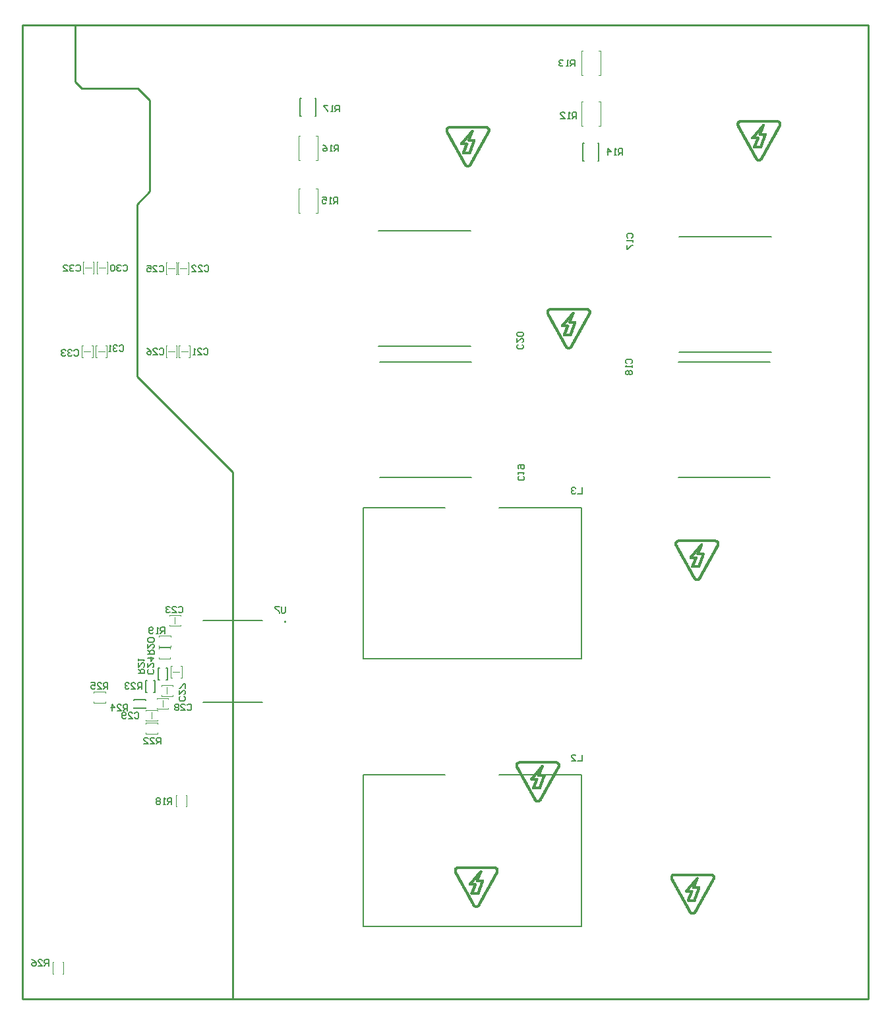
<source format=gbo>
G04*
G04 #@! TF.GenerationSoftware,Altium Limited,Altium Designer,18.0.7 (293)*
G04*
G04 Layer_Color=32896*
%FSLAX25Y25*%
%MOIN*%
G70*
G01*
G75*
%ADD10C,0.00787*%
%ADD11C,0.00394*%
%ADD15C,0.01000*%
%ADD16C,0.00315*%
%ADD17C,0.00500*%
%ADD18C,0.00100*%
%ADD21C,0.00591*%
D10*
X129772Y224362D02*
G03*
X129772Y224362I-394J0D01*
G01*
X168881Y205712D02*
Y282089D01*
Y205712D02*
X279117D01*
Y282089D01*
X237779D02*
X279117D01*
X168881D02*
X210220D01*
X168881Y146889D02*
X210220D01*
X237779D02*
X279117D01*
Y70512D02*
Y146889D01*
X168881Y70512D02*
X279117D01*
X168881D02*
Y146889D01*
X176772Y422134D02*
X223228D01*
X176772Y363866D02*
X223228D01*
X177272Y355634D02*
X223728D01*
X177272Y297366D02*
X223728D01*
X328272D02*
X374728D01*
X328272Y355634D02*
X374728D01*
X328772Y360866D02*
X375228D01*
X328772Y419134D02*
X375228D01*
D11*
X136177Y431106D02*
X136984D01*
X136177Y443311D02*
X136984Y443311D01*
X136177Y431106D02*
Y443311D01*
X145823Y431106D02*
Y443311D01*
X145016Y431106D02*
X145823Y431106D01*
X145016Y443311D02*
X145823D01*
X136177Y457689D02*
X136984D01*
X136177Y469894D02*
X136984Y469894D01*
X136177Y457689D02*
Y469894D01*
X145823Y457689D02*
Y469894D01*
X145016Y457689D02*
X145823Y457689D01*
X145016Y469894D02*
X145823D01*
X288016Y487311D02*
X288823D01*
X288016Y475106D02*
X288823Y475106D01*
Y487311D01*
X279177Y475106D02*
Y487311D01*
X279984Y487311D01*
X279177Y475106D02*
X279984D01*
X288016Y512894D02*
X288823D01*
X288016Y500689D02*
X288823Y500689D01*
Y512894D01*
X279177Y500689D02*
Y512894D01*
X279984Y512894D01*
X279177Y500689D02*
X279984D01*
D15*
X-3500Y33874D02*
X424200Y33874D01*
X424200Y526000D01*
X-3500Y526000D02*
X424200Y526000D01*
X23250Y497250D02*
Y525750D01*
Y497250D02*
X26500Y494000D01*
X-3500Y33874D02*
X-3500Y526000D01*
X26500Y494000D02*
X55000D01*
X61000Y488000D01*
Y442000D02*
Y488000D01*
X54500Y435500D02*
X61000Y442000D01*
X54500Y348500D02*
Y435500D01*
Y348500D02*
X103000Y300000D01*
X103000Y34300D02*
X103000Y300000D01*
D16*
X70794Y227756D02*
X76700D01*
X76700Y227244D02*
X76700Y227756D01*
X70794D02*
X70794Y227244D01*
X76700Y222756D02*
X76700Y222244D01*
X70794D02*
X70794Y222756D01*
X70794Y222244D02*
X76700D01*
X73747Y223425D02*
X73747Y226772D01*
X66795Y192356D02*
X72700D01*
X72700Y191844D02*
X72700Y192356D01*
X66795Y191844D02*
Y192356D01*
X72700Y186844D02*
Y187356D01*
X66795Y186844D02*
X66795Y187356D01*
X66795Y186844D02*
X72700D01*
X69747Y188025D02*
X69747Y191372D01*
X32760Y183429D02*
X38665D01*
X32760D02*
X32760Y183941D01*
X38665Y183429D02*
Y183941D01*
X32760Y188429D02*
Y188941D01*
X38665Y188429D02*
X38665Y188941D01*
X32760D02*
X38665D01*
X11844Y46500D02*
Y52406D01*
X12356Y52406D01*
X11844Y46500D02*
X12356Y46500D01*
X16844Y52406D02*
X17356Y52406D01*
X16844Y46500D02*
X17356Y46500D01*
Y52406D01*
X58995Y179756D02*
X64900D01*
X64900Y179244D02*
X64900Y179756D01*
X58995D02*
X58995Y179244D01*
X64900Y174756D02*
X64900Y174244D01*
X58995D02*
X58995Y174756D01*
X58995Y174244D02*
X64900D01*
X61947Y175425D02*
X61947Y178772D01*
X67447Y181425D02*
X67447Y184772D01*
X64495Y180244D02*
X70400D01*
X64495D02*
X64495Y180756D01*
X70400D02*
X70400Y180244D01*
X64495Y185756D02*
X64495Y185244D01*
X70400D02*
X70400Y185756D01*
X64495D02*
X70400D01*
X58894Y167744D02*
X64800D01*
X58894D02*
X58894Y168256D01*
X64800Y167744D02*
Y168256D01*
X58894Y172744D02*
Y173256D01*
X64800Y172744D02*
X64800Y173256D01*
X58894D02*
X64800D01*
X72728Y198953D02*
X76075Y198952D01*
X77256Y196000D02*
Y201905D01*
X76744Y196000D02*
X77256Y196000D01*
X76744Y201905D02*
X77256D01*
X71744Y196000D02*
X72256D01*
X71744Y201905D02*
X72256Y201905D01*
X71744Y196000D02*
Y201905D01*
X65595Y217256D02*
X71500D01*
X71500Y216744D02*
X71500Y217256D01*
X65595Y216744D02*
Y217256D01*
X71500Y211744D02*
Y212256D01*
X65595Y211744D02*
X65595Y212256D01*
X65595Y211744D02*
X71500D01*
X65500Y205744D02*
X71406D01*
X65500D02*
X65500Y206256D01*
X71406Y205744D02*
Y206256D01*
X65500Y210744D02*
Y211256D01*
X71406Y210744D02*
X71406Y211256D01*
X65500D02*
X71406D01*
X74144Y130894D02*
Y136800D01*
X74656Y136800D01*
X74144Y130894D02*
X74656D01*
X79144Y136800D02*
X79656D01*
X79144Y130894D02*
X79656Y130894D01*
Y136800D01*
X76925Y361048D02*
X80272Y361047D01*
X75744Y358095D02*
Y364000D01*
X76256Y364000D01*
X75744Y358095D02*
X76256D01*
X80744Y364000D02*
X81256D01*
X80744Y358095D02*
X81256Y358095D01*
Y364000D01*
X70425Y361048D02*
X73772Y361047D01*
X69244Y358095D02*
Y364000D01*
X69756Y364000D01*
X69244Y358095D02*
X69756D01*
X74244Y364000D02*
X74756D01*
X74244Y358095D02*
X74756Y358095D01*
Y364000D01*
X27728Y360953D02*
X31075Y360952D01*
X32256Y358000D02*
Y363906D01*
X31744Y358000D02*
X32256Y358000D01*
X31744Y363906D02*
X32256D01*
X26744Y358000D02*
X27256D01*
X26744Y363906D02*
X27256Y363906D01*
X26744Y358000D02*
Y363906D01*
X34925Y360953D02*
X38272Y360953D01*
X33744Y358000D02*
Y363906D01*
X34256Y363906D01*
X33744Y358000D02*
X34256D01*
X38744Y363906D02*
X39256D01*
X38744Y358000D02*
X39256Y358000D01*
Y363906D01*
X70425Y402953D02*
X73772Y402953D01*
X69244Y400000D02*
Y405905D01*
X69756Y405905D01*
X69244Y400000D02*
X69756D01*
X74244Y405905D02*
X74756D01*
X74244Y400000D02*
X74756Y400000D01*
Y405905D01*
X76425Y402953D02*
X79772Y402953D01*
X75244Y400000D02*
Y405905D01*
X75756Y405905D01*
X75244Y400000D02*
X75756D01*
X80244Y405905D02*
X80756D01*
X80244Y400000D02*
X80756Y400000D01*
Y405905D01*
X28228Y403453D02*
X31575Y403452D01*
X32756Y400500D02*
Y406405D01*
X32244Y400500D02*
X32756Y400500D01*
X32244Y406405D02*
X32756D01*
X27244Y400500D02*
X27756D01*
X27244Y406405D02*
X27756Y406405D01*
X27244Y400500D02*
Y406405D01*
X35425Y403453D02*
X38772Y403453D01*
X34244Y400500D02*
Y406405D01*
X34756Y406405D01*
X34244Y400500D02*
X34756D01*
X39244Y406405D02*
X39756D01*
X39244Y400500D02*
X39756Y400500D01*
Y406405D01*
D17*
X144500Y480000D02*
X145000D01*
X144500Y489000D02*
X145000D01*
X137000Y480000D02*
X137500D01*
X137000Y489000D02*
X137500D01*
X145000Y480000D02*
Y489000D01*
X137000Y480000D02*
Y489000D01*
X280000Y466500D02*
X280500D01*
X280000Y457500D02*
X280500D01*
X287500Y466500D02*
X288000D01*
X287500Y457500D02*
X288000D01*
X280000D02*
Y466500D01*
X288000Y457500D02*
Y466500D01*
X59000Y184600D02*
X59000Y185200D01*
X53000Y184600D02*
Y185200D01*
X59000Y185200D01*
X59000Y181200D02*
X59000Y180600D01*
X53000Y180600D02*
Y181200D01*
Y180600D02*
X59000Y180600D01*
X88039Y225169D02*
X117961D01*
X88039Y183831D02*
X117961D01*
X59100Y194800D02*
X59700D01*
X59100Y188800D02*
X59700Y188800D01*
X59100Y194800D02*
X59100Y188800D01*
X63100Y194800D02*
X63700D01*
X63100Y188800D02*
X63700D01*
Y194800D01*
X65200Y201100D02*
X65800D01*
X65200Y195100D02*
X65800D01*
X65200D02*
Y201100D01*
X69200D02*
X69800D01*
X69200Y195100D02*
X69800D01*
Y201100D01*
D18*
X228400Y84500D02*
X229600D01*
X228400Y84600D02*
X229700D01*
X228500Y84700D02*
X229700D01*
X228500Y84800D02*
X229800D01*
X228600Y84900D02*
X229800D01*
X228600Y85000D02*
X229900D01*
X228700Y85100D02*
X230000D01*
X228800Y85200D02*
X230000D01*
X228800Y85300D02*
X230100D01*
X225600Y80100D02*
X226300D01*
X225200Y80200D02*
X226700D01*
X225000Y80300D02*
X226900D01*
X224800Y80400D02*
X227100D01*
X224700Y80500D02*
X227200D01*
X224600Y80600D02*
X227300D01*
X224500Y80700D02*
X227400D01*
X224400Y80800D02*
X227500D01*
X224300Y80900D02*
X227600D01*
X224200Y81000D02*
X227700D01*
X224200Y81100D02*
X227700D01*
X226200Y81200D02*
X227800D01*
X224100D02*
X225700D01*
X226500Y81300D02*
X227900D01*
X224000D02*
X225400D01*
X226600Y81400D02*
X227900D01*
X224000D02*
X225300D01*
X226700Y81500D02*
X228000D01*
X223900D02*
X225200D01*
X226800Y81600D02*
X228000D01*
X223900D02*
X225100D01*
X226800Y81700D02*
X228100D01*
X223800D02*
X225100D01*
X226900Y81800D02*
X228100D01*
X223800D02*
X225000D01*
X226900Y81900D02*
X228200D01*
X223700D02*
X225000D01*
X227000Y82000D02*
X228200D01*
X223700D02*
X224900D01*
X223600Y82100D02*
X224900D01*
X223500Y82200D02*
X224800D01*
X223500Y82300D02*
X224700D01*
X223400Y82400D02*
X224700D01*
X223400Y82500D02*
X224600D01*
X223300Y82600D02*
X224600D01*
X223300Y82700D02*
X224500D01*
X223200Y82800D02*
X224500D01*
X223200Y82900D02*
X224400D01*
X223100Y83000D02*
X224400D01*
X223100Y83100D02*
X224300D01*
X223000Y83200D02*
X224300D01*
X222900Y83300D02*
X224200D01*
X222900Y83400D02*
X224100D01*
X222800Y83500D02*
X224100D01*
X222800Y83600D02*
X224000D01*
X222700Y83700D02*
X224000D01*
X222700Y83800D02*
X223900D01*
X222600Y83900D02*
X223900D01*
X222600Y84000D02*
X223800D01*
X222500Y84100D02*
X223800D01*
X222400Y84200D02*
X223700D01*
X222400Y84300D02*
X223600D01*
X222300Y84400D02*
X223600D01*
X222300Y84500D02*
X223500D01*
X222200Y84600D02*
X223500D01*
X222200Y84700D02*
X223400D01*
X222100Y84800D02*
X223400D01*
X222100Y84900D02*
X223300D01*
X222000Y85000D02*
X223300D01*
X221900Y85100D02*
X223200D01*
X221900Y85200D02*
X223100D01*
X221800Y85300D02*
X223100D01*
X228900Y85500D02*
X230200D01*
X229000Y85600D02*
X230200D01*
X229000Y85700D02*
X230300D01*
X228400Y93000D02*
X229500D01*
X229700Y86900D02*
X231000D01*
X229100Y85800D02*
X230300D01*
X229100Y85900D02*
X230400D01*
X229200Y86000D02*
X230500D01*
X229300Y86100D02*
X230500D01*
X229300Y86200D02*
X230600D01*
X229400Y86300D02*
X230600D01*
X229400Y86400D02*
X230700D01*
X229500Y86500D02*
X230700D01*
X229500Y86600D02*
X230800D01*
X229600Y86700D02*
X230800D01*
X229600Y86800D02*
X230900D01*
X229800Y87000D02*
X231000D01*
X229800Y87100D02*
X231100D01*
X229900Y87200D02*
X231100D01*
X229900Y87300D02*
X231200D01*
X230000Y87400D02*
X231200D01*
X230000Y87500D02*
X231300D01*
X230100Y87600D02*
X231300D01*
X230100Y87700D02*
X231400D01*
X230200Y87800D02*
X231400D01*
X230300Y87900D02*
X231500D01*
X230300Y88000D02*
X231600D01*
X230400Y88100D02*
X231600D01*
X230400Y88200D02*
X231700D01*
X230500Y88300D02*
X231700D01*
X230500Y88400D02*
X231800D01*
X230600Y88500D02*
X231800D01*
X230600Y88600D02*
X231900D01*
X230700Y88700D02*
X231900D01*
X230700Y88800D02*
X232000D01*
X230800Y88900D02*
X232100D01*
X230900Y89000D02*
X232100D01*
X230900Y89100D02*
X232200D01*
X231000Y89200D02*
X232200D01*
X231000Y89300D02*
X232300D01*
X231100Y89400D02*
X232300D01*
X231100Y89500D02*
X232400D01*
X231200Y89600D02*
X232500D01*
X231200Y89700D02*
X232500D01*
X231300Y89800D02*
X232600D01*
X231400Y89900D02*
X232600D01*
X231400Y90000D02*
X232700D01*
X231500Y90100D02*
X232700D01*
X231500Y90200D02*
X232800D01*
X231600Y90300D02*
X232900D01*
X231600Y90400D02*
X232900D01*
X231700Y90500D02*
X233000D01*
X231800Y90600D02*
X233000D01*
X231800Y90700D02*
X233100D01*
X231900Y90800D02*
X233100D01*
X231900Y90900D02*
X233200D01*
X232000Y91000D02*
X233200D01*
X232000Y91100D02*
X233300D01*
X232100Y91200D02*
X233400D01*
X232200Y91300D02*
X233400D01*
X232200Y91400D02*
X233500D01*
X232300Y91500D02*
X233500D01*
X232300Y91600D02*
X233600D01*
X232400Y91700D02*
X233600D01*
X232400Y91800D02*
X233700D01*
X232500Y91900D02*
X233700D01*
X232500Y92000D02*
X233800D01*
X232600Y92100D02*
X233900D01*
X232700Y92200D02*
X233900D01*
X232700Y92300D02*
X234000D01*
X232800Y92400D02*
X234000D01*
X232800Y92500D02*
X234100D01*
X232900Y92600D02*
X234100D01*
X232900Y92700D02*
X234200D01*
X233000Y92800D02*
X234200D01*
X233000Y92900D02*
X234300D01*
X233100Y93000D02*
X234400D01*
X233200Y93100D02*
X234400D01*
X233200Y93200D02*
X234500D01*
X233300Y93300D02*
X234500D01*
X220900Y86900D02*
X222200D01*
X221000Y86800D02*
X222300D01*
X220900Y87000D02*
X222100D01*
X220800Y87100D02*
X222100D01*
X220800Y87200D02*
X222000D01*
X220700Y87300D02*
X222000D01*
X220700Y87400D02*
X221900D01*
X220600Y87500D02*
X221900D01*
X220600Y87600D02*
X221800D01*
X220500Y87700D02*
X221800D01*
X220500Y87800D02*
X221700D01*
X220400Y87900D02*
X221600D01*
X223200Y86900D02*
X227300D01*
X221700Y85500D02*
X223000D01*
X221700Y85600D02*
X222900D01*
X221600Y85700D02*
X222900D01*
X221600Y85800D02*
X222800D01*
X221500Y85900D02*
X222800D01*
X221400Y86000D02*
X222700D01*
X221400Y86100D02*
X222600D01*
X221300Y86200D02*
X222600D01*
X221300Y86300D02*
X222500D01*
X221200Y86400D02*
X222500D01*
X221200Y86500D02*
X222400D01*
X221100Y86600D02*
X222400D01*
X223400Y86700D02*
X227100D01*
X221100D02*
X222300D01*
X223200Y86800D02*
X227300D01*
X223100Y87000D02*
X227400D01*
X223100Y87100D02*
X227400D01*
X223100Y87200D02*
X227500D01*
X223100Y87300D02*
X227500D01*
X223100Y87400D02*
X227500D01*
X223200Y87500D02*
X227600D01*
X223200Y87600D02*
X227600D01*
X223300Y87700D02*
X227600D01*
X226500Y87800D02*
X227700D01*
X223300D02*
X224500D01*
X226500Y87900D02*
X227700D01*
X223300D02*
X224500D01*
X226600Y88000D02*
X227700D01*
X223400D02*
X224600D01*
X226600Y88100D02*
X227800D01*
X223400D02*
X224600D01*
X226600Y88200D02*
X227800D01*
X223500D02*
X224700D01*
X226700Y88300D02*
X227800D01*
X223500D02*
X224700D01*
X226700Y88400D02*
X227900D01*
X223500D02*
X224700D01*
X226800Y88500D02*
X227900D01*
X223600D02*
X224800D01*
X226800Y88600D02*
X228000D01*
X223600D02*
X224800D01*
X226800Y88700D02*
X228000D01*
X223700D02*
X224900D01*
X226900Y88800D02*
X228000D01*
X223700D02*
X224900D01*
X226900Y88900D02*
X228100D01*
X223700D02*
X224900D01*
X226900Y89000D02*
X228100D01*
X223800D02*
X225000D01*
X227000Y89100D02*
X228100D01*
X223800D02*
X225000D01*
X227000Y89200D02*
X228200D01*
X223900D02*
X225100D01*
X227000Y89300D02*
X228200D01*
X223900D02*
X225100D01*
X227100Y89400D02*
X228200D01*
X223900D02*
X225100D01*
X224000Y89500D02*
X225200D01*
X224000Y89600D02*
X225200D01*
X224100Y89700D02*
X225300D01*
X224100Y89800D02*
X225300D01*
X224200Y89900D02*
X225300D01*
X224200Y90000D02*
X225400D01*
X224200Y90100D02*
X225400D01*
X224300Y90200D02*
X225500D01*
X224300Y90300D02*
X225500D01*
X224400Y90400D02*
X225500D01*
X224400Y90500D02*
X225600D01*
X224400Y90600D02*
X225600D01*
X224500Y90700D02*
X225700D01*
X224500Y90800D02*
X225700D01*
X224600Y90900D02*
X225700D01*
X224600Y91000D02*
X225800D01*
X224600Y91100D02*
X225800D01*
X224700Y91200D02*
X225900D01*
X222400Y91300D02*
X225900D01*
X222300Y91400D02*
X225900D01*
X222200Y91500D02*
X226000D01*
X222200Y91600D02*
X226000D01*
X222200Y91700D02*
X226000D01*
X222200Y91800D02*
X226100D01*
X222200Y91900D02*
X226100D01*
X222200Y92000D02*
X226000D01*
X222300Y92100D02*
X225900D01*
X222400Y92200D02*
X225800D01*
X222400Y92300D02*
X225600D01*
X222500Y92400D02*
X223900D01*
X222600Y92500D02*
X224000D01*
X222700Y92600D02*
X224100D01*
X222800Y92700D02*
X224200D01*
X222900Y92800D02*
X224300D01*
X223000Y92900D02*
X224400D01*
X223000Y93000D02*
X224400D01*
X223100Y93100D02*
X224500D01*
X223200Y93200D02*
X224600D01*
X223300Y93300D02*
X224700D01*
X218900Y90500D02*
X220200D01*
X218900Y90600D02*
X220100D01*
X218800Y90700D02*
X220100D01*
X218800Y90800D02*
X220000D01*
X218700Y90900D02*
X220000D01*
X218700Y91000D02*
X219900D01*
X218600Y91100D02*
X219900D01*
X218500Y91200D02*
X219800D01*
X218500Y91300D02*
X219700D01*
X218400Y91400D02*
X219700D01*
X218400Y91500D02*
X219600D01*
X218300Y91600D02*
X219600D01*
X218300Y91700D02*
X219500D01*
X218200Y91800D02*
X219500D01*
X218200Y91900D02*
X219400D01*
X218100Y92000D02*
X219400D01*
X218000Y92100D02*
X219300D01*
X218000Y92200D02*
X219200D01*
X217900Y92300D02*
X219200D01*
X217900Y92400D02*
X219100D01*
X217800Y92500D02*
X219100D01*
X217800Y92600D02*
X219000D01*
X217700Y92700D02*
X219000D01*
X217700Y92800D02*
X218900D01*
X217600Y92900D02*
X218900D01*
X217500Y93000D02*
X218800D01*
X217500Y93100D02*
X218700D01*
X217400Y93200D02*
X218700D01*
X217400Y93300D02*
X218600D01*
X234200Y94900D02*
X235400D01*
X233400Y93500D02*
X234600D01*
X233400Y93600D02*
X234700D01*
X233500Y93700D02*
X234700D01*
X233500Y93800D02*
X234800D01*
X233600Y93900D02*
X234900D01*
X233700Y94000D02*
X234900D01*
X233700Y94100D02*
X235000D01*
X233800Y94200D02*
X235000D01*
X233800Y94300D02*
X235100D01*
X233900Y94400D02*
X235100D01*
X233900Y94500D02*
X235200D01*
X234000Y94600D02*
X235200D01*
X234000Y94700D02*
X235300D01*
X234100Y94800D02*
X235400D01*
X234200Y95000D02*
X235500D01*
X234300Y95100D02*
X235500D01*
X234300Y95200D02*
X235600D01*
X234400Y95300D02*
X235600D01*
X234400Y95400D02*
X235700D01*
X234500Y95500D02*
X235700D01*
X234500Y95600D02*
X235800D01*
X234600Y95700D02*
X235800D01*
X234600Y95800D02*
X235900D01*
X234700Y95900D02*
X236000D01*
X234800Y96000D02*
X236000D01*
X234800Y96100D02*
X236100D01*
X234900Y96200D02*
X236100D01*
X234900Y96300D02*
X236200D01*
X235000Y96400D02*
X236200D01*
X226300Y94900D02*
X227500D01*
X224700D02*
X226100D01*
X223500Y93500D02*
X224900D01*
X223600Y93600D02*
X225000D01*
X223600Y93700D02*
X225000D01*
X223700Y93800D02*
X225100D01*
X223800Y93900D02*
X225200D01*
X223900Y94000D02*
X225300D01*
X224000Y94100D02*
X225400D01*
X226000Y94200D02*
X227200D01*
X224100D02*
X225500D01*
X226100Y94300D02*
X227200D01*
X224200D02*
X225500D01*
X226100Y94400D02*
X227300D01*
X224200D02*
X225600D01*
X226100Y94500D02*
X227300D01*
X224300D02*
X225700D01*
X226200Y94600D02*
X227400D01*
X224400D02*
X225800D01*
X226200Y94700D02*
X227400D01*
X224500D02*
X225900D01*
X226300Y94800D02*
X227400D01*
X224600D02*
X226000D01*
X226300Y95000D02*
X227500D01*
X224800D02*
X226100D01*
X226400Y95100D02*
X227600D01*
X224800D02*
X226200D01*
X226400Y95200D02*
X227600D01*
X224900D02*
X226300D01*
X226500Y95300D02*
X227600D01*
X225000D02*
X226400D01*
X225100Y95400D02*
X227700D01*
X225200Y95500D02*
X227700D01*
X225300Y95600D02*
X227800D01*
X225300Y95700D02*
X227800D01*
X225400Y95800D02*
X227800D01*
X225500Y95900D02*
X227900D01*
X225600Y96000D02*
X227900D01*
X225700Y96100D02*
X228000D01*
X225800Y96200D02*
X228000D01*
X225900Y96300D02*
X228000D01*
X225900Y96400D02*
X228100D01*
X226000Y96500D02*
X228100D01*
X226100Y96600D02*
X228200D01*
X226200Y96700D02*
X228200D01*
X226300Y96800D02*
X228200D01*
X216500Y94900D02*
X217700D01*
X217300Y93500D02*
X218500D01*
X217200Y93600D02*
X218500D01*
X217200Y93700D02*
X218400D01*
X217100Y93800D02*
X218400D01*
X217000Y93900D02*
X218300D01*
X217000Y94000D02*
X218200D01*
X216900Y94100D02*
X218200D01*
X216900Y94200D02*
X218100D01*
X216800Y94300D02*
X218100D01*
X216800Y94400D02*
X218000D01*
X216700Y94500D02*
X218000D01*
X216700Y94600D02*
X217900D01*
X216600Y94700D02*
X217900D01*
X216500Y94800D02*
X217800D01*
X216400Y95000D02*
X217700D01*
X216400Y95100D02*
X217600D01*
X216300Y95200D02*
X217600D01*
X216300Y95300D02*
X217500D01*
X216200Y95400D02*
X217500D01*
X216200Y95500D02*
X217400D01*
X216100Y95600D02*
X217400D01*
X216100Y95700D02*
X217300D01*
X216000Y95800D02*
X217300D01*
X215900Y95900D02*
X217200D01*
X215900Y96000D02*
X217100D01*
X215800Y96100D02*
X217100D01*
X215800Y96200D02*
X217000D01*
X215700Y96300D02*
X217000D01*
X215700Y96400D02*
X216900D01*
X215600Y96500D02*
X216900D01*
X215600Y96600D02*
X216800D01*
X215500Y96700D02*
X216800D01*
X215400Y96800D02*
X216700D01*
X215400Y96900D02*
X216600D01*
X215300Y97000D02*
X216600D01*
X215300Y97100D02*
X216500D01*
X215200Y97200D02*
X216500D01*
X215200Y97300D02*
X216400D01*
X215100Y97400D02*
X216400D01*
X215100Y97500D02*
X216300D01*
X215000Y97600D02*
X216300D01*
X215000Y97700D02*
X216200D01*
X214900Y97800D02*
X216200D01*
X214900Y97900D02*
X216100D01*
X214800Y98000D02*
X216000D01*
X214800Y98100D02*
X216000D01*
X214800Y98200D02*
X215900D01*
X214800Y98300D02*
X215900D01*
X214800Y98400D02*
X215800D01*
X214800Y98500D02*
X215800D01*
X214800Y98600D02*
X215800D01*
X214800Y98700D02*
X215800D01*
X214800Y98800D02*
X215800D01*
X214800Y98900D02*
X215800D01*
X214800Y99000D02*
X215800D01*
X214800Y99100D02*
X215900D01*
X214800Y99200D02*
X215900D01*
X214800Y99300D02*
X216000D01*
X214800Y99400D02*
X216100D01*
X214900Y99500D02*
X216300D01*
X215000Y99600D02*
X216500D01*
X227700Y83300D02*
X229000D01*
X227800Y83400D02*
X229000D01*
X227800Y83500D02*
X229100D01*
X227900Y83600D02*
X229100D01*
X227900Y83700D02*
X229200D01*
X228000Y83800D02*
X229200D01*
X228000Y83900D02*
X229300D01*
X228100Y84000D02*
X229300D01*
X228100Y84100D02*
X229400D01*
X228200Y84200D02*
X229500D01*
X228300Y84300D02*
X229500D01*
X228300Y84400D02*
X229600D01*
X227000Y82100D02*
X228300D01*
X227100Y82200D02*
X228400D01*
X227200Y82300D02*
X228400D01*
X227200Y82400D02*
X228500D01*
X227300Y82500D02*
X228500D01*
X227300Y82600D02*
X228600D01*
X227400Y82700D02*
X228600D01*
X227400Y82800D02*
X228700D01*
X227500Y82900D02*
X228700D01*
X227500Y83000D02*
X228800D01*
X227600Y83100D02*
X228800D01*
X227600Y83200D02*
X228900D01*
X220300Y88000D02*
X221600D01*
X220300Y88100D02*
X221500D01*
X220200Y88200D02*
X221500D01*
X220200Y88300D02*
X221400D01*
X220100Y88400D02*
X221400D01*
X220100Y88500D02*
X221300D01*
X220000Y88600D02*
X221300D01*
X220000Y88700D02*
X221200D01*
X219900Y88800D02*
X221200D01*
X219800Y88900D02*
X221100D01*
X219800Y89000D02*
X221000D01*
X219700Y89100D02*
X221000D01*
X227800Y91400D02*
X229000D01*
X227800Y91500D02*
X229000D01*
X227900Y91600D02*
X229000D01*
X227900Y91700D02*
X229100D01*
X227900Y91800D02*
X229100D01*
X228000Y91900D02*
X229200D01*
X228000Y92000D02*
X229200D01*
X228100Y92100D02*
X229200D01*
X228100Y92200D02*
X229300D01*
X228100Y92300D02*
X229300D01*
X228200Y92400D02*
X229300D01*
X228200Y92500D02*
X229400D01*
X228200Y92600D02*
X229400D01*
X228300Y92700D02*
X229400D01*
X228300Y92800D02*
X229500D01*
X228300Y92900D02*
X229500D01*
X226300Y93100D02*
X229600D01*
X226100Y93200D02*
X229600D01*
X226000Y93300D02*
X229700D01*
X219700Y89200D02*
X220900D01*
X219600Y89300D02*
X220900D01*
X219600Y89400D02*
X220800D01*
X219500Y89500D02*
X220800D01*
X219400Y89600D02*
X220700D01*
X219400Y89700D02*
X220700D01*
X219300Y89800D02*
X220600D01*
X219300Y89900D02*
X220500D01*
X219200Y90000D02*
X220500D01*
X219200Y90100D02*
X220400D01*
X219100Y90200D02*
X220400D01*
X219000Y90300D02*
X220300D01*
X219000Y90400D02*
X220300D01*
X227100Y89500D02*
X228300D01*
X227100Y89600D02*
X228300D01*
X227200Y89700D02*
X228300D01*
X227200Y89800D02*
X228400D01*
X227300Y89900D02*
X228400D01*
X227300Y90000D02*
X228500D01*
X227300Y90100D02*
X228500D01*
X227400Y90200D02*
X228500D01*
X227400Y90300D02*
X228600D01*
X227400Y90400D02*
X228600D01*
X227500Y90500D02*
X228600D01*
X227500Y90600D02*
X228700D01*
X227600Y90700D02*
X228700D01*
X227600Y90800D02*
X228800D01*
X227600Y90900D02*
X228800D01*
X227700Y91000D02*
X228800D01*
X227700Y91100D02*
X228900D01*
X227700Y91200D02*
X228900D01*
X227800Y91300D02*
X228900D01*
X225900Y93500D02*
X229700D01*
X225800Y93600D02*
X229700D01*
X225800Y93700D02*
X229700D01*
X225900Y93800D02*
X229700D01*
X225900Y93900D02*
X229700D01*
X225900Y94000D02*
X229600D01*
X226000Y94100D02*
X229500D01*
X235800Y97800D02*
X237000D01*
X235800Y97900D02*
X237000D01*
X235900Y98000D02*
X237100D01*
X235900Y98100D02*
X237100D01*
X236000Y98200D02*
X237100D01*
X236000Y98300D02*
X237100D01*
X236100Y98400D02*
X237100D01*
X236100Y98500D02*
X237100D01*
X236100Y98600D02*
X237100D01*
X236100Y98700D02*
X237100D01*
X236100Y98800D02*
X237100D01*
X236100Y98900D02*
X237100D01*
X236100Y99000D02*
X237100D01*
X236000Y99100D02*
X237100D01*
X236000Y99200D02*
X237100D01*
X235900Y99300D02*
X237100D01*
X235800Y99400D02*
X237100D01*
X235600Y99500D02*
X237000D01*
X216400Y100700D02*
X235500D01*
X226400Y96900D02*
X228300D01*
X226500Y97000D02*
X228300D01*
X226500Y97100D02*
X228400D01*
X226600Y97200D02*
X228400D01*
X226700Y97300D02*
X228400D01*
X226800Y97400D02*
X228500D01*
X226900Y97500D02*
X228500D01*
X227000Y97600D02*
X228600D01*
X227000Y97700D02*
X228600D01*
X227100Y97800D02*
X228600D01*
X227200Y97900D02*
X228700D01*
X227300Y98000D02*
X228700D01*
X227400Y98100D02*
X228800D01*
X227500Y98200D02*
X228800D01*
X227600Y98300D02*
X228800D01*
X227600Y98400D02*
X228800D01*
X227700Y98500D02*
X228800D01*
X227800Y98600D02*
X228700D01*
X227900Y98700D02*
X228600D01*
X228100Y98800D02*
X228500D01*
X235000Y96500D02*
X236300D01*
X235100Y96600D02*
X236300D01*
X235100Y96700D02*
X236400D01*
X235200Y96800D02*
X236500D01*
X235300Y96900D02*
X236500D01*
X235300Y97000D02*
X236600D01*
X235400Y97100D02*
X236600D01*
X235400Y97200D02*
X236700D01*
X235500Y97300D02*
X236700D01*
X235500Y97400D02*
X236800D01*
X235600Y97500D02*
X236800D01*
X235600Y97600D02*
X236900D01*
X235700Y97700D02*
X236900D01*
X235400Y99600D02*
X236900D01*
X215000Y99700D02*
X236900D01*
X215100Y99800D02*
X236800D01*
X215100Y99900D02*
X236800D01*
X215200Y100000D02*
X236700D01*
X215300Y100100D02*
X236600D01*
X215400Y100200D02*
X236500D01*
X215500Y100300D02*
X236400D01*
X215700Y100400D02*
X236200D01*
X215800Y100500D02*
X236100D01*
X216100Y100600D02*
X235800D01*
X228900Y85400D02*
X230100D01*
X233300Y93400D02*
X234600D01*
X221800Y85400D02*
X223000D01*
X223400Y93400D02*
X224800D01*
X217300D02*
X218600D01*
X225900D02*
X229700D01*
X259500Y137700D02*
X260700D01*
X259500Y137800D02*
X260800D01*
X259600Y137900D02*
X260800D01*
X259600Y138000D02*
X260900D01*
X259700Y138100D02*
X260900D01*
X259700Y138200D02*
X261000D01*
X259800Y138300D02*
X261100D01*
X259900Y138400D02*
X261100D01*
X259900Y138500D02*
X261200D01*
X256700Y133300D02*
X257400D01*
X256300Y133400D02*
X257800D01*
X256100Y133500D02*
X258000D01*
X255900Y133600D02*
X258200D01*
X255800Y133700D02*
X258300D01*
X255700Y133800D02*
X258400D01*
X255600Y133900D02*
X258500D01*
X255500Y134000D02*
X258600D01*
X255400Y134100D02*
X258700D01*
X255300Y134200D02*
X258800D01*
X255300Y134300D02*
X258800D01*
X257300Y134400D02*
X258900D01*
X255200D02*
X256800D01*
X257600Y134500D02*
X259000D01*
X255100D02*
X256500D01*
X257700Y134600D02*
X259000D01*
X255100D02*
X256400D01*
X257800Y134700D02*
X259100D01*
X255000D02*
X256300D01*
X257900Y134800D02*
X259100D01*
X255000D02*
X256200D01*
X257900Y134900D02*
X259200D01*
X254900D02*
X256200D01*
X258000Y135000D02*
X259200D01*
X254900D02*
X256100D01*
X258000Y135100D02*
X259300D01*
X254800D02*
X256100D01*
X258100Y135200D02*
X259300D01*
X254800D02*
X256000D01*
X254700Y135300D02*
X256000D01*
X254600Y135400D02*
X255900D01*
X254600Y135500D02*
X255800D01*
X254500Y135600D02*
X255800D01*
X254500Y135700D02*
X255700D01*
X254400Y135800D02*
X255700D01*
X254400Y135900D02*
X255600D01*
X254300Y136000D02*
X255600D01*
X254300Y136100D02*
X255500D01*
X254200Y136200D02*
X255500D01*
X254200Y136300D02*
X255400D01*
X254100Y136400D02*
X255400D01*
X254000Y136500D02*
X255300D01*
X254000Y136600D02*
X255200D01*
X253900Y136700D02*
X255200D01*
X253900Y136800D02*
X255100D01*
X253800Y136900D02*
X255100D01*
X253800Y137000D02*
X255000D01*
X253700Y137100D02*
X255000D01*
X253700Y137200D02*
X254900D01*
X253600Y137300D02*
X254900D01*
X253500Y137400D02*
X254800D01*
X253500Y137500D02*
X254700D01*
X253400Y137600D02*
X254700D01*
X253400Y137700D02*
X254600D01*
X253300Y137800D02*
X254600D01*
X253300Y137900D02*
X254500D01*
X253200Y138000D02*
X254500D01*
X253200Y138100D02*
X254400D01*
X253100Y138200D02*
X254400D01*
X253000Y138300D02*
X254300D01*
X253000Y138400D02*
X254200D01*
X252900Y138500D02*
X254200D01*
X260000Y138700D02*
X261300D01*
X260100Y138800D02*
X261300D01*
X260100Y138900D02*
X261400D01*
X259500Y146200D02*
X260600D01*
X260800Y140100D02*
X262100D01*
X260200Y139000D02*
X261400D01*
X260200Y139100D02*
X261500D01*
X260300Y139200D02*
X261600D01*
X260400Y139300D02*
X261600D01*
X260400Y139400D02*
X261700D01*
X260500Y139500D02*
X261700D01*
X260500Y139600D02*
X261800D01*
X260600Y139700D02*
X261800D01*
X260600Y139800D02*
X261900D01*
X260700Y139900D02*
X261900D01*
X260700Y140000D02*
X262000D01*
X260900Y140200D02*
X262100D01*
X260900Y140300D02*
X262200D01*
X261000Y140400D02*
X262200D01*
X261000Y140500D02*
X262300D01*
X261100Y140600D02*
X262300D01*
X261100Y140700D02*
X262400D01*
X261200Y140800D02*
X262400D01*
X261200Y140900D02*
X262500D01*
X261300Y141000D02*
X262500D01*
X261400Y141100D02*
X262600D01*
X261400Y141200D02*
X262700D01*
X261500Y141300D02*
X262700D01*
X261500Y141400D02*
X262800D01*
X261600Y141500D02*
X262800D01*
X261600Y141600D02*
X262900D01*
X261700Y141700D02*
X262900D01*
X261700Y141800D02*
X263000D01*
X261800Y141900D02*
X263000D01*
X261800Y142000D02*
X263100D01*
X261900Y142100D02*
X263200D01*
X262000Y142200D02*
X263200D01*
X262000Y142300D02*
X263300D01*
X262100Y142400D02*
X263300D01*
X262100Y142500D02*
X263400D01*
X262200Y142600D02*
X263400D01*
X262200Y142700D02*
X263500D01*
X262300Y142800D02*
X263600D01*
X262300Y142900D02*
X263600D01*
X262400Y143000D02*
X263700D01*
X262500Y143100D02*
X263700D01*
X262500Y143200D02*
X263800D01*
X262600Y143300D02*
X263800D01*
X262600Y143400D02*
X263900D01*
X262700Y143500D02*
X264000D01*
X262700Y143600D02*
X264000D01*
X262800Y143700D02*
X264100D01*
X262900Y143800D02*
X264100D01*
X262900Y143900D02*
X264200D01*
X263000Y144000D02*
X264200D01*
X263000Y144100D02*
X264300D01*
X263100Y144200D02*
X264300D01*
X263100Y144300D02*
X264400D01*
X263200Y144400D02*
X264500D01*
X263300Y144500D02*
X264500D01*
X263300Y144600D02*
X264600D01*
X263400Y144700D02*
X264600D01*
X263400Y144800D02*
X264700D01*
X263500Y144900D02*
X264700D01*
X263500Y145000D02*
X264800D01*
X263600Y145100D02*
X264800D01*
X263600Y145200D02*
X264900D01*
X263700Y145300D02*
X265000D01*
X263800Y145400D02*
X265000D01*
X263800Y145500D02*
X265100D01*
X263900Y145600D02*
X265100D01*
X263900Y145700D02*
X265200D01*
X264000Y145800D02*
X265200D01*
X264000Y145900D02*
X265300D01*
X264100Y146000D02*
X265300D01*
X264100Y146100D02*
X265400D01*
X264200Y146200D02*
X265500D01*
X264300Y146300D02*
X265500D01*
X264300Y146400D02*
X265600D01*
X264400Y146500D02*
X265600D01*
X252000Y140100D02*
X253300D01*
X252100Y140000D02*
X253400D01*
X252000Y140200D02*
X253200D01*
X251900Y140300D02*
X253200D01*
X251900Y140400D02*
X253100D01*
X251800Y140500D02*
X253100D01*
X251800Y140600D02*
X253000D01*
X251700Y140700D02*
X253000D01*
X251700Y140800D02*
X252900D01*
X251600Y140900D02*
X252900D01*
X251600Y141000D02*
X252800D01*
X251500Y141100D02*
X252700D01*
X254300Y140100D02*
X258400D01*
X252800Y138700D02*
X254100D01*
X252800Y138800D02*
X254000D01*
X252700Y138900D02*
X254000D01*
X252700Y139000D02*
X253900D01*
X252600Y139100D02*
X253900D01*
X252500Y139200D02*
X253800D01*
X252500Y139300D02*
X253700D01*
X252400Y139400D02*
X253700D01*
X252400Y139500D02*
X253600D01*
X252300Y139600D02*
X253600D01*
X252300Y139700D02*
X253500D01*
X252200Y139800D02*
X253500D01*
X254500Y139900D02*
X258200D01*
X252200D02*
X253400D01*
X254300Y140000D02*
X258400D01*
X254200Y140200D02*
X258500D01*
X254200Y140300D02*
X258500D01*
X254200Y140400D02*
X258600D01*
X254200Y140500D02*
X258600D01*
X254200Y140600D02*
X258600D01*
X254300Y140700D02*
X258700D01*
X254300Y140800D02*
X258700D01*
X254400Y140900D02*
X258700D01*
X257600Y141000D02*
X258800D01*
X254400D02*
X255600D01*
X257600Y141100D02*
X258800D01*
X254400D02*
X255600D01*
X257700Y141200D02*
X258800D01*
X254500D02*
X255700D01*
X257700Y141300D02*
X258900D01*
X254500D02*
X255700D01*
X257700Y141400D02*
X258900D01*
X254600D02*
X255800D01*
X257800Y141500D02*
X258900D01*
X254600D02*
X255800D01*
X257800Y141600D02*
X259000D01*
X254600D02*
X255800D01*
X257900Y141700D02*
X259000D01*
X254700D02*
X255900D01*
X257900Y141800D02*
X259100D01*
X254700D02*
X255900D01*
X257900Y141900D02*
X259100D01*
X254800D02*
X256000D01*
X258000Y142000D02*
X259100D01*
X254800D02*
X256000D01*
X258000Y142100D02*
X259200D01*
X254800D02*
X256000D01*
X258000Y142200D02*
X259200D01*
X254900D02*
X256100D01*
X258100Y142300D02*
X259200D01*
X254900D02*
X256100D01*
X258100Y142400D02*
X259300D01*
X255000D02*
X256200D01*
X258100Y142500D02*
X259300D01*
X255000D02*
X256200D01*
X258200Y142600D02*
X259300D01*
X255000D02*
X256200D01*
X255100Y142700D02*
X256300D01*
X255100Y142800D02*
X256300D01*
X255200Y142900D02*
X256400D01*
X255200Y143000D02*
X256400D01*
X255300Y143100D02*
X256400D01*
X255300Y143200D02*
X256500D01*
X255300Y143300D02*
X256500D01*
X255400Y143400D02*
X256600D01*
X255400Y143500D02*
X256600D01*
X255500Y143600D02*
X256600D01*
X255500Y143700D02*
X256700D01*
X255500Y143800D02*
X256700D01*
X255600Y143900D02*
X256800D01*
X255600Y144000D02*
X256800D01*
X255700Y144100D02*
X256800D01*
X255700Y144200D02*
X256900D01*
X255700Y144300D02*
X256900D01*
X255800Y144400D02*
X257000D01*
X253500Y144500D02*
X257000D01*
X253400Y144600D02*
X257000D01*
X253300Y144700D02*
X257100D01*
X253300Y144800D02*
X257100D01*
X253300Y144900D02*
X257100D01*
X253300Y145000D02*
X257200D01*
X253300Y145100D02*
X257200D01*
X253300Y145200D02*
X257100D01*
X253400Y145300D02*
X257000D01*
X253500Y145400D02*
X256900D01*
X253500Y145500D02*
X256700D01*
X253600Y145600D02*
X255000D01*
X253700Y145700D02*
X255100D01*
X253800Y145800D02*
X255200D01*
X253900Y145900D02*
X255300D01*
X254000Y146000D02*
X255400D01*
X254100Y146100D02*
X255500D01*
X254100Y146200D02*
X255500D01*
X254200Y146300D02*
X255600D01*
X254300Y146400D02*
X255700D01*
X254400Y146500D02*
X255800D01*
X250000Y143700D02*
X251300D01*
X250000Y143800D02*
X251200D01*
X249900Y143900D02*
X251200D01*
X249900Y144000D02*
X251100D01*
X249800Y144100D02*
X251100D01*
X249800Y144200D02*
X251000D01*
X249700Y144300D02*
X251000D01*
X249600Y144400D02*
X250900D01*
X249600Y144500D02*
X250800D01*
X249500Y144600D02*
X250800D01*
X249500Y144700D02*
X250700D01*
X249400Y144800D02*
X250700D01*
X249400Y144900D02*
X250600D01*
X249300Y145000D02*
X250600D01*
X249300Y145100D02*
X250500D01*
X249200Y145200D02*
X250500D01*
X249100Y145300D02*
X250400D01*
X249100Y145400D02*
X250300D01*
X249000Y145500D02*
X250300D01*
X249000Y145600D02*
X250200D01*
X248900Y145700D02*
X250200D01*
X248900Y145800D02*
X250100D01*
X248800Y145900D02*
X250100D01*
X248800Y146000D02*
X250000D01*
X248700Y146100D02*
X250000D01*
X248600Y146200D02*
X249900D01*
X248600Y146300D02*
X249800D01*
X248500Y146400D02*
X249800D01*
X248500Y146500D02*
X249700D01*
X265300Y148100D02*
X266500D01*
X264500Y146700D02*
X265700D01*
X264500Y146800D02*
X265800D01*
X264600Y146900D02*
X265800D01*
X264600Y147000D02*
X265900D01*
X264700Y147100D02*
X266000D01*
X264800Y147200D02*
X266000D01*
X264800Y147300D02*
X266100D01*
X264900Y147400D02*
X266100D01*
X264900Y147500D02*
X266200D01*
X265000Y147600D02*
X266200D01*
X265000Y147700D02*
X266300D01*
X265100Y147800D02*
X266300D01*
X265100Y147900D02*
X266400D01*
X265200Y148000D02*
X266500D01*
X265300Y148200D02*
X266600D01*
X265400Y148300D02*
X266600D01*
X265400Y148400D02*
X266700D01*
X265500Y148500D02*
X266700D01*
X265500Y148600D02*
X266800D01*
X265600Y148700D02*
X266800D01*
X265600Y148800D02*
X266900D01*
X265700Y148900D02*
X266900D01*
X265700Y149000D02*
X267000D01*
X265800Y149100D02*
X267100D01*
X265900Y149200D02*
X267100D01*
X265900Y149300D02*
X267200D01*
X266000Y149400D02*
X267200D01*
X266000Y149500D02*
X267300D01*
X266100Y149600D02*
X267300D01*
X257400Y148100D02*
X258600D01*
X255800D02*
X257200D01*
X254600Y146700D02*
X256000D01*
X254700Y146800D02*
X256100D01*
X254700Y146900D02*
X256100D01*
X254800Y147000D02*
X256200D01*
X254900Y147100D02*
X256300D01*
X255000Y147200D02*
X256400D01*
X255100Y147300D02*
X256500D01*
X257100Y147400D02*
X258300D01*
X255200D02*
X256600D01*
X257200Y147500D02*
X258300D01*
X255300D02*
X256600D01*
X257200Y147600D02*
X258400D01*
X255300D02*
X256700D01*
X257200Y147700D02*
X258400D01*
X255400D02*
X256800D01*
X257300Y147800D02*
X258500D01*
X255500D02*
X256900D01*
X257300Y147900D02*
X258500D01*
X255600D02*
X257000D01*
X257400Y148000D02*
X258500D01*
X255700D02*
X257100D01*
X257400Y148200D02*
X258600D01*
X255900D02*
X257200D01*
X257500Y148300D02*
X258700D01*
X255900D02*
X257300D01*
X257500Y148400D02*
X258700D01*
X256000D02*
X257400D01*
X257600Y148500D02*
X258700D01*
X256100D02*
X257500D01*
X256200Y148600D02*
X258800D01*
X256300Y148700D02*
X258800D01*
X256400Y148800D02*
X258900D01*
X256400Y148900D02*
X258900D01*
X256500Y149000D02*
X258900D01*
X256600Y149100D02*
X259000D01*
X256700Y149200D02*
X259000D01*
X256800Y149300D02*
X259100D01*
X256900Y149400D02*
X259100D01*
X257000Y149500D02*
X259100D01*
X257000Y149600D02*
X259200D01*
X257100Y149700D02*
X259200D01*
X257200Y149800D02*
X259300D01*
X257300Y149900D02*
X259300D01*
X257400Y150000D02*
X259300D01*
X247600Y148100D02*
X248800D01*
X248400Y146700D02*
X249600D01*
X248300Y146800D02*
X249600D01*
X248300Y146900D02*
X249500D01*
X248200Y147000D02*
X249500D01*
X248100Y147100D02*
X249400D01*
X248100Y147200D02*
X249300D01*
X248000Y147300D02*
X249300D01*
X248000Y147400D02*
X249200D01*
X247900Y147500D02*
X249200D01*
X247900Y147600D02*
X249100D01*
X247800Y147700D02*
X249100D01*
X247800Y147800D02*
X249000D01*
X247700Y147900D02*
X249000D01*
X247600Y148000D02*
X248900D01*
X247500Y148200D02*
X248800D01*
X247500Y148300D02*
X248700D01*
X247400Y148400D02*
X248700D01*
X247400Y148500D02*
X248600D01*
X247300Y148600D02*
X248600D01*
X247300Y148700D02*
X248500D01*
X247200Y148800D02*
X248500D01*
X247200Y148900D02*
X248400D01*
X247100Y149000D02*
X248400D01*
X247000Y149100D02*
X248300D01*
X247000Y149200D02*
X248200D01*
X246900Y149300D02*
X248200D01*
X246900Y149400D02*
X248100D01*
X246800Y149500D02*
X248100D01*
X246800Y149600D02*
X248000D01*
X246700Y149700D02*
X248000D01*
X246700Y149800D02*
X247900D01*
X246600Y149900D02*
X247900D01*
X246500Y150000D02*
X247800D01*
X246500Y150100D02*
X247700D01*
X246400Y150200D02*
X247700D01*
X246400Y150300D02*
X247600D01*
X246300Y150400D02*
X247600D01*
X246300Y150500D02*
X247500D01*
X246200Y150600D02*
X247500D01*
X246200Y150700D02*
X247400D01*
X246100Y150800D02*
X247400D01*
X246100Y150900D02*
X247300D01*
X246000Y151000D02*
X247300D01*
X246000Y151100D02*
X247200D01*
X245900Y151200D02*
X247100D01*
X245900Y151300D02*
X247100D01*
X245900Y151400D02*
X247000D01*
X245900Y151500D02*
X247000D01*
X245900Y151600D02*
X246900D01*
X245900Y151700D02*
X246900D01*
X245900Y151800D02*
X246900D01*
X245900Y151900D02*
X246900D01*
X245900Y152000D02*
X246900D01*
X245900Y152100D02*
X246900D01*
X245900Y152200D02*
X246900D01*
X245900Y152300D02*
X247000D01*
X245900Y152400D02*
X247000D01*
X245900Y152500D02*
X247100D01*
X245900Y152600D02*
X247200D01*
X246000Y152700D02*
X247400D01*
X246100Y152800D02*
X247600D01*
X258800Y136500D02*
X260100D01*
X258900Y136600D02*
X260100D01*
X258900Y136700D02*
X260200D01*
X259000Y136800D02*
X260200D01*
X259000Y136900D02*
X260300D01*
X259100Y137000D02*
X260300D01*
X259100Y137100D02*
X260400D01*
X259200Y137200D02*
X260400D01*
X259200Y137300D02*
X260500D01*
X259300Y137400D02*
X260600D01*
X259400Y137500D02*
X260600D01*
X259400Y137600D02*
X260700D01*
X258100Y135300D02*
X259400D01*
X258200Y135400D02*
X259500D01*
X258300Y135500D02*
X259500D01*
X258300Y135600D02*
X259600D01*
X258400Y135700D02*
X259600D01*
X258400Y135800D02*
X259700D01*
X258500Y135900D02*
X259700D01*
X258500Y136000D02*
X259800D01*
X258600Y136100D02*
X259800D01*
X258600Y136200D02*
X259900D01*
X258700Y136300D02*
X259900D01*
X258700Y136400D02*
X260000D01*
X251400Y141200D02*
X252700D01*
X251400Y141300D02*
X252600D01*
X251300Y141400D02*
X252600D01*
X251300Y141500D02*
X252500D01*
X251200Y141600D02*
X252500D01*
X251200Y141700D02*
X252400D01*
X251100Y141800D02*
X252400D01*
X251100Y141900D02*
X252300D01*
X251000Y142000D02*
X252300D01*
X250900Y142100D02*
X252200D01*
X250900Y142200D02*
X252100D01*
X250800Y142300D02*
X252100D01*
X258900Y144600D02*
X260100D01*
X258900Y144700D02*
X260100D01*
X259000Y144800D02*
X260100D01*
X259000Y144900D02*
X260200D01*
X259000Y145000D02*
X260200D01*
X259100Y145100D02*
X260300D01*
X259100Y145200D02*
X260300D01*
X259200Y145300D02*
X260300D01*
X259200Y145400D02*
X260400D01*
X259200Y145500D02*
X260400D01*
X259300Y145600D02*
X260400D01*
X259300Y145700D02*
X260500D01*
X259300Y145800D02*
X260500D01*
X259400Y145900D02*
X260500D01*
X259400Y146000D02*
X260600D01*
X259400Y146100D02*
X260600D01*
X257400Y146300D02*
X260700D01*
X257200Y146400D02*
X260700D01*
X257100Y146500D02*
X260800D01*
X250800Y142400D02*
X252000D01*
X250700Y142500D02*
X252000D01*
X250700Y142600D02*
X251900D01*
X250600Y142700D02*
X251900D01*
X250500Y142800D02*
X251800D01*
X250500Y142900D02*
X251800D01*
X250400Y143000D02*
X251700D01*
X250400Y143100D02*
X251600D01*
X250300Y143200D02*
X251600D01*
X250300Y143300D02*
X251500D01*
X250200Y143400D02*
X251500D01*
X250100Y143500D02*
X251400D01*
X250100Y143600D02*
X251400D01*
X258200Y142700D02*
X259400D01*
X258200Y142800D02*
X259400D01*
X258300Y142900D02*
X259400D01*
X258300Y143000D02*
X259500D01*
X258400Y143100D02*
X259500D01*
X258400Y143200D02*
X259600D01*
X258400Y143300D02*
X259600D01*
X258500Y143400D02*
X259600D01*
X258500Y143500D02*
X259700D01*
X258500Y143600D02*
X259700D01*
X258600Y143700D02*
X259700D01*
X258600Y143800D02*
X259800D01*
X258700Y143900D02*
X259800D01*
X258700Y144000D02*
X259900D01*
X258700Y144100D02*
X259900D01*
X258800Y144200D02*
X259900D01*
X258800Y144300D02*
X260000D01*
X258800Y144400D02*
X260000D01*
X258900Y144500D02*
X260000D01*
X257000Y146700D02*
X260800D01*
X256900Y146800D02*
X260800D01*
X256900Y146900D02*
X260800D01*
X257000Y147000D02*
X260800D01*
X257000Y147100D02*
X260800D01*
X257000Y147200D02*
X260700D01*
X257100Y147300D02*
X260600D01*
X266900Y151000D02*
X268100D01*
X266900Y151100D02*
X268100D01*
X267000Y151200D02*
X268200D01*
X267000Y151300D02*
X268200D01*
X267100Y151400D02*
X268200D01*
X267100Y151500D02*
X268200D01*
X267200Y151600D02*
X268200D01*
X267200Y151700D02*
X268200D01*
X267200Y151800D02*
X268200D01*
X267200Y151900D02*
X268200D01*
X267200Y152000D02*
X268200D01*
X267200Y152100D02*
X268200D01*
X267200Y152200D02*
X268200D01*
X267100Y152300D02*
X268200D01*
X267100Y152400D02*
X268200D01*
X267000Y152500D02*
X268200D01*
X266900Y152600D02*
X268200D01*
X266700Y152700D02*
X268100D01*
X247500Y153900D02*
X266600D01*
X257500Y150100D02*
X259400D01*
X257600Y150200D02*
X259400D01*
X257600Y150300D02*
X259500D01*
X257700Y150400D02*
X259500D01*
X257800Y150500D02*
X259500D01*
X257900Y150600D02*
X259600D01*
X258000Y150700D02*
X259600D01*
X258100Y150800D02*
X259700D01*
X258100Y150900D02*
X259700D01*
X258200Y151000D02*
X259700D01*
X258300Y151100D02*
X259800D01*
X258400Y151200D02*
X259800D01*
X258500Y151300D02*
X259900D01*
X258600Y151400D02*
X259900D01*
X258700Y151500D02*
X259900D01*
X258700Y151600D02*
X259900D01*
X258800Y151700D02*
X259900D01*
X258900Y151800D02*
X259800D01*
X259000Y151900D02*
X259700D01*
X259200Y152000D02*
X259600D01*
X266100Y149700D02*
X267400D01*
X266200Y149800D02*
X267400D01*
X266200Y149900D02*
X267500D01*
X266300Y150000D02*
X267600D01*
X266400Y150100D02*
X267600D01*
X266400Y150200D02*
X267700D01*
X266500Y150300D02*
X267700D01*
X266500Y150400D02*
X267800D01*
X266600Y150500D02*
X267800D01*
X266600Y150600D02*
X267900D01*
X266700Y150700D02*
X267900D01*
X266700Y150800D02*
X268000D01*
X266800Y150900D02*
X268000D01*
X266500Y152800D02*
X268000D01*
X246100Y152900D02*
X268000D01*
X246200Y153000D02*
X267900D01*
X246200Y153100D02*
X267900D01*
X246300Y153200D02*
X267800D01*
X246400Y153300D02*
X267700D01*
X246500Y153400D02*
X267600D01*
X246600Y153500D02*
X267500D01*
X246800Y153600D02*
X267300D01*
X246900Y153700D02*
X267200D01*
X247200Y153800D02*
X266900D01*
X260000Y138600D02*
X261200D01*
X264400Y146600D02*
X265700D01*
X252900Y138600D02*
X254100D01*
X254500Y146600D02*
X255900D01*
X248400D02*
X249700D01*
X257000D02*
X260800D01*
X275100Y366800D02*
X276300D01*
X275100Y366900D02*
X276400D01*
X275200Y367000D02*
X276400D01*
X275200Y367100D02*
X276500D01*
X275300Y367200D02*
X276500D01*
X275300Y367300D02*
X276600D01*
X275400Y367400D02*
X276700D01*
X275500Y367500D02*
X276700D01*
X275500Y367600D02*
X276800D01*
X272300Y362400D02*
X273000D01*
X271900Y362500D02*
X273400D01*
X271700Y362600D02*
X273600D01*
X271500Y362700D02*
X273800D01*
X271400Y362800D02*
X273900D01*
X271300Y362900D02*
X274000D01*
X271200Y363000D02*
X274100D01*
X271100Y363100D02*
X274200D01*
X271000Y363200D02*
X274300D01*
X270900Y363300D02*
X274400D01*
X270900Y363400D02*
X274400D01*
X272900Y363500D02*
X274500D01*
X270800D02*
X272400D01*
X273200Y363600D02*
X274600D01*
X270700D02*
X272100D01*
X273300Y363700D02*
X274600D01*
X270700D02*
X272000D01*
X273400Y363800D02*
X274700D01*
X270600D02*
X271900D01*
X273500Y363900D02*
X274700D01*
X270600D02*
X271800D01*
X273500Y364000D02*
X274800D01*
X270500D02*
X271800D01*
X273600Y364100D02*
X274800D01*
X270500D02*
X271700D01*
X273600Y364200D02*
X274900D01*
X270400D02*
X271700D01*
X273700Y364300D02*
X274900D01*
X270400D02*
X271600D01*
X270300Y364400D02*
X271600D01*
X270200Y364500D02*
X271500D01*
X270200Y364600D02*
X271400D01*
X270100Y364700D02*
X271400D01*
X270100Y364800D02*
X271300D01*
X270000Y364900D02*
X271300D01*
X270000Y365000D02*
X271200D01*
X269900Y365100D02*
X271200D01*
X269900Y365200D02*
X271100D01*
X269800Y365300D02*
X271100D01*
X269800Y365400D02*
X271000D01*
X269700Y365500D02*
X271000D01*
X269600Y365600D02*
X270900D01*
X269600Y365700D02*
X270800D01*
X269500Y365800D02*
X270800D01*
X269500Y365900D02*
X270700D01*
X269400Y366000D02*
X270700D01*
X269400Y366100D02*
X270600D01*
X269300Y366200D02*
X270600D01*
X269300Y366300D02*
X270500D01*
X269200Y366400D02*
X270500D01*
X269100Y366500D02*
X270400D01*
X269100Y366600D02*
X270300D01*
X269000Y366700D02*
X270300D01*
X269000Y366800D02*
X270200D01*
X268900Y366900D02*
X270200D01*
X268900Y367000D02*
X270100D01*
X268800Y367100D02*
X270100D01*
X268800Y367200D02*
X270000D01*
X268700Y367300D02*
X270000D01*
X268600Y367400D02*
X269900D01*
X268600Y367500D02*
X269800D01*
X268500Y367600D02*
X269800D01*
X275600Y367800D02*
X276900D01*
X275700Y367900D02*
X276900D01*
X275700Y368000D02*
X277000D01*
X275100Y375300D02*
X276200D01*
X276400Y369200D02*
X277700D01*
X275800Y368100D02*
X277000D01*
X275800Y368200D02*
X277100D01*
X275900Y368300D02*
X277200D01*
X276000Y368400D02*
X277200D01*
X276000Y368500D02*
X277300D01*
X276100Y368600D02*
X277300D01*
X276100Y368700D02*
X277400D01*
X276200Y368800D02*
X277400D01*
X276200Y368900D02*
X277500D01*
X276300Y369000D02*
X277500D01*
X276300Y369100D02*
X277600D01*
X276500Y369300D02*
X277700D01*
X276500Y369400D02*
X277800D01*
X276600Y369500D02*
X277800D01*
X276600Y369600D02*
X277900D01*
X276700Y369700D02*
X277900D01*
X276700Y369800D02*
X278000D01*
X276800Y369900D02*
X278000D01*
X276800Y370000D02*
X278100D01*
X276900Y370100D02*
X278100D01*
X277000Y370200D02*
X278200D01*
X277000Y370300D02*
X278300D01*
X277100Y370400D02*
X278300D01*
X277100Y370500D02*
X278400D01*
X277200Y370600D02*
X278400D01*
X277200Y370700D02*
X278500D01*
X277300Y370800D02*
X278500D01*
X277300Y370900D02*
X278600D01*
X277400Y371000D02*
X278600D01*
X277400Y371100D02*
X278700D01*
X277500Y371200D02*
X278800D01*
X277600Y371300D02*
X278800D01*
X277600Y371400D02*
X278900D01*
X277700Y371500D02*
X278900D01*
X277700Y371600D02*
X279000D01*
X277800Y371700D02*
X279000D01*
X277800Y371800D02*
X279100D01*
X277900Y371900D02*
X279200D01*
X277900Y372000D02*
X279200D01*
X278000Y372100D02*
X279300D01*
X278100Y372200D02*
X279300D01*
X278100Y372300D02*
X279400D01*
X278200Y372400D02*
X279400D01*
X278200Y372500D02*
X279500D01*
X278300Y372600D02*
X279600D01*
X278300Y372700D02*
X279600D01*
X278400Y372800D02*
X279700D01*
X278500Y372900D02*
X279700D01*
X278500Y373000D02*
X279800D01*
X278600Y373100D02*
X279800D01*
X278600Y373200D02*
X279900D01*
X278700Y373300D02*
X279900D01*
X278700Y373400D02*
X280000D01*
X278800Y373500D02*
X280100D01*
X278900Y373600D02*
X280100D01*
X278900Y373700D02*
X280200D01*
X279000Y373800D02*
X280200D01*
X279000Y373900D02*
X280300D01*
X279100Y374000D02*
X280300D01*
X279100Y374100D02*
X280400D01*
X279200Y374200D02*
X280400D01*
X279200Y374300D02*
X280500D01*
X279300Y374400D02*
X280600D01*
X279400Y374500D02*
X280600D01*
X279400Y374600D02*
X280700D01*
X279500Y374700D02*
X280700D01*
X279500Y374800D02*
X280800D01*
X279600Y374900D02*
X280800D01*
X279600Y375000D02*
X280900D01*
X279700Y375100D02*
X280900D01*
X279700Y375200D02*
X281000D01*
X279800Y375300D02*
X281100D01*
X279900Y375400D02*
X281100D01*
X279900Y375500D02*
X281200D01*
X280000Y375600D02*
X281200D01*
X267600Y369200D02*
X268900D01*
X267700Y369100D02*
X269000D01*
X267600Y369300D02*
X268800D01*
X267500Y369400D02*
X268800D01*
X267500Y369500D02*
X268700D01*
X267400Y369600D02*
X268700D01*
X267400Y369700D02*
X268600D01*
X267300Y369800D02*
X268600D01*
X267300Y369900D02*
X268500D01*
X267200Y370000D02*
X268500D01*
X267200Y370100D02*
X268400D01*
X267100Y370200D02*
X268300D01*
X269900Y369200D02*
X274000D01*
X268400Y367800D02*
X269700D01*
X268400Y367900D02*
X269600D01*
X268300Y368000D02*
X269600D01*
X268300Y368100D02*
X269500D01*
X268200Y368200D02*
X269500D01*
X268100Y368300D02*
X269400D01*
X268100Y368400D02*
X269300D01*
X268000Y368500D02*
X269300D01*
X268000Y368600D02*
X269200D01*
X267900Y368700D02*
X269200D01*
X267900Y368800D02*
X269100D01*
X267800Y368900D02*
X269100D01*
X270100Y369000D02*
X273800D01*
X267800D02*
X269000D01*
X269900Y369100D02*
X274000D01*
X269800Y369300D02*
X274100D01*
X269800Y369400D02*
X274100D01*
X269800Y369500D02*
X274200D01*
X269800Y369600D02*
X274200D01*
X269800Y369700D02*
X274200D01*
X269900Y369800D02*
X274300D01*
X269900Y369900D02*
X274300D01*
X270000Y370000D02*
X274300D01*
X273200Y370100D02*
X274400D01*
X270000D02*
X271200D01*
X273200Y370200D02*
X274400D01*
X270000D02*
X271200D01*
X273300Y370300D02*
X274400D01*
X270100D02*
X271300D01*
X273300Y370400D02*
X274500D01*
X270100D02*
X271300D01*
X273300Y370500D02*
X274500D01*
X270200D02*
X271400D01*
X273400Y370600D02*
X274500D01*
X270200D02*
X271400D01*
X273400Y370700D02*
X274600D01*
X270200D02*
X271400D01*
X273500Y370800D02*
X274600D01*
X270300D02*
X271500D01*
X273500Y370900D02*
X274700D01*
X270300D02*
X271500D01*
X273500Y371000D02*
X274700D01*
X270400D02*
X271600D01*
X273600Y371100D02*
X274700D01*
X270400D02*
X271600D01*
X273600Y371200D02*
X274800D01*
X270400D02*
X271600D01*
X273600Y371300D02*
X274800D01*
X270500D02*
X271700D01*
X273700Y371400D02*
X274800D01*
X270500D02*
X271700D01*
X273700Y371500D02*
X274900D01*
X270600D02*
X271800D01*
X273700Y371600D02*
X274900D01*
X270600D02*
X271800D01*
X273800Y371700D02*
X274900D01*
X270600D02*
X271800D01*
X270700Y371800D02*
X271900D01*
X270700Y371900D02*
X271900D01*
X270800Y372000D02*
X272000D01*
X270800Y372100D02*
X272000D01*
X270900Y372200D02*
X272000D01*
X270900Y372300D02*
X272100D01*
X270900Y372400D02*
X272100D01*
X271000Y372500D02*
X272200D01*
X271000Y372600D02*
X272200D01*
X271100Y372700D02*
X272200D01*
X271100Y372800D02*
X272300D01*
X271100Y372900D02*
X272300D01*
X271200Y373000D02*
X272400D01*
X271200Y373100D02*
X272400D01*
X271300Y373200D02*
X272400D01*
X271300Y373300D02*
X272500D01*
X271300Y373400D02*
X272500D01*
X271400Y373500D02*
X272600D01*
X269100Y373600D02*
X272600D01*
X269000Y373700D02*
X272600D01*
X268900Y373800D02*
X272700D01*
X268900Y373900D02*
X272700D01*
X268900Y374000D02*
X272700D01*
X268900Y374100D02*
X272800D01*
X268900Y374200D02*
X272800D01*
X268900Y374300D02*
X272700D01*
X269000Y374400D02*
X272600D01*
X269100Y374500D02*
X272500D01*
X269100Y374600D02*
X272300D01*
X269200Y374700D02*
X270600D01*
X269300Y374800D02*
X270700D01*
X269400Y374900D02*
X270800D01*
X269500Y375000D02*
X270900D01*
X269600Y375100D02*
X271000D01*
X269700Y375200D02*
X271100D01*
X269700Y375300D02*
X271100D01*
X269800Y375400D02*
X271200D01*
X269900Y375500D02*
X271300D01*
X270000Y375600D02*
X271400D01*
X265600Y372800D02*
X266900D01*
X265600Y372900D02*
X266800D01*
X265500Y373000D02*
X266800D01*
X265500Y373100D02*
X266700D01*
X265400Y373200D02*
X266700D01*
X265400Y373300D02*
X266600D01*
X265300Y373400D02*
X266600D01*
X265200Y373500D02*
X266500D01*
X265200Y373600D02*
X266400D01*
X265100Y373700D02*
X266400D01*
X265100Y373800D02*
X266300D01*
X265000Y373900D02*
X266300D01*
X265000Y374000D02*
X266200D01*
X264900Y374100D02*
X266200D01*
X264900Y374200D02*
X266100D01*
X264800Y374300D02*
X266100D01*
X264700Y374400D02*
X266000D01*
X264700Y374500D02*
X265900D01*
X264600Y374600D02*
X265900D01*
X264600Y374700D02*
X265800D01*
X264500Y374800D02*
X265800D01*
X264500Y374900D02*
X265700D01*
X264400Y375000D02*
X265700D01*
X264400Y375100D02*
X265600D01*
X264300Y375200D02*
X265600D01*
X264200Y375300D02*
X265500D01*
X264200Y375400D02*
X265400D01*
X264100Y375500D02*
X265400D01*
X264100Y375600D02*
X265300D01*
X280900Y377200D02*
X282100D01*
X280100Y375800D02*
X281300D01*
X280100Y375900D02*
X281400D01*
X280200Y376000D02*
X281400D01*
X280200Y376100D02*
X281500D01*
X280300Y376200D02*
X281600D01*
X280400Y376300D02*
X281600D01*
X280400Y376400D02*
X281700D01*
X280500Y376500D02*
X281700D01*
X280500Y376600D02*
X281800D01*
X280600Y376700D02*
X281800D01*
X280600Y376800D02*
X281900D01*
X280700Y376900D02*
X281900D01*
X280700Y377000D02*
X282000D01*
X280800Y377100D02*
X282100D01*
X280900Y377300D02*
X282200D01*
X281000Y377400D02*
X282200D01*
X281000Y377500D02*
X282300D01*
X281100Y377600D02*
X282300D01*
X281100Y377700D02*
X282400D01*
X281200Y377800D02*
X282400D01*
X281200Y377900D02*
X282500D01*
X281300Y378000D02*
X282500D01*
X281300Y378100D02*
X282600D01*
X281400Y378200D02*
X282700D01*
X281500Y378300D02*
X282700D01*
X281500Y378400D02*
X282800D01*
X281600Y378500D02*
X282800D01*
X281600Y378600D02*
X282900D01*
X281700Y378700D02*
X282900D01*
X273000Y377200D02*
X274200D01*
X271400D02*
X272800D01*
X270200Y375800D02*
X271600D01*
X270300Y375900D02*
X271700D01*
X270300Y376000D02*
X271700D01*
X270400Y376100D02*
X271800D01*
X270500Y376200D02*
X271900D01*
X270600Y376300D02*
X272000D01*
X270700Y376400D02*
X272100D01*
X272700Y376500D02*
X273900D01*
X270800D02*
X272200D01*
X272800Y376600D02*
X273900D01*
X270900D02*
X272200D01*
X272800Y376700D02*
X274000D01*
X270900D02*
X272300D01*
X272800Y376800D02*
X274000D01*
X271000D02*
X272400D01*
X272900Y376900D02*
X274100D01*
X271100D02*
X272500D01*
X272900Y377000D02*
X274100D01*
X271200D02*
X272600D01*
X273000Y377100D02*
X274100D01*
X271300D02*
X272700D01*
X273000Y377300D02*
X274200D01*
X271500D02*
X272800D01*
X273100Y377400D02*
X274300D01*
X271500D02*
X272900D01*
X273100Y377500D02*
X274300D01*
X271600D02*
X273000D01*
X273200Y377600D02*
X274300D01*
X271700D02*
X273100D01*
X271800Y377700D02*
X274400D01*
X271900Y377800D02*
X274400D01*
X272000Y377900D02*
X274500D01*
X272000Y378000D02*
X274500D01*
X272100Y378100D02*
X274500D01*
X272200Y378200D02*
X274600D01*
X272300Y378300D02*
X274600D01*
X272400Y378400D02*
X274700D01*
X272500Y378500D02*
X274700D01*
X272600Y378600D02*
X274700D01*
X272600Y378700D02*
X274800D01*
X272700Y378800D02*
X274800D01*
X272800Y378900D02*
X274900D01*
X272900Y379000D02*
X274900D01*
X273000Y379100D02*
X274900D01*
X263200Y377200D02*
X264400D01*
X264000Y375800D02*
X265200D01*
X263900Y375900D02*
X265200D01*
X263900Y376000D02*
X265100D01*
X263800Y376100D02*
X265100D01*
X263700Y376200D02*
X265000D01*
X263700Y376300D02*
X264900D01*
X263600Y376400D02*
X264900D01*
X263600Y376500D02*
X264800D01*
X263500Y376600D02*
X264800D01*
X263500Y376700D02*
X264700D01*
X263400Y376800D02*
X264700D01*
X263400Y376900D02*
X264600D01*
X263300Y377000D02*
X264600D01*
X263200Y377100D02*
X264500D01*
X263100Y377300D02*
X264400D01*
X263100Y377400D02*
X264300D01*
X263000Y377500D02*
X264300D01*
X263000Y377600D02*
X264200D01*
X262900Y377700D02*
X264200D01*
X262900Y377800D02*
X264100D01*
X262800Y377900D02*
X264100D01*
X262800Y378000D02*
X264000D01*
X262700Y378100D02*
X264000D01*
X262600Y378200D02*
X263900D01*
X262600Y378300D02*
X263800D01*
X262500Y378400D02*
X263800D01*
X262500Y378500D02*
X263700D01*
X262400Y378600D02*
X263700D01*
X262400Y378700D02*
X263600D01*
X262300Y378800D02*
X263600D01*
X262300Y378900D02*
X263500D01*
X262200Y379000D02*
X263500D01*
X262100Y379100D02*
X263400D01*
X262100Y379200D02*
X263300D01*
X262000Y379300D02*
X263300D01*
X262000Y379400D02*
X263200D01*
X261900Y379500D02*
X263200D01*
X261900Y379600D02*
X263100D01*
X261800Y379700D02*
X263100D01*
X261800Y379800D02*
X263000D01*
X261700Y379900D02*
X263000D01*
X261700Y380000D02*
X262900D01*
X261600Y380100D02*
X262900D01*
X261600Y380200D02*
X262800D01*
X261500Y380300D02*
X262700D01*
X261500Y380400D02*
X262700D01*
X261500Y380500D02*
X262600D01*
X261500Y380600D02*
X262600D01*
X261500Y380700D02*
X262500D01*
X261500Y380800D02*
X262500D01*
X261500Y380900D02*
X262500D01*
X261500Y381000D02*
X262500D01*
X261500Y381100D02*
X262500D01*
X261500Y381200D02*
X262500D01*
X261500Y381300D02*
X262500D01*
X261500Y381400D02*
X262600D01*
X261500Y381500D02*
X262600D01*
X261500Y381600D02*
X262700D01*
X261500Y381700D02*
X262800D01*
X261600Y381800D02*
X263000D01*
X261700Y381900D02*
X263200D01*
X274400Y365600D02*
X275700D01*
X274500Y365700D02*
X275700D01*
X274500Y365800D02*
X275800D01*
X274600Y365900D02*
X275800D01*
X274600Y366000D02*
X275900D01*
X274700Y366100D02*
X275900D01*
X274700Y366200D02*
X276000D01*
X274800Y366300D02*
X276000D01*
X274800Y366400D02*
X276100D01*
X274900Y366500D02*
X276200D01*
X275000Y366600D02*
X276200D01*
X275000Y366700D02*
X276300D01*
X273700Y364400D02*
X275000D01*
X273800Y364500D02*
X275100D01*
X273900Y364600D02*
X275100D01*
X273900Y364700D02*
X275200D01*
X274000Y364800D02*
X275200D01*
X274000Y364900D02*
X275300D01*
X274100Y365000D02*
X275300D01*
X274100Y365100D02*
X275400D01*
X274200Y365200D02*
X275400D01*
X274200Y365300D02*
X275500D01*
X274300Y365400D02*
X275500D01*
X274300Y365500D02*
X275600D01*
X267000Y370300D02*
X268300D01*
X267000Y370400D02*
X268200D01*
X266900Y370500D02*
X268200D01*
X266900Y370600D02*
X268100D01*
X266800Y370700D02*
X268100D01*
X266800Y370800D02*
X268000D01*
X266700Y370900D02*
X268000D01*
X266700Y371000D02*
X267900D01*
X266600Y371100D02*
X267900D01*
X266500Y371200D02*
X267800D01*
X266500Y371300D02*
X267700D01*
X266400Y371400D02*
X267700D01*
X274500Y373700D02*
X275700D01*
X274500Y373800D02*
X275700D01*
X274600Y373900D02*
X275700D01*
X274600Y374000D02*
X275800D01*
X274600Y374100D02*
X275800D01*
X274700Y374200D02*
X275900D01*
X274700Y374300D02*
X275900D01*
X274800Y374400D02*
X275900D01*
X274800Y374500D02*
X276000D01*
X274800Y374600D02*
X276000D01*
X274900Y374700D02*
X276000D01*
X274900Y374800D02*
X276100D01*
X274900Y374900D02*
X276100D01*
X275000Y375000D02*
X276100D01*
X275000Y375100D02*
X276200D01*
X275000Y375200D02*
X276200D01*
X273000Y375400D02*
X276300D01*
X272800Y375500D02*
X276300D01*
X272700Y375600D02*
X276400D01*
X266400Y371500D02*
X267600D01*
X266300Y371600D02*
X267600D01*
X266300Y371700D02*
X267500D01*
X266200Y371800D02*
X267500D01*
X266100Y371900D02*
X267400D01*
X266100Y372000D02*
X267400D01*
X266000Y372100D02*
X267300D01*
X266000Y372200D02*
X267200D01*
X265900Y372300D02*
X267200D01*
X265900Y372400D02*
X267100D01*
X265800Y372500D02*
X267100D01*
X265700Y372600D02*
X267000D01*
X265700Y372700D02*
X267000D01*
X273800Y371800D02*
X275000D01*
X273800Y371900D02*
X275000D01*
X273900Y372000D02*
X275000D01*
X273900Y372100D02*
X275100D01*
X274000Y372200D02*
X275100D01*
X274000Y372300D02*
X275200D01*
X274000Y372400D02*
X275200D01*
X274100Y372500D02*
X275200D01*
X274100Y372600D02*
X275300D01*
X274100Y372700D02*
X275300D01*
X274200Y372800D02*
X275300D01*
X274200Y372900D02*
X275400D01*
X274300Y373000D02*
X275400D01*
X274300Y373100D02*
X275500D01*
X274300Y373200D02*
X275500D01*
X274400Y373300D02*
X275500D01*
X274400Y373400D02*
X275600D01*
X274400Y373500D02*
X275600D01*
X274500Y373600D02*
X275600D01*
X272600Y375800D02*
X276400D01*
X272500Y375900D02*
X276400D01*
X272500Y376000D02*
X276400D01*
X272600Y376100D02*
X276400D01*
X272600Y376200D02*
X276400D01*
X272600Y376300D02*
X276300D01*
X272700Y376400D02*
X276200D01*
X282500Y380100D02*
X283700D01*
X282500Y380200D02*
X283700D01*
X282600Y380300D02*
X283800D01*
X282600Y380400D02*
X283800D01*
X282700Y380500D02*
X283800D01*
X282700Y380600D02*
X283800D01*
X282800Y380700D02*
X283800D01*
X282800Y380800D02*
X283800D01*
X282800Y380900D02*
X283800D01*
X282800Y381000D02*
X283800D01*
X282800Y381100D02*
X283800D01*
X282800Y381200D02*
X283800D01*
X282800Y381300D02*
X283800D01*
X282700Y381400D02*
X283800D01*
X282700Y381500D02*
X283800D01*
X282600Y381600D02*
X283800D01*
X282500Y381700D02*
X283800D01*
X282300Y381800D02*
X283700D01*
X263100Y383000D02*
X282200D01*
X273100Y379200D02*
X275000D01*
X273200Y379300D02*
X275000D01*
X273200Y379400D02*
X275100D01*
X273300Y379500D02*
X275100D01*
X273400Y379600D02*
X275100D01*
X273500Y379700D02*
X275200D01*
X273600Y379800D02*
X275200D01*
X273700Y379900D02*
X275300D01*
X273700Y380000D02*
X275300D01*
X273800Y380100D02*
X275300D01*
X273900Y380200D02*
X275400D01*
X274000Y380300D02*
X275400D01*
X274100Y380400D02*
X275500D01*
X274200Y380500D02*
X275500D01*
X274300Y380600D02*
X275500D01*
X274300Y380700D02*
X275500D01*
X274400Y380800D02*
X275500D01*
X274500Y380900D02*
X275400D01*
X274600Y381000D02*
X275300D01*
X274800Y381100D02*
X275200D01*
X281700Y378800D02*
X283000D01*
X281800Y378900D02*
X283000D01*
X281800Y379000D02*
X283100D01*
X281900Y379100D02*
X283200D01*
X282000Y379200D02*
X283200D01*
X282000Y379300D02*
X283300D01*
X282100Y379400D02*
X283300D01*
X282100Y379500D02*
X283400D01*
X282200Y379600D02*
X283400D01*
X282200Y379700D02*
X283500D01*
X282300Y379800D02*
X283500D01*
X282300Y379900D02*
X283600D01*
X282400Y380000D02*
X283600D01*
X282100Y381900D02*
X283600D01*
X261700Y382000D02*
X283600D01*
X261800Y382100D02*
X283500D01*
X261800Y382200D02*
X283500D01*
X261900Y382300D02*
X283400D01*
X262000Y382400D02*
X283300D01*
X262100Y382500D02*
X283200D01*
X262200Y382600D02*
X283100D01*
X262400Y382700D02*
X282900D01*
X262500Y382800D02*
X282800D01*
X262800Y382900D02*
X282500D01*
X275600Y367700D02*
X276800D01*
X280000Y375700D02*
X281300D01*
X268500Y367700D02*
X269700D01*
X270100Y375700D02*
X271500D01*
X264000D02*
X265300D01*
X272600D02*
X276400D01*
X371300Y461800D02*
X372500D01*
X371300Y461900D02*
X372600D01*
X371400Y462000D02*
X372600D01*
X371400Y462100D02*
X372700D01*
X371500Y462200D02*
X372700D01*
X371500Y462300D02*
X372800D01*
X371600Y462400D02*
X372900D01*
X371700Y462500D02*
X372900D01*
X371700Y462600D02*
X373000D01*
X368500Y457400D02*
X369200D01*
X368100Y457500D02*
X369600D01*
X367900Y457600D02*
X369800D01*
X367700Y457700D02*
X370000D01*
X367600Y457800D02*
X370100D01*
X367500Y457900D02*
X370200D01*
X367400Y458000D02*
X370300D01*
X367300Y458100D02*
X370400D01*
X367200Y458200D02*
X370500D01*
X367100Y458300D02*
X370600D01*
X367100Y458400D02*
X370600D01*
X369100Y458500D02*
X370700D01*
X367000D02*
X368600D01*
X369400Y458600D02*
X370800D01*
X366900D02*
X368300D01*
X369500Y458700D02*
X370800D01*
X366900D02*
X368200D01*
X369600Y458800D02*
X370900D01*
X366800D02*
X368100D01*
X369700Y458900D02*
X370900D01*
X366800D02*
X368000D01*
X369700Y459000D02*
X371000D01*
X366700D02*
X368000D01*
X369800Y459100D02*
X371000D01*
X366700D02*
X367900D01*
X369800Y459200D02*
X371100D01*
X366600D02*
X367900D01*
X369900Y459300D02*
X371100D01*
X366600D02*
X367800D01*
X366500Y459400D02*
X367800D01*
X366400Y459500D02*
X367700D01*
X366400Y459600D02*
X367600D01*
X366300Y459700D02*
X367600D01*
X366300Y459800D02*
X367500D01*
X366200Y459900D02*
X367500D01*
X366200Y460000D02*
X367400D01*
X366100Y460100D02*
X367400D01*
X366100Y460200D02*
X367300D01*
X366000Y460300D02*
X367300D01*
X366000Y460400D02*
X367200D01*
X365900Y460500D02*
X367200D01*
X365800Y460600D02*
X367100D01*
X365800Y460700D02*
X367000D01*
X365700Y460800D02*
X367000D01*
X365700Y460900D02*
X366900D01*
X365600Y461000D02*
X366900D01*
X365600Y461100D02*
X366800D01*
X365500Y461200D02*
X366800D01*
X365500Y461300D02*
X366700D01*
X365400Y461400D02*
X366700D01*
X365300Y461500D02*
X366600D01*
X365300Y461600D02*
X366500D01*
X365200Y461700D02*
X366500D01*
X365200Y461800D02*
X366400D01*
X365100Y461900D02*
X366400D01*
X365100Y462000D02*
X366300D01*
X365000Y462100D02*
X366300D01*
X365000Y462200D02*
X366200D01*
X364900Y462300D02*
X366200D01*
X364800Y462400D02*
X366100D01*
X364800Y462500D02*
X366000D01*
X364700Y462600D02*
X366000D01*
X371800Y462800D02*
X373100D01*
X371900Y462900D02*
X373100D01*
X371900Y463000D02*
X373200D01*
X371300Y470300D02*
X372400D01*
X372600Y464200D02*
X373900D01*
X372000Y463100D02*
X373200D01*
X372000Y463200D02*
X373300D01*
X372100Y463300D02*
X373400D01*
X372200Y463400D02*
X373400D01*
X372200Y463500D02*
X373500D01*
X372300Y463600D02*
X373500D01*
X372300Y463700D02*
X373600D01*
X372400Y463800D02*
X373600D01*
X372400Y463900D02*
X373700D01*
X372500Y464000D02*
X373700D01*
X372500Y464100D02*
X373800D01*
X372700Y464300D02*
X373900D01*
X372700Y464400D02*
X374000D01*
X372800Y464500D02*
X374000D01*
X372800Y464600D02*
X374100D01*
X372900Y464700D02*
X374100D01*
X372900Y464800D02*
X374200D01*
X373000Y464900D02*
X374200D01*
X373000Y465000D02*
X374300D01*
X373100Y465100D02*
X374300D01*
X373200Y465200D02*
X374400D01*
X373200Y465300D02*
X374500D01*
X373300Y465400D02*
X374500D01*
X373300Y465500D02*
X374600D01*
X373400Y465600D02*
X374600D01*
X373400Y465700D02*
X374700D01*
X373500Y465800D02*
X374700D01*
X373500Y465900D02*
X374800D01*
X373600Y466000D02*
X374800D01*
X373600Y466100D02*
X374900D01*
X373700Y466200D02*
X375000D01*
X373800Y466300D02*
X375000D01*
X373800Y466400D02*
X375100D01*
X373900Y466500D02*
X375100D01*
X373900Y466600D02*
X375200D01*
X374000Y466700D02*
X375200D01*
X374000Y466800D02*
X375300D01*
X374100Y466900D02*
X375400D01*
X374100Y467000D02*
X375400D01*
X374200Y467100D02*
X375500D01*
X374300Y467200D02*
X375500D01*
X374300Y467300D02*
X375600D01*
X374400Y467400D02*
X375600D01*
X374400Y467500D02*
X375700D01*
X374500Y467600D02*
X375800D01*
X374500Y467700D02*
X375800D01*
X374600Y467800D02*
X375900D01*
X374700Y467900D02*
X375900D01*
X374700Y468000D02*
X376000D01*
X374800Y468100D02*
X376000D01*
X374800Y468200D02*
X376100D01*
X374900Y468300D02*
X376100D01*
X374900Y468400D02*
X376200D01*
X375000Y468500D02*
X376300D01*
X375100Y468600D02*
X376300D01*
X375100Y468700D02*
X376400D01*
X375200Y468800D02*
X376400D01*
X375200Y468900D02*
X376500D01*
X375300Y469000D02*
X376500D01*
X375300Y469100D02*
X376600D01*
X375400Y469200D02*
X376600D01*
X375400Y469300D02*
X376700D01*
X375500Y469400D02*
X376800D01*
X375600Y469500D02*
X376800D01*
X375600Y469600D02*
X376900D01*
X375700Y469700D02*
X376900D01*
X375700Y469800D02*
X377000D01*
X375800Y469900D02*
X377000D01*
X375800Y470000D02*
X377100D01*
X375900Y470100D02*
X377100D01*
X375900Y470200D02*
X377200D01*
X376000Y470300D02*
X377300D01*
X376100Y470400D02*
X377300D01*
X376100Y470500D02*
X377400D01*
X376200Y470600D02*
X377400D01*
X363800Y464200D02*
X365100D01*
X363900Y464100D02*
X365200D01*
X363800Y464300D02*
X365000D01*
X363700Y464400D02*
X365000D01*
X363700Y464500D02*
X364900D01*
X363600Y464600D02*
X364900D01*
X363600Y464700D02*
X364800D01*
X363500Y464800D02*
X364800D01*
X363500Y464900D02*
X364700D01*
X363400Y465000D02*
X364700D01*
X363400Y465100D02*
X364600D01*
X363300Y465200D02*
X364500D01*
X366100Y464200D02*
X370200D01*
X364600Y462800D02*
X365900D01*
X364600Y462900D02*
X365800D01*
X364500Y463000D02*
X365800D01*
X364500Y463100D02*
X365700D01*
X364400Y463200D02*
X365700D01*
X364300Y463300D02*
X365600D01*
X364300Y463400D02*
X365500D01*
X364200Y463500D02*
X365500D01*
X364200Y463600D02*
X365400D01*
X364100Y463700D02*
X365400D01*
X364100Y463800D02*
X365300D01*
X364000Y463900D02*
X365300D01*
X366300Y464000D02*
X370000D01*
X364000D02*
X365200D01*
X366100Y464100D02*
X370200D01*
X366000Y464300D02*
X370300D01*
X366000Y464400D02*
X370300D01*
X366000Y464500D02*
X370400D01*
X366000Y464600D02*
X370400D01*
X366000Y464700D02*
X370400D01*
X366100Y464800D02*
X370500D01*
X366100Y464900D02*
X370500D01*
X366200Y465000D02*
X370500D01*
X369400Y465100D02*
X370600D01*
X366200D02*
X367400D01*
X369400Y465200D02*
X370600D01*
X366200D02*
X367400D01*
X369500Y465300D02*
X370600D01*
X366300D02*
X367500D01*
X369500Y465400D02*
X370700D01*
X366300D02*
X367500D01*
X369500Y465500D02*
X370700D01*
X366400D02*
X367600D01*
X369600Y465600D02*
X370700D01*
X366400D02*
X367600D01*
X369600Y465700D02*
X370800D01*
X366400D02*
X367600D01*
X369700Y465800D02*
X370800D01*
X366500D02*
X367700D01*
X369700Y465900D02*
X370900D01*
X366500D02*
X367700D01*
X369700Y466000D02*
X370900D01*
X366600D02*
X367800D01*
X369800Y466100D02*
X370900D01*
X366600D02*
X367800D01*
X369800Y466200D02*
X371000D01*
X366600D02*
X367800D01*
X369800Y466300D02*
X371000D01*
X366700D02*
X367900D01*
X369900Y466400D02*
X371000D01*
X366700D02*
X367900D01*
X369900Y466500D02*
X371100D01*
X366800D02*
X368000D01*
X369900Y466600D02*
X371100D01*
X366800D02*
X368000D01*
X370000Y466700D02*
X371100D01*
X366800D02*
X368000D01*
X366900Y466800D02*
X368100D01*
X366900Y466900D02*
X368100D01*
X367000Y467000D02*
X368200D01*
X367000Y467100D02*
X368200D01*
X367100Y467200D02*
X368200D01*
X367100Y467300D02*
X368300D01*
X367100Y467400D02*
X368300D01*
X367200Y467500D02*
X368400D01*
X367200Y467600D02*
X368400D01*
X367300Y467700D02*
X368400D01*
X367300Y467800D02*
X368500D01*
X367300Y467900D02*
X368500D01*
X367400Y468000D02*
X368600D01*
X367400Y468100D02*
X368600D01*
X367500Y468200D02*
X368600D01*
X367500Y468300D02*
X368700D01*
X367500Y468400D02*
X368700D01*
X367600Y468500D02*
X368800D01*
X365300Y468600D02*
X368800D01*
X365200Y468700D02*
X368800D01*
X365100Y468800D02*
X368900D01*
X365100Y468900D02*
X368900D01*
X365100Y469000D02*
X368900D01*
X365100Y469100D02*
X369000D01*
X365100Y469200D02*
X369000D01*
X365100Y469300D02*
X368900D01*
X365200Y469400D02*
X368800D01*
X365300Y469500D02*
X368700D01*
X365300Y469600D02*
X368500D01*
X365400Y469700D02*
X366800D01*
X365500Y469800D02*
X366900D01*
X365600Y469900D02*
X367000D01*
X365700Y470000D02*
X367100D01*
X365800Y470100D02*
X367200D01*
X365900Y470200D02*
X367300D01*
X365900Y470300D02*
X367300D01*
X366000Y470400D02*
X367400D01*
X366100Y470500D02*
X367500D01*
X366200Y470600D02*
X367600D01*
X361800Y467800D02*
X363100D01*
X361800Y467900D02*
X363000D01*
X361700Y468000D02*
X363000D01*
X361700Y468100D02*
X362900D01*
X361600Y468200D02*
X362900D01*
X361600Y468300D02*
X362800D01*
X361500Y468400D02*
X362800D01*
X361400Y468500D02*
X362700D01*
X361400Y468600D02*
X362600D01*
X361300Y468700D02*
X362600D01*
X361300Y468800D02*
X362500D01*
X361200Y468900D02*
X362500D01*
X361200Y469000D02*
X362400D01*
X361100Y469100D02*
X362400D01*
X361100Y469200D02*
X362300D01*
X361000Y469300D02*
X362300D01*
X360900Y469400D02*
X362200D01*
X360900Y469500D02*
X362100D01*
X360800Y469600D02*
X362100D01*
X360800Y469700D02*
X362000D01*
X360700Y469800D02*
X362000D01*
X360700Y469900D02*
X361900D01*
X360600Y470000D02*
X361900D01*
X360600Y470100D02*
X361800D01*
X360500Y470200D02*
X361800D01*
X360400Y470300D02*
X361700D01*
X360400Y470400D02*
X361600D01*
X360300Y470500D02*
X361600D01*
X360300Y470600D02*
X361500D01*
X377100Y472200D02*
X378300D01*
X376300Y470800D02*
X377500D01*
X376300Y470900D02*
X377600D01*
X376400Y471000D02*
X377600D01*
X376400Y471100D02*
X377700D01*
X376500Y471200D02*
X377800D01*
X376600Y471300D02*
X377800D01*
X376600Y471400D02*
X377900D01*
X376700Y471500D02*
X377900D01*
X376700Y471600D02*
X378000D01*
X376800Y471700D02*
X378000D01*
X376800Y471800D02*
X378100D01*
X376900Y471900D02*
X378100D01*
X376900Y472000D02*
X378200D01*
X377000Y472100D02*
X378300D01*
X377100Y472300D02*
X378400D01*
X377200Y472400D02*
X378400D01*
X377200Y472500D02*
X378500D01*
X377300Y472600D02*
X378500D01*
X377300Y472700D02*
X378600D01*
X377400Y472800D02*
X378600D01*
X377400Y472900D02*
X378700D01*
X377500Y473000D02*
X378700D01*
X377500Y473100D02*
X378800D01*
X377600Y473200D02*
X378900D01*
X377700Y473300D02*
X378900D01*
X377700Y473400D02*
X379000D01*
X377800Y473500D02*
X379000D01*
X377800Y473600D02*
X379100D01*
X377900Y473700D02*
X379100D01*
X369200Y472200D02*
X370400D01*
X367600D02*
X369000D01*
X366400Y470800D02*
X367800D01*
X366500Y470900D02*
X367900D01*
X366500Y471000D02*
X367900D01*
X366600Y471100D02*
X368000D01*
X366700Y471200D02*
X368100D01*
X366800Y471300D02*
X368200D01*
X366900Y471400D02*
X368300D01*
X368900Y471500D02*
X370100D01*
X367000D02*
X368400D01*
X369000Y471600D02*
X370100D01*
X367100D02*
X368400D01*
X369000Y471700D02*
X370200D01*
X367100D02*
X368500D01*
X369000Y471800D02*
X370200D01*
X367200D02*
X368600D01*
X369100Y471900D02*
X370300D01*
X367300D02*
X368700D01*
X369100Y472000D02*
X370300D01*
X367400D02*
X368800D01*
X369200Y472100D02*
X370300D01*
X367500D02*
X368900D01*
X369200Y472300D02*
X370400D01*
X367700D02*
X369000D01*
X369300Y472400D02*
X370500D01*
X367700D02*
X369100D01*
X369300Y472500D02*
X370500D01*
X367800D02*
X369200D01*
X369400Y472600D02*
X370500D01*
X367900D02*
X369300D01*
X368000Y472700D02*
X370600D01*
X368100Y472800D02*
X370600D01*
X368200Y472900D02*
X370700D01*
X368200Y473000D02*
X370700D01*
X368300Y473100D02*
X370700D01*
X368400Y473200D02*
X370800D01*
X368500Y473300D02*
X370800D01*
X368600Y473400D02*
X370900D01*
X368700Y473500D02*
X370900D01*
X368800Y473600D02*
X370900D01*
X368800Y473700D02*
X371000D01*
X368900Y473800D02*
X371000D01*
X369000Y473900D02*
X371100D01*
X369100Y474000D02*
X371100D01*
X369200Y474100D02*
X371100D01*
X359400Y472200D02*
X360600D01*
X360200Y470800D02*
X361400D01*
X360100Y470900D02*
X361400D01*
X360100Y471000D02*
X361300D01*
X360000Y471100D02*
X361300D01*
X359900Y471200D02*
X361200D01*
X359900Y471300D02*
X361100D01*
X359800Y471400D02*
X361100D01*
X359800Y471500D02*
X361000D01*
X359700Y471600D02*
X361000D01*
X359700Y471700D02*
X360900D01*
X359600Y471800D02*
X360900D01*
X359600Y471900D02*
X360800D01*
X359500Y472000D02*
X360800D01*
X359400Y472100D02*
X360700D01*
X359300Y472300D02*
X360600D01*
X359300Y472400D02*
X360500D01*
X359200Y472500D02*
X360500D01*
X359200Y472600D02*
X360400D01*
X359100Y472700D02*
X360400D01*
X359100Y472800D02*
X360300D01*
X359000Y472900D02*
X360300D01*
X359000Y473000D02*
X360200D01*
X358900Y473100D02*
X360200D01*
X358800Y473200D02*
X360100D01*
X358800Y473300D02*
X360000D01*
X358700Y473400D02*
X360000D01*
X358700Y473500D02*
X359900D01*
X358600Y473600D02*
X359900D01*
X358600Y473700D02*
X359800D01*
X358500Y473800D02*
X359800D01*
X358500Y473900D02*
X359700D01*
X358400Y474000D02*
X359700D01*
X358300Y474100D02*
X359600D01*
X358300Y474200D02*
X359500D01*
X358200Y474300D02*
X359500D01*
X358200Y474400D02*
X359400D01*
X358100Y474500D02*
X359400D01*
X358100Y474600D02*
X359300D01*
X358000Y474700D02*
X359300D01*
X358000Y474800D02*
X359200D01*
X357900Y474900D02*
X359200D01*
X357900Y475000D02*
X359100D01*
X357800Y475100D02*
X359100D01*
X357800Y475200D02*
X359000D01*
X357700Y475300D02*
X358900D01*
X357700Y475400D02*
X358900D01*
X357700Y475500D02*
X358800D01*
X357700Y475600D02*
X358800D01*
X357700Y475700D02*
X358700D01*
X357700Y475800D02*
X358700D01*
X357700Y475900D02*
X358700D01*
X357700Y476000D02*
X358700D01*
X357700Y476100D02*
X358700D01*
X357700Y476200D02*
X358700D01*
X357700Y476300D02*
X358700D01*
X357700Y476400D02*
X358800D01*
X357700Y476500D02*
X358800D01*
X357700Y476600D02*
X358900D01*
X357700Y476700D02*
X359000D01*
X357800Y476800D02*
X359200D01*
X357900Y476900D02*
X359400D01*
X370600Y460600D02*
X371900D01*
X370700Y460700D02*
X371900D01*
X370700Y460800D02*
X372000D01*
X370800Y460900D02*
X372000D01*
X370800Y461000D02*
X372100D01*
X370900Y461100D02*
X372100D01*
X370900Y461200D02*
X372200D01*
X371000Y461300D02*
X372200D01*
X371000Y461400D02*
X372300D01*
X371100Y461500D02*
X372400D01*
X371200Y461600D02*
X372400D01*
X371200Y461700D02*
X372500D01*
X369900Y459400D02*
X371200D01*
X370000Y459500D02*
X371300D01*
X370100Y459600D02*
X371300D01*
X370100Y459700D02*
X371400D01*
X370200Y459800D02*
X371400D01*
X370200Y459900D02*
X371500D01*
X370300Y460000D02*
X371500D01*
X370300Y460100D02*
X371600D01*
X370400Y460200D02*
X371600D01*
X370400Y460300D02*
X371700D01*
X370500Y460400D02*
X371700D01*
X370500Y460500D02*
X371800D01*
X363200Y465300D02*
X364500D01*
X363200Y465400D02*
X364400D01*
X363100Y465500D02*
X364400D01*
X363100Y465600D02*
X364300D01*
X363000Y465700D02*
X364300D01*
X363000Y465800D02*
X364200D01*
X362900Y465900D02*
X364200D01*
X362900Y466000D02*
X364100D01*
X362800Y466100D02*
X364100D01*
X362700Y466200D02*
X364000D01*
X362700Y466300D02*
X363900D01*
X362600Y466400D02*
X363900D01*
X370700Y468700D02*
X371900D01*
X370700Y468800D02*
X371900D01*
X370800Y468900D02*
X371900D01*
X370800Y469000D02*
X372000D01*
X370800Y469100D02*
X372000D01*
X370900Y469200D02*
X372100D01*
X370900Y469300D02*
X372100D01*
X371000Y469400D02*
X372100D01*
X371000Y469500D02*
X372200D01*
X371000Y469600D02*
X372200D01*
X371100Y469700D02*
X372200D01*
X371100Y469800D02*
X372300D01*
X371100Y469900D02*
X372300D01*
X371200Y470000D02*
X372300D01*
X371200Y470100D02*
X372400D01*
X371200Y470200D02*
X372400D01*
X369200Y470400D02*
X372500D01*
X369000Y470500D02*
X372500D01*
X368900Y470600D02*
X372600D01*
X362600Y466500D02*
X363800D01*
X362500Y466600D02*
X363800D01*
X362500Y466700D02*
X363700D01*
X362400Y466800D02*
X363700D01*
X362300Y466900D02*
X363600D01*
X362300Y467000D02*
X363600D01*
X362200Y467100D02*
X363500D01*
X362200Y467200D02*
X363400D01*
X362100Y467300D02*
X363400D01*
X362100Y467400D02*
X363300D01*
X362000Y467500D02*
X363300D01*
X361900Y467600D02*
X363200D01*
X361900Y467700D02*
X363200D01*
X370000Y466800D02*
X371200D01*
X370000Y466900D02*
X371200D01*
X370100Y467000D02*
X371200D01*
X370100Y467100D02*
X371300D01*
X370200Y467200D02*
X371300D01*
X370200Y467300D02*
X371400D01*
X370200Y467400D02*
X371400D01*
X370300Y467500D02*
X371400D01*
X370300Y467600D02*
X371500D01*
X370300Y467700D02*
X371500D01*
X370400Y467800D02*
X371500D01*
X370400Y467900D02*
X371600D01*
X370500Y468000D02*
X371600D01*
X370500Y468100D02*
X371700D01*
X370500Y468200D02*
X371700D01*
X370600Y468300D02*
X371700D01*
X370600Y468400D02*
X371800D01*
X370600Y468500D02*
X371800D01*
X370700Y468600D02*
X371800D01*
X368800Y470800D02*
X372600D01*
X368700Y470900D02*
X372600D01*
X368700Y471000D02*
X372600D01*
X368800Y471100D02*
X372600D01*
X368800Y471200D02*
X372600D01*
X368800Y471300D02*
X372500D01*
X368900Y471400D02*
X372400D01*
X378700Y475100D02*
X379900D01*
X378700Y475200D02*
X379900D01*
X378800Y475300D02*
X380000D01*
X378800Y475400D02*
X380000D01*
X378900Y475500D02*
X380000D01*
X378900Y475600D02*
X380000D01*
X379000Y475700D02*
X380000D01*
X379000Y475800D02*
X380000D01*
X379000Y475900D02*
X380000D01*
X379000Y476000D02*
X380000D01*
X379000Y476100D02*
X380000D01*
X379000Y476200D02*
X380000D01*
X379000Y476300D02*
X380000D01*
X378900Y476400D02*
X380000D01*
X378900Y476500D02*
X380000D01*
X378800Y476600D02*
X380000D01*
X378700Y476700D02*
X380000D01*
X378500Y476800D02*
X379900D01*
X359300Y478000D02*
X378400D01*
X369300Y474200D02*
X371200D01*
X369400Y474300D02*
X371200D01*
X369400Y474400D02*
X371300D01*
X369500Y474500D02*
X371300D01*
X369600Y474600D02*
X371300D01*
X369700Y474700D02*
X371400D01*
X369800Y474800D02*
X371400D01*
X369900Y474900D02*
X371500D01*
X369900Y475000D02*
X371500D01*
X370000Y475100D02*
X371500D01*
X370100Y475200D02*
X371600D01*
X370200Y475300D02*
X371600D01*
X370300Y475400D02*
X371700D01*
X370400Y475500D02*
X371700D01*
X370500Y475600D02*
X371700D01*
X370500Y475700D02*
X371700D01*
X370600Y475800D02*
X371700D01*
X370700Y475900D02*
X371600D01*
X370800Y476000D02*
X371500D01*
X371000Y476100D02*
X371400D01*
X377900Y473800D02*
X379200D01*
X378000Y473900D02*
X379200D01*
X378000Y474000D02*
X379300D01*
X378100Y474100D02*
X379400D01*
X378200Y474200D02*
X379400D01*
X378200Y474300D02*
X379500D01*
X378300Y474400D02*
X379500D01*
X378300Y474500D02*
X379600D01*
X378400Y474600D02*
X379600D01*
X378400Y474700D02*
X379700D01*
X378500Y474800D02*
X379700D01*
X378500Y474900D02*
X379800D01*
X378600Y475000D02*
X379800D01*
X378300Y476900D02*
X379800D01*
X357900Y477000D02*
X379800D01*
X358000Y477100D02*
X379700D01*
X358000Y477200D02*
X379700D01*
X358100Y477300D02*
X379600D01*
X358200Y477400D02*
X379500D01*
X358300Y477500D02*
X379400D01*
X358400Y477600D02*
X379300D01*
X358600Y477700D02*
X379100D01*
X358700Y477800D02*
X379000D01*
X359000Y477900D02*
X378700D01*
X371800Y462700D02*
X373000D01*
X376200Y470700D02*
X377500D01*
X364700Y462700D02*
X365900D01*
X366300Y470700D02*
X367700D01*
X360200D02*
X361500D01*
X368800D02*
X372600D01*
X224100Y458800D02*
X225300D01*
X224100Y458900D02*
X225400D01*
X224200Y459000D02*
X225400D01*
X224200Y459100D02*
X225500D01*
X224300Y459200D02*
X225500D01*
X224300Y459300D02*
X225600D01*
X224400Y459400D02*
X225700D01*
X224500Y459500D02*
X225700D01*
X224500Y459600D02*
X225800D01*
X221300Y454400D02*
X222000D01*
X220900Y454500D02*
X222400D01*
X220700Y454600D02*
X222600D01*
X220500Y454700D02*
X222800D01*
X220400Y454800D02*
X222900D01*
X220300Y454900D02*
X223000D01*
X220200Y455000D02*
X223100D01*
X220100Y455100D02*
X223200D01*
X220000Y455200D02*
X223300D01*
X219900Y455300D02*
X223400D01*
X219900Y455400D02*
X223400D01*
X221900Y455500D02*
X223500D01*
X219800D02*
X221400D01*
X222200Y455600D02*
X223600D01*
X219700D02*
X221100D01*
X222300Y455700D02*
X223600D01*
X219700D02*
X221000D01*
X222400Y455800D02*
X223700D01*
X219600D02*
X220900D01*
X222500Y455900D02*
X223700D01*
X219600D02*
X220800D01*
X222500Y456000D02*
X223800D01*
X219500D02*
X220800D01*
X222600Y456100D02*
X223800D01*
X219500D02*
X220700D01*
X222600Y456200D02*
X223900D01*
X219400D02*
X220700D01*
X222700Y456300D02*
X223900D01*
X219400D02*
X220600D01*
X219300Y456400D02*
X220600D01*
X219200Y456500D02*
X220500D01*
X219200Y456600D02*
X220400D01*
X219100Y456700D02*
X220400D01*
X219100Y456800D02*
X220300D01*
X219000Y456900D02*
X220300D01*
X219000Y457000D02*
X220200D01*
X218900Y457100D02*
X220200D01*
X218900Y457200D02*
X220100D01*
X218800Y457300D02*
X220100D01*
X218800Y457400D02*
X220000D01*
X218700Y457500D02*
X220000D01*
X218600Y457600D02*
X219900D01*
X218600Y457700D02*
X219800D01*
X218500Y457800D02*
X219800D01*
X218500Y457900D02*
X219700D01*
X218400Y458000D02*
X219700D01*
X218400Y458100D02*
X219600D01*
X218300Y458200D02*
X219600D01*
X218300Y458300D02*
X219500D01*
X218200Y458400D02*
X219500D01*
X218100Y458500D02*
X219400D01*
X218100Y458600D02*
X219300D01*
X218000Y458700D02*
X219300D01*
X218000Y458800D02*
X219200D01*
X217900Y458900D02*
X219200D01*
X217900Y459000D02*
X219100D01*
X217800Y459100D02*
X219100D01*
X217800Y459200D02*
X219000D01*
X217700Y459300D02*
X219000D01*
X217600Y459400D02*
X218900D01*
X217600Y459500D02*
X218800D01*
X217500Y459600D02*
X218800D01*
X224600Y459800D02*
X225900D01*
X224700Y459900D02*
X225900D01*
X224700Y460000D02*
X226000D01*
X224100Y467300D02*
X225200D01*
X225400Y461200D02*
X226700D01*
X224800Y460100D02*
X226000D01*
X224800Y460200D02*
X226100D01*
X224900Y460300D02*
X226200D01*
X225000Y460400D02*
X226200D01*
X225000Y460500D02*
X226300D01*
X225100Y460600D02*
X226300D01*
X225100Y460700D02*
X226400D01*
X225200Y460800D02*
X226400D01*
X225200Y460900D02*
X226500D01*
X225300Y461000D02*
X226500D01*
X225300Y461100D02*
X226600D01*
X225500Y461300D02*
X226700D01*
X225500Y461400D02*
X226800D01*
X225600Y461500D02*
X226800D01*
X225600Y461600D02*
X226900D01*
X225700Y461700D02*
X226900D01*
X225700Y461800D02*
X227000D01*
X225800Y461900D02*
X227000D01*
X225800Y462000D02*
X227100D01*
X225900Y462100D02*
X227100D01*
X226000Y462200D02*
X227200D01*
X226000Y462300D02*
X227300D01*
X226100Y462400D02*
X227300D01*
X226100Y462500D02*
X227400D01*
X226200Y462600D02*
X227400D01*
X226200Y462700D02*
X227500D01*
X226300Y462800D02*
X227500D01*
X226300Y462900D02*
X227600D01*
X226400Y463000D02*
X227600D01*
X226400Y463100D02*
X227700D01*
X226500Y463200D02*
X227800D01*
X226600Y463300D02*
X227800D01*
X226600Y463400D02*
X227900D01*
X226700Y463500D02*
X227900D01*
X226700Y463600D02*
X228000D01*
X226800Y463700D02*
X228000D01*
X226800Y463800D02*
X228100D01*
X226900Y463900D02*
X228200D01*
X226900Y464000D02*
X228200D01*
X227000Y464100D02*
X228300D01*
X227100Y464200D02*
X228300D01*
X227100Y464300D02*
X228400D01*
X227200Y464400D02*
X228400D01*
X227200Y464500D02*
X228500D01*
X227300Y464600D02*
X228600D01*
X227300Y464700D02*
X228600D01*
X227400Y464800D02*
X228700D01*
X227500Y464900D02*
X228700D01*
X227500Y465000D02*
X228800D01*
X227600Y465100D02*
X228800D01*
X227600Y465200D02*
X228900D01*
X227700Y465300D02*
X228900D01*
X227700Y465400D02*
X229000D01*
X227800Y465500D02*
X229100D01*
X227900Y465600D02*
X229100D01*
X227900Y465700D02*
X229200D01*
X228000Y465800D02*
X229200D01*
X228000Y465900D02*
X229300D01*
X228100Y466000D02*
X229300D01*
X228100Y466100D02*
X229400D01*
X228200Y466200D02*
X229400D01*
X228200Y466300D02*
X229500D01*
X228300Y466400D02*
X229600D01*
X228400Y466500D02*
X229600D01*
X228400Y466600D02*
X229700D01*
X228500Y466700D02*
X229700D01*
X228500Y466800D02*
X229800D01*
X228600Y466900D02*
X229800D01*
X228600Y467000D02*
X229900D01*
X228700Y467100D02*
X229900D01*
X228700Y467200D02*
X230000D01*
X228800Y467300D02*
X230100D01*
X228900Y467400D02*
X230100D01*
X228900Y467500D02*
X230200D01*
X229000Y467600D02*
X230200D01*
X216600Y461200D02*
X217900D01*
X216700Y461100D02*
X218000D01*
X216600Y461300D02*
X217800D01*
X216500Y461400D02*
X217800D01*
X216500Y461500D02*
X217700D01*
X216400Y461600D02*
X217700D01*
X216400Y461700D02*
X217600D01*
X216300Y461800D02*
X217600D01*
X216300Y461900D02*
X217500D01*
X216200Y462000D02*
X217500D01*
X216200Y462100D02*
X217400D01*
X216100Y462200D02*
X217300D01*
X218900Y461200D02*
X223000D01*
X217400Y459800D02*
X218700D01*
X217400Y459900D02*
X218600D01*
X217300Y460000D02*
X218600D01*
X217300Y460100D02*
X218500D01*
X217200Y460200D02*
X218500D01*
X217100Y460300D02*
X218400D01*
X217100Y460400D02*
X218300D01*
X217000Y460500D02*
X218300D01*
X217000Y460600D02*
X218200D01*
X216900Y460700D02*
X218200D01*
X216900Y460800D02*
X218100D01*
X216800Y460900D02*
X218100D01*
X219100Y461000D02*
X222800D01*
X216800D02*
X218000D01*
X218900Y461100D02*
X223000D01*
X218800Y461300D02*
X223100D01*
X218800Y461400D02*
X223100D01*
X218800Y461500D02*
X223200D01*
X218800Y461600D02*
X223200D01*
X218800Y461700D02*
X223200D01*
X218900Y461800D02*
X223300D01*
X218900Y461900D02*
X223300D01*
X219000Y462000D02*
X223300D01*
X222200Y462100D02*
X223400D01*
X219000D02*
X220200D01*
X222200Y462200D02*
X223400D01*
X219000D02*
X220200D01*
X222300Y462300D02*
X223400D01*
X219100D02*
X220300D01*
X222300Y462400D02*
X223500D01*
X219100D02*
X220300D01*
X222300Y462500D02*
X223500D01*
X219200D02*
X220400D01*
X222400Y462600D02*
X223500D01*
X219200D02*
X220400D01*
X222400Y462700D02*
X223600D01*
X219200D02*
X220400D01*
X222500Y462800D02*
X223600D01*
X219300D02*
X220500D01*
X222500Y462900D02*
X223700D01*
X219300D02*
X220500D01*
X222500Y463000D02*
X223700D01*
X219400D02*
X220600D01*
X222600Y463100D02*
X223700D01*
X219400D02*
X220600D01*
X222600Y463200D02*
X223800D01*
X219400D02*
X220600D01*
X222600Y463300D02*
X223800D01*
X219500D02*
X220700D01*
X222700Y463400D02*
X223800D01*
X219500D02*
X220700D01*
X222700Y463500D02*
X223900D01*
X219600D02*
X220800D01*
X222700Y463600D02*
X223900D01*
X219600D02*
X220800D01*
X222800Y463700D02*
X223900D01*
X219600D02*
X220800D01*
X219700Y463800D02*
X220900D01*
X219700Y463900D02*
X220900D01*
X219800Y464000D02*
X221000D01*
X219800Y464100D02*
X221000D01*
X219900Y464200D02*
X221000D01*
X219900Y464300D02*
X221100D01*
X219900Y464400D02*
X221100D01*
X220000Y464500D02*
X221200D01*
X220000Y464600D02*
X221200D01*
X220100Y464700D02*
X221200D01*
X220100Y464800D02*
X221300D01*
X220100Y464900D02*
X221300D01*
X220200Y465000D02*
X221400D01*
X220200Y465100D02*
X221400D01*
X220300Y465200D02*
X221400D01*
X220300Y465300D02*
X221500D01*
X220300Y465400D02*
X221500D01*
X220400Y465500D02*
X221600D01*
X218100Y465600D02*
X221600D01*
X218000Y465700D02*
X221600D01*
X217900Y465800D02*
X221700D01*
X217900Y465900D02*
X221700D01*
X217900Y466000D02*
X221700D01*
X217900Y466100D02*
X221800D01*
X217900Y466200D02*
X221800D01*
X217900Y466300D02*
X221700D01*
X218000Y466400D02*
X221600D01*
X218100Y466500D02*
X221500D01*
X218100Y466600D02*
X221300D01*
X218200Y466700D02*
X219600D01*
X218300Y466800D02*
X219700D01*
X218400Y466900D02*
X219800D01*
X218500Y467000D02*
X219900D01*
X218600Y467100D02*
X220000D01*
X218700Y467200D02*
X220100D01*
X218700Y467300D02*
X220100D01*
X218800Y467400D02*
X220200D01*
X218900Y467500D02*
X220300D01*
X219000Y467600D02*
X220400D01*
X214600Y464800D02*
X215900D01*
X214600Y464900D02*
X215800D01*
X214500Y465000D02*
X215800D01*
X214500Y465100D02*
X215700D01*
X214400Y465200D02*
X215700D01*
X214400Y465300D02*
X215600D01*
X214300Y465400D02*
X215600D01*
X214200Y465500D02*
X215500D01*
X214200Y465600D02*
X215400D01*
X214100Y465700D02*
X215400D01*
X214100Y465800D02*
X215300D01*
X214000Y465900D02*
X215300D01*
X214000Y466000D02*
X215200D01*
X213900Y466100D02*
X215200D01*
X213900Y466200D02*
X215100D01*
X213800Y466300D02*
X215100D01*
X213700Y466400D02*
X215000D01*
X213700Y466500D02*
X214900D01*
X213600Y466600D02*
X214900D01*
X213600Y466700D02*
X214800D01*
X213500Y466800D02*
X214800D01*
X213500Y466900D02*
X214700D01*
X213400Y467000D02*
X214700D01*
X213400Y467100D02*
X214600D01*
X213300Y467200D02*
X214600D01*
X213200Y467300D02*
X214500D01*
X213200Y467400D02*
X214400D01*
X213100Y467500D02*
X214400D01*
X213100Y467600D02*
X214300D01*
X229900Y469200D02*
X231100D01*
X229100Y467800D02*
X230300D01*
X229100Y467900D02*
X230400D01*
X229200Y468000D02*
X230400D01*
X229200Y468100D02*
X230500D01*
X229300Y468200D02*
X230600D01*
X229400Y468300D02*
X230600D01*
X229400Y468400D02*
X230700D01*
X229500Y468500D02*
X230700D01*
X229500Y468600D02*
X230800D01*
X229600Y468700D02*
X230800D01*
X229600Y468800D02*
X230900D01*
X229700Y468900D02*
X230900D01*
X229700Y469000D02*
X231000D01*
X229800Y469100D02*
X231100D01*
X229900Y469300D02*
X231200D01*
X230000Y469400D02*
X231200D01*
X230000Y469500D02*
X231300D01*
X230100Y469600D02*
X231300D01*
X230100Y469700D02*
X231400D01*
X230200Y469800D02*
X231400D01*
X230200Y469900D02*
X231500D01*
X230300Y470000D02*
X231500D01*
X230300Y470100D02*
X231600D01*
X230400Y470200D02*
X231700D01*
X230500Y470300D02*
X231700D01*
X230500Y470400D02*
X231800D01*
X230600Y470500D02*
X231800D01*
X230600Y470600D02*
X231900D01*
X230700Y470700D02*
X231900D01*
X222000Y469200D02*
X223200D01*
X220400D02*
X221800D01*
X219200Y467800D02*
X220600D01*
X219300Y467900D02*
X220700D01*
X219300Y468000D02*
X220700D01*
X219400Y468100D02*
X220800D01*
X219500Y468200D02*
X220900D01*
X219600Y468300D02*
X221000D01*
X219700Y468400D02*
X221100D01*
X221700Y468500D02*
X222900D01*
X219800D02*
X221200D01*
X221800Y468600D02*
X222900D01*
X219900D02*
X221200D01*
X221800Y468700D02*
X223000D01*
X219900D02*
X221300D01*
X221800Y468800D02*
X223000D01*
X220000D02*
X221400D01*
X221900Y468900D02*
X223100D01*
X220100D02*
X221500D01*
X221900Y469000D02*
X223100D01*
X220200D02*
X221600D01*
X222000Y469100D02*
X223100D01*
X220300D02*
X221700D01*
X222000Y469300D02*
X223200D01*
X220500D02*
X221800D01*
X222100Y469400D02*
X223300D01*
X220500D02*
X221900D01*
X222100Y469500D02*
X223300D01*
X220600D02*
X222000D01*
X222200Y469600D02*
X223300D01*
X220700D02*
X222100D01*
X220800Y469700D02*
X223400D01*
X220900Y469800D02*
X223400D01*
X221000Y469900D02*
X223500D01*
X221000Y470000D02*
X223500D01*
X221100Y470100D02*
X223500D01*
X221200Y470200D02*
X223600D01*
X221300Y470300D02*
X223600D01*
X221400Y470400D02*
X223700D01*
X221500Y470500D02*
X223700D01*
X221600Y470600D02*
X223700D01*
X221600Y470700D02*
X223800D01*
X221700Y470800D02*
X223800D01*
X221800Y470900D02*
X223900D01*
X221900Y471000D02*
X223900D01*
X222000Y471100D02*
X223900D01*
X212200Y469200D02*
X213400D01*
X213000Y467800D02*
X214200D01*
X212900Y467900D02*
X214200D01*
X212900Y468000D02*
X214100D01*
X212800Y468100D02*
X214100D01*
X212700Y468200D02*
X214000D01*
X212700Y468300D02*
X213900D01*
X212600Y468400D02*
X213900D01*
X212600Y468500D02*
X213800D01*
X212500Y468600D02*
X213800D01*
X212500Y468700D02*
X213700D01*
X212400Y468800D02*
X213700D01*
X212400Y468900D02*
X213600D01*
X212300Y469000D02*
X213600D01*
X212200Y469100D02*
X213500D01*
X212100Y469300D02*
X213400D01*
X212100Y469400D02*
X213300D01*
X212000Y469500D02*
X213300D01*
X212000Y469600D02*
X213200D01*
X211900Y469700D02*
X213200D01*
X211900Y469800D02*
X213100D01*
X211800Y469900D02*
X213100D01*
X211800Y470000D02*
X213000D01*
X211700Y470100D02*
X213000D01*
X211600Y470200D02*
X212900D01*
X211600Y470300D02*
X212800D01*
X211500Y470400D02*
X212800D01*
X211500Y470500D02*
X212700D01*
X211400Y470600D02*
X212700D01*
X211400Y470700D02*
X212600D01*
X211300Y470800D02*
X212600D01*
X211300Y470900D02*
X212500D01*
X211200Y471000D02*
X212500D01*
X211100Y471100D02*
X212400D01*
X211100Y471200D02*
X212300D01*
X211000Y471300D02*
X212300D01*
X211000Y471400D02*
X212200D01*
X210900Y471500D02*
X212200D01*
X210900Y471600D02*
X212100D01*
X210800Y471700D02*
X212100D01*
X210800Y471800D02*
X212000D01*
X210700Y471900D02*
X212000D01*
X210700Y472000D02*
X211900D01*
X210600Y472100D02*
X211900D01*
X210600Y472200D02*
X211800D01*
X210500Y472300D02*
X211700D01*
X210500Y472400D02*
X211700D01*
X210500Y472500D02*
X211600D01*
X210500Y472600D02*
X211600D01*
X210500Y472700D02*
X211500D01*
X210500Y472800D02*
X211500D01*
X210500Y472900D02*
X211500D01*
X210500Y473000D02*
X211500D01*
X210500Y473100D02*
X211500D01*
X210500Y473200D02*
X211500D01*
X210500Y473300D02*
X211500D01*
X210500Y473400D02*
X211600D01*
X210500Y473500D02*
X211600D01*
X210500Y473600D02*
X211700D01*
X210500Y473700D02*
X211800D01*
X210600Y473800D02*
X212000D01*
X210700Y473900D02*
X212200D01*
X223400Y457600D02*
X224700D01*
X223500Y457700D02*
X224700D01*
X223500Y457800D02*
X224800D01*
X223600Y457900D02*
X224800D01*
X223600Y458000D02*
X224900D01*
X223700Y458100D02*
X224900D01*
X223700Y458200D02*
X225000D01*
X223800Y458300D02*
X225000D01*
X223800Y458400D02*
X225100D01*
X223900Y458500D02*
X225200D01*
X224000Y458600D02*
X225200D01*
X224000Y458700D02*
X225300D01*
X222700Y456400D02*
X224000D01*
X222800Y456500D02*
X224100D01*
X222900Y456600D02*
X224100D01*
X222900Y456700D02*
X224200D01*
X223000Y456800D02*
X224200D01*
X223000Y456900D02*
X224300D01*
X223100Y457000D02*
X224300D01*
X223100Y457100D02*
X224400D01*
X223200Y457200D02*
X224400D01*
X223200Y457300D02*
X224500D01*
X223300Y457400D02*
X224500D01*
X223300Y457500D02*
X224600D01*
X216000Y462300D02*
X217300D01*
X216000Y462400D02*
X217200D01*
X215900Y462500D02*
X217200D01*
X215900Y462600D02*
X217100D01*
X215800Y462700D02*
X217100D01*
X215800Y462800D02*
X217000D01*
X215700Y462900D02*
X217000D01*
X215700Y463000D02*
X216900D01*
X215600Y463100D02*
X216900D01*
X215500Y463200D02*
X216800D01*
X215500Y463300D02*
X216700D01*
X215400Y463400D02*
X216700D01*
X223500Y465700D02*
X224700D01*
X223500Y465800D02*
X224700D01*
X223600Y465900D02*
X224700D01*
X223600Y466000D02*
X224800D01*
X223600Y466100D02*
X224800D01*
X223700Y466200D02*
X224900D01*
X223700Y466300D02*
X224900D01*
X223800Y466400D02*
X224900D01*
X223800Y466500D02*
X225000D01*
X223800Y466600D02*
X225000D01*
X223900Y466700D02*
X225000D01*
X223900Y466800D02*
X225100D01*
X223900Y466900D02*
X225100D01*
X224000Y467000D02*
X225100D01*
X224000Y467100D02*
X225200D01*
X224000Y467200D02*
X225200D01*
X222000Y467400D02*
X225300D01*
X221800Y467500D02*
X225300D01*
X221700Y467600D02*
X225400D01*
X215400Y463500D02*
X216600D01*
X215300Y463600D02*
X216600D01*
X215300Y463700D02*
X216500D01*
X215200Y463800D02*
X216500D01*
X215100Y463900D02*
X216400D01*
X215100Y464000D02*
X216400D01*
X215000Y464100D02*
X216300D01*
X215000Y464200D02*
X216200D01*
X214900Y464300D02*
X216200D01*
X214900Y464400D02*
X216100D01*
X214800Y464500D02*
X216100D01*
X214700Y464600D02*
X216000D01*
X214700Y464700D02*
X216000D01*
X222800Y463800D02*
X224000D01*
X222800Y463900D02*
X224000D01*
X222900Y464000D02*
X224000D01*
X222900Y464100D02*
X224100D01*
X223000Y464200D02*
X224100D01*
X223000Y464300D02*
X224200D01*
X223000Y464400D02*
X224200D01*
X223100Y464500D02*
X224200D01*
X223100Y464600D02*
X224300D01*
X223100Y464700D02*
X224300D01*
X223200Y464800D02*
X224300D01*
X223200Y464900D02*
X224400D01*
X223300Y465000D02*
X224400D01*
X223300Y465100D02*
X224500D01*
X223300Y465200D02*
X224500D01*
X223400Y465300D02*
X224500D01*
X223400Y465400D02*
X224600D01*
X223400Y465500D02*
X224600D01*
X223500Y465600D02*
X224600D01*
X221600Y467800D02*
X225400D01*
X221500Y467900D02*
X225400D01*
X221500Y468000D02*
X225400D01*
X221600Y468100D02*
X225400D01*
X221600Y468200D02*
X225400D01*
X221600Y468300D02*
X225300D01*
X221700Y468400D02*
X225200D01*
X231500Y472100D02*
X232700D01*
X231500Y472200D02*
X232700D01*
X231600Y472300D02*
X232800D01*
X231600Y472400D02*
X232800D01*
X231700Y472500D02*
X232800D01*
X231700Y472600D02*
X232800D01*
X231800Y472700D02*
X232800D01*
X231800Y472800D02*
X232800D01*
X231800Y472900D02*
X232800D01*
X231800Y473000D02*
X232800D01*
X231800Y473100D02*
X232800D01*
X231800Y473200D02*
X232800D01*
X231800Y473300D02*
X232800D01*
X231700Y473400D02*
X232800D01*
X231700Y473500D02*
X232800D01*
X231600Y473600D02*
X232800D01*
X231500Y473700D02*
X232800D01*
X231300Y473800D02*
X232700D01*
X212100Y475000D02*
X231200D01*
X222100Y471200D02*
X224000D01*
X222200Y471300D02*
X224000D01*
X222200Y471400D02*
X224100D01*
X222300Y471500D02*
X224100D01*
X222400Y471600D02*
X224100D01*
X222500Y471700D02*
X224200D01*
X222600Y471800D02*
X224200D01*
X222700Y471900D02*
X224300D01*
X222700Y472000D02*
X224300D01*
X222800Y472100D02*
X224300D01*
X222900Y472200D02*
X224400D01*
X223000Y472300D02*
X224400D01*
X223100Y472400D02*
X224500D01*
X223200Y472500D02*
X224500D01*
X223300Y472600D02*
X224500D01*
X223300Y472700D02*
X224500D01*
X223400Y472800D02*
X224500D01*
X223500Y472900D02*
X224400D01*
X223600Y473000D02*
X224300D01*
X223800Y473100D02*
X224200D01*
X230700Y470800D02*
X232000D01*
X230800Y470900D02*
X232000D01*
X230800Y471000D02*
X232100D01*
X230900Y471100D02*
X232200D01*
X231000Y471200D02*
X232200D01*
X231000Y471300D02*
X232300D01*
X231100Y471400D02*
X232300D01*
X231100Y471500D02*
X232400D01*
X231200Y471600D02*
X232400D01*
X231200Y471700D02*
X232500D01*
X231300Y471800D02*
X232500D01*
X231300Y471900D02*
X232600D01*
X231400Y472000D02*
X232600D01*
X231100Y473900D02*
X232600D01*
X210700Y474000D02*
X232600D01*
X210800Y474100D02*
X232500D01*
X210800Y474200D02*
X232500D01*
X210900Y474300D02*
X232400D01*
X211000Y474400D02*
X232300D01*
X211100Y474500D02*
X232200D01*
X211200Y474600D02*
X232100D01*
X211400Y474700D02*
X231900D01*
X211500Y474800D02*
X231800D01*
X211800Y474900D02*
X231500D01*
X224600Y459700D02*
X225800D01*
X229000Y467700D02*
X230300D01*
X217500Y459700D02*
X218700D01*
X219100Y467700D02*
X220500D01*
X213000D02*
X214300D01*
X221600D02*
X225400D01*
X337800Y81000D02*
X339000D01*
X337800Y81100D02*
X339100D01*
X337900Y81200D02*
X339100D01*
X337900Y81300D02*
X339200D01*
X338000Y81400D02*
X339200D01*
X338000Y81500D02*
X339300D01*
X338100Y81600D02*
X339400D01*
X338200Y81700D02*
X339400D01*
X338200Y81800D02*
X339500D01*
X335000Y76600D02*
X335700D01*
X334600Y76700D02*
X336100D01*
X334400Y76800D02*
X336300D01*
X334200Y76900D02*
X336500D01*
X334100Y77000D02*
X336600D01*
X334000Y77100D02*
X336700D01*
X333900Y77200D02*
X336800D01*
X333800Y77300D02*
X336900D01*
X333700Y77400D02*
X337000D01*
X333600Y77500D02*
X337100D01*
X333600Y77600D02*
X337100D01*
X335600Y77700D02*
X337200D01*
X333500D02*
X335100D01*
X335900Y77800D02*
X337300D01*
X333400D02*
X334800D01*
X336000Y77900D02*
X337300D01*
X333400D02*
X334700D01*
X336100Y78000D02*
X337400D01*
X333300D02*
X334600D01*
X336200Y78100D02*
X337400D01*
X333300D02*
X334500D01*
X336200Y78200D02*
X337500D01*
X333200D02*
X334500D01*
X336300Y78300D02*
X337500D01*
X333200D02*
X334400D01*
X336300Y78400D02*
X337600D01*
X333100D02*
X334400D01*
X336400Y78500D02*
X337600D01*
X333100D02*
X334300D01*
X333000Y78600D02*
X334300D01*
X332900Y78700D02*
X334200D01*
X332900Y78800D02*
X334100D01*
X332800Y78900D02*
X334100D01*
X332800Y79000D02*
X334000D01*
X332700Y79100D02*
X334000D01*
X332700Y79200D02*
X333900D01*
X332600Y79300D02*
X333900D01*
X332600Y79400D02*
X333800D01*
X332500Y79500D02*
X333800D01*
X332500Y79600D02*
X333700D01*
X332400Y79700D02*
X333700D01*
X332300Y79800D02*
X333600D01*
X332300Y79900D02*
X333500D01*
X332200Y80000D02*
X333500D01*
X332200Y80100D02*
X333400D01*
X332100Y80200D02*
X333400D01*
X332100Y80300D02*
X333300D01*
X332000Y80400D02*
X333300D01*
X332000Y80500D02*
X333200D01*
X331900Y80600D02*
X333200D01*
X331800Y80700D02*
X333100D01*
X331800Y80800D02*
X333000D01*
X331700Y80900D02*
X333000D01*
X331700Y81000D02*
X332900D01*
X331600Y81100D02*
X332900D01*
X331600Y81200D02*
X332800D01*
X331500Y81300D02*
X332800D01*
X331500Y81400D02*
X332700D01*
X331400Y81500D02*
X332700D01*
X331300Y81600D02*
X332600D01*
X331300Y81700D02*
X332500D01*
X331200Y81800D02*
X332500D01*
X338300Y82000D02*
X339600D01*
X338400Y82100D02*
X339600D01*
X338400Y82200D02*
X339700D01*
X337800Y89500D02*
X338900D01*
X339100Y83400D02*
X340400D01*
X338500Y82300D02*
X339700D01*
X338500Y82400D02*
X339800D01*
X338600Y82500D02*
X339900D01*
X338700Y82600D02*
X339900D01*
X338700Y82700D02*
X340000D01*
X338800Y82800D02*
X340000D01*
X338800Y82900D02*
X340100D01*
X338900Y83000D02*
X340100D01*
X338900Y83100D02*
X340200D01*
X339000Y83200D02*
X340200D01*
X339000Y83300D02*
X340300D01*
X339200Y83500D02*
X340400D01*
X339200Y83600D02*
X340500D01*
X339300Y83700D02*
X340500D01*
X339300Y83800D02*
X340600D01*
X339400Y83900D02*
X340600D01*
X339400Y84000D02*
X340700D01*
X339500Y84100D02*
X340700D01*
X339500Y84200D02*
X340800D01*
X339600Y84300D02*
X340800D01*
X339700Y84400D02*
X340900D01*
X339700Y84500D02*
X341000D01*
X339800Y84600D02*
X341000D01*
X339800Y84700D02*
X341100D01*
X339900Y84800D02*
X341100D01*
X339900Y84900D02*
X341200D01*
X340000Y85000D02*
X341200D01*
X340000Y85100D02*
X341300D01*
X340100Y85200D02*
X341300D01*
X340100Y85300D02*
X341400D01*
X340200Y85400D02*
X341500D01*
X340300Y85500D02*
X341500D01*
X340300Y85600D02*
X341600D01*
X340400Y85700D02*
X341600D01*
X340400Y85800D02*
X341700D01*
X340500Y85900D02*
X341700D01*
X340500Y86000D02*
X341800D01*
X340600Y86100D02*
X341900D01*
X340600Y86200D02*
X341900D01*
X340700Y86300D02*
X342000D01*
X340800Y86400D02*
X342000D01*
X340800Y86500D02*
X342100D01*
X340900Y86600D02*
X342100D01*
X340900Y86700D02*
X342200D01*
X341000Y86800D02*
X342300D01*
X341000Y86900D02*
X342300D01*
X341100Y87000D02*
X342400D01*
X341200Y87100D02*
X342400D01*
X341200Y87200D02*
X342500D01*
X341300Y87300D02*
X342500D01*
X341300Y87400D02*
X342600D01*
X341400Y87500D02*
X342600D01*
X341400Y87600D02*
X342700D01*
X341500Y87700D02*
X342800D01*
X341600Y87800D02*
X342800D01*
X341600Y87900D02*
X342900D01*
X341700Y88000D02*
X342900D01*
X341700Y88100D02*
X343000D01*
X341800Y88200D02*
X343000D01*
X341800Y88300D02*
X343100D01*
X341900Y88400D02*
X343100D01*
X341900Y88500D02*
X343200D01*
X342000Y88600D02*
X343300D01*
X342100Y88700D02*
X343300D01*
X342100Y88800D02*
X343400D01*
X342200Y88900D02*
X343400D01*
X342200Y89000D02*
X343500D01*
X342300Y89100D02*
X343500D01*
X342300Y89200D02*
X343600D01*
X342400Y89300D02*
X343600D01*
X342400Y89400D02*
X343700D01*
X342500Y89500D02*
X343800D01*
X342600Y89600D02*
X343800D01*
X342600Y89700D02*
X343900D01*
X342700Y89800D02*
X343900D01*
X330300Y83400D02*
X331600D01*
X330400Y83300D02*
X331700D01*
X330300Y83500D02*
X331500D01*
X330200Y83600D02*
X331500D01*
X330200Y83700D02*
X331400D01*
X330100Y83800D02*
X331400D01*
X330100Y83900D02*
X331300D01*
X330000Y84000D02*
X331300D01*
X330000Y84100D02*
X331200D01*
X329900Y84200D02*
X331200D01*
X329900Y84300D02*
X331100D01*
X329800Y84400D02*
X331000D01*
X332600Y83400D02*
X336700D01*
X331100Y82000D02*
X332400D01*
X331100Y82100D02*
X332300D01*
X331000Y82200D02*
X332300D01*
X331000Y82300D02*
X332200D01*
X330900Y82400D02*
X332200D01*
X330800Y82500D02*
X332100D01*
X330800Y82600D02*
X332000D01*
X330700Y82700D02*
X332000D01*
X330700Y82800D02*
X331900D01*
X330600Y82900D02*
X331900D01*
X330600Y83000D02*
X331800D01*
X330500Y83100D02*
X331800D01*
X332800Y83200D02*
X336500D01*
X330500D02*
X331700D01*
X332600Y83300D02*
X336700D01*
X332500Y83500D02*
X336800D01*
X332500Y83600D02*
X336800D01*
X332500Y83700D02*
X336900D01*
X332500Y83800D02*
X336900D01*
X332500Y83900D02*
X336900D01*
X332600Y84000D02*
X337000D01*
X332600Y84100D02*
X337000D01*
X332700Y84200D02*
X337000D01*
X335900Y84300D02*
X337100D01*
X332700D02*
X333900D01*
X335900Y84400D02*
X337100D01*
X332700D02*
X333900D01*
X336000Y84500D02*
X337100D01*
X332800D02*
X334000D01*
X336000Y84600D02*
X337200D01*
X332800D02*
X334000D01*
X336000Y84700D02*
X337200D01*
X332900D02*
X334100D01*
X336100Y84800D02*
X337200D01*
X332900D02*
X334100D01*
X336100Y84900D02*
X337300D01*
X332900D02*
X334100D01*
X336200Y85000D02*
X337300D01*
X333000D02*
X334200D01*
X336200Y85100D02*
X337400D01*
X333000D02*
X334200D01*
X336200Y85200D02*
X337400D01*
X333100D02*
X334300D01*
X336300Y85300D02*
X337400D01*
X333100D02*
X334300D01*
X336300Y85400D02*
X337500D01*
X333100D02*
X334300D01*
X336300Y85500D02*
X337500D01*
X333200D02*
X334400D01*
X336400Y85600D02*
X337500D01*
X333200D02*
X334400D01*
X336400Y85700D02*
X337600D01*
X333300D02*
X334500D01*
X336400Y85800D02*
X337600D01*
X333300D02*
X334500D01*
X336500Y85900D02*
X337600D01*
X333300D02*
X334500D01*
X333400Y86000D02*
X334600D01*
X333400Y86100D02*
X334600D01*
X333500Y86200D02*
X334700D01*
X333500Y86300D02*
X334700D01*
X333600Y86400D02*
X334700D01*
X333600Y86500D02*
X334800D01*
X333600Y86600D02*
X334800D01*
X333700Y86700D02*
X334900D01*
X333700Y86800D02*
X334900D01*
X333800Y86900D02*
X334900D01*
X333800Y87000D02*
X335000D01*
X333800Y87100D02*
X335000D01*
X333900Y87200D02*
X335100D01*
X333900Y87300D02*
X335100D01*
X334000Y87400D02*
X335100D01*
X334000Y87500D02*
X335200D01*
X334000Y87600D02*
X335200D01*
X334100Y87700D02*
X335300D01*
X331800Y87800D02*
X335300D01*
X331700Y87900D02*
X335300D01*
X331600Y88000D02*
X335400D01*
X331600Y88100D02*
X335400D01*
X331600Y88200D02*
X335400D01*
X331600Y88300D02*
X335500D01*
X331600Y88400D02*
X335500D01*
X331600Y88500D02*
X335400D01*
X331700Y88600D02*
X335300D01*
X331800Y88700D02*
X335200D01*
X331800Y88800D02*
X335000D01*
X331900Y88900D02*
X333300D01*
X332000Y89000D02*
X333400D01*
X332100Y89100D02*
X333500D01*
X332200Y89200D02*
X333600D01*
X332300Y89300D02*
X333700D01*
X332400Y89400D02*
X333800D01*
X332400Y89500D02*
X333800D01*
X332500Y89600D02*
X333900D01*
X332600Y89700D02*
X334000D01*
X332700Y89800D02*
X334100D01*
X328300Y87000D02*
X329600D01*
X328300Y87100D02*
X329500D01*
X328200Y87200D02*
X329500D01*
X328200Y87300D02*
X329400D01*
X328100Y87400D02*
X329400D01*
X328100Y87500D02*
X329300D01*
X328000Y87600D02*
X329300D01*
X327900Y87700D02*
X329200D01*
X327900Y87800D02*
X329100D01*
X327800Y87900D02*
X329100D01*
X327800Y88000D02*
X329000D01*
X327700Y88100D02*
X329000D01*
X327700Y88200D02*
X328900D01*
X327600Y88300D02*
X328900D01*
X327600Y88400D02*
X328800D01*
X327500Y88500D02*
X328800D01*
X327400Y88600D02*
X328700D01*
X327400Y88700D02*
X328600D01*
X327300Y88800D02*
X328600D01*
X327300Y88900D02*
X328500D01*
X327200Y89000D02*
X328500D01*
X327200Y89100D02*
X328400D01*
X327100Y89200D02*
X328400D01*
X327100Y89300D02*
X328300D01*
X327000Y89400D02*
X328300D01*
X326900Y89500D02*
X328200D01*
X326900Y89600D02*
X328100D01*
X326800Y89700D02*
X328100D01*
X326800Y89800D02*
X328000D01*
X343600Y91400D02*
X344800D01*
X342800Y90000D02*
X344000D01*
X342800Y90100D02*
X344100D01*
X342900Y90200D02*
X344100D01*
X342900Y90300D02*
X344200D01*
X343000Y90400D02*
X344300D01*
X343100Y90500D02*
X344300D01*
X343100Y90600D02*
X344400D01*
X343200Y90700D02*
X344400D01*
X343200Y90800D02*
X344500D01*
X343300Y90900D02*
X344500D01*
X343300Y91000D02*
X344600D01*
X343400Y91100D02*
X344600D01*
X343400Y91200D02*
X344700D01*
X343500Y91300D02*
X344800D01*
X343600Y91500D02*
X344900D01*
X343700Y91600D02*
X344900D01*
X343700Y91700D02*
X345000D01*
X343800Y91800D02*
X345000D01*
X343800Y91900D02*
X345100D01*
X343900Y92000D02*
X345100D01*
X343900Y92100D02*
X345200D01*
X344000Y92200D02*
X345200D01*
X344000Y92300D02*
X345300D01*
X344100Y92400D02*
X345400D01*
X344200Y92500D02*
X345400D01*
X344200Y92600D02*
X345500D01*
X344300Y92700D02*
X345500D01*
X344300Y92800D02*
X345600D01*
X344400Y92900D02*
X345600D01*
X335700Y91400D02*
X336900D01*
X334100D02*
X335500D01*
X332900Y90000D02*
X334300D01*
X333000Y90100D02*
X334400D01*
X333000Y90200D02*
X334400D01*
X333100Y90300D02*
X334500D01*
X333200Y90400D02*
X334600D01*
X333300Y90500D02*
X334700D01*
X333400Y90600D02*
X334800D01*
X335400Y90700D02*
X336600D01*
X333500D02*
X334900D01*
X335500Y90800D02*
X336600D01*
X333600D02*
X334900D01*
X335500Y90900D02*
X336700D01*
X333600D02*
X335000D01*
X335500Y91000D02*
X336700D01*
X333700D02*
X335100D01*
X335600Y91100D02*
X336800D01*
X333800D02*
X335200D01*
X335600Y91200D02*
X336800D01*
X333900D02*
X335300D01*
X335700Y91300D02*
X336800D01*
X334000D02*
X335400D01*
X335700Y91500D02*
X336900D01*
X334200D02*
X335500D01*
X335800Y91600D02*
X337000D01*
X334200D02*
X335600D01*
X335800Y91700D02*
X337000D01*
X334300D02*
X335700D01*
X335900Y91800D02*
X337000D01*
X334400D02*
X335800D01*
X334500Y91900D02*
X337100D01*
X334600Y92000D02*
X337100D01*
X334700Y92100D02*
X337200D01*
X334700Y92200D02*
X337200D01*
X334800Y92300D02*
X337200D01*
X334900Y92400D02*
X337300D01*
X335000Y92500D02*
X337300D01*
X335100Y92600D02*
X337400D01*
X335200Y92700D02*
X337400D01*
X335300Y92800D02*
X337400D01*
X335300Y92900D02*
X337500D01*
X335400Y93000D02*
X337500D01*
X335500Y93100D02*
X337600D01*
X335600Y93200D02*
X337600D01*
X335700Y93300D02*
X337600D01*
X325900Y91400D02*
X327100D01*
X326700Y90000D02*
X327900D01*
X326600Y90100D02*
X327900D01*
X326600Y90200D02*
X327800D01*
X326500Y90300D02*
X327800D01*
X326400Y90400D02*
X327700D01*
X326400Y90500D02*
X327600D01*
X326300Y90600D02*
X327600D01*
X326300Y90700D02*
X327500D01*
X326200Y90800D02*
X327500D01*
X326200Y90900D02*
X327400D01*
X326100Y91000D02*
X327400D01*
X326100Y91100D02*
X327300D01*
X326000Y91200D02*
X327300D01*
X325900Y91300D02*
X327200D01*
X325800Y91500D02*
X327100D01*
X325800Y91600D02*
X327000D01*
X325700Y91700D02*
X327000D01*
X325700Y91800D02*
X326900D01*
X325600Y91900D02*
X326900D01*
X325600Y92000D02*
X326800D01*
X325500Y92100D02*
X326800D01*
X325500Y92200D02*
X326700D01*
X325400Y92300D02*
X326700D01*
X325300Y92400D02*
X326600D01*
X325300Y92500D02*
X326500D01*
X325200Y92600D02*
X326500D01*
X325200Y92700D02*
X326400D01*
X325100Y92800D02*
X326400D01*
X325100Y92900D02*
X326300D01*
X325000Y93000D02*
X326300D01*
X325000Y93100D02*
X326200D01*
X324900Y93200D02*
X326200D01*
X324800Y93300D02*
X326100D01*
X324800Y93400D02*
X326000D01*
X324700Y93500D02*
X326000D01*
X324700Y93600D02*
X325900D01*
X324600Y93700D02*
X325900D01*
X324600Y93800D02*
X325800D01*
X324500Y93900D02*
X325800D01*
X324500Y94000D02*
X325700D01*
X324400Y94100D02*
X325700D01*
X324400Y94200D02*
X325600D01*
X324300Y94300D02*
X325600D01*
X324300Y94400D02*
X325500D01*
X324200Y94500D02*
X325400D01*
X324200Y94600D02*
X325400D01*
X324200Y94700D02*
X325300D01*
X324200Y94800D02*
X325300D01*
X324200Y94900D02*
X325200D01*
X324200Y95000D02*
X325200D01*
X324200Y95100D02*
X325200D01*
X324200Y95200D02*
X325200D01*
X324200Y95300D02*
X325200D01*
X324200Y95400D02*
X325200D01*
X324200Y95500D02*
X325200D01*
X324200Y95600D02*
X325300D01*
X324200Y95700D02*
X325300D01*
X324200Y95800D02*
X325400D01*
X324200Y95900D02*
X325500D01*
X324300Y96000D02*
X325700D01*
X324400Y96100D02*
X325900D01*
X337100Y79800D02*
X338400D01*
X337200Y79900D02*
X338400D01*
X337200Y80000D02*
X338500D01*
X337300Y80100D02*
X338500D01*
X337300Y80200D02*
X338600D01*
X337400Y80300D02*
X338600D01*
X337400Y80400D02*
X338700D01*
X337500Y80500D02*
X338700D01*
X337500Y80600D02*
X338800D01*
X337600Y80700D02*
X338900D01*
X337700Y80800D02*
X338900D01*
X337700Y80900D02*
X339000D01*
X336400Y78600D02*
X337700D01*
X336500Y78700D02*
X337800D01*
X336600Y78800D02*
X337800D01*
X336600Y78900D02*
X337900D01*
X336700Y79000D02*
X337900D01*
X336700Y79100D02*
X338000D01*
X336800Y79200D02*
X338000D01*
X336800Y79300D02*
X338100D01*
X336900Y79400D02*
X338100D01*
X336900Y79500D02*
X338200D01*
X337000Y79600D02*
X338200D01*
X337000Y79700D02*
X338300D01*
X329700Y84500D02*
X331000D01*
X329700Y84600D02*
X330900D01*
X329600Y84700D02*
X330900D01*
X329600Y84800D02*
X330800D01*
X329500Y84900D02*
X330800D01*
X329500Y85000D02*
X330700D01*
X329400Y85100D02*
X330700D01*
X329400Y85200D02*
X330600D01*
X329300Y85300D02*
X330600D01*
X329200Y85400D02*
X330500D01*
X329200Y85500D02*
X330400D01*
X329100Y85600D02*
X330400D01*
X337200Y87900D02*
X338400D01*
X337200Y88000D02*
X338400D01*
X337300Y88100D02*
X338400D01*
X337300Y88200D02*
X338500D01*
X337300Y88300D02*
X338500D01*
X337400Y88400D02*
X338600D01*
X337400Y88500D02*
X338600D01*
X337500Y88600D02*
X338600D01*
X337500Y88700D02*
X338700D01*
X337500Y88800D02*
X338700D01*
X337600Y88900D02*
X338700D01*
X337600Y89000D02*
X338800D01*
X337600Y89100D02*
X338800D01*
X337700Y89200D02*
X338800D01*
X337700Y89300D02*
X338900D01*
X337700Y89400D02*
X338900D01*
X335700Y89600D02*
X339000D01*
X335500Y89700D02*
X339000D01*
X335400Y89800D02*
X339100D01*
X329100Y85700D02*
X330300D01*
X329000Y85800D02*
X330300D01*
X329000Y85900D02*
X330200D01*
X328900Y86000D02*
X330200D01*
X328800Y86100D02*
X330100D01*
X328800Y86200D02*
X330100D01*
X328700Y86300D02*
X330000D01*
X328700Y86400D02*
X329900D01*
X328600Y86500D02*
X329900D01*
X328600Y86600D02*
X329800D01*
X328500Y86700D02*
X329800D01*
X328400Y86800D02*
X329700D01*
X328400Y86900D02*
X329700D01*
X336500Y86000D02*
X337700D01*
X336500Y86100D02*
X337700D01*
X336600Y86200D02*
X337700D01*
X336600Y86300D02*
X337800D01*
X336700Y86400D02*
X337800D01*
X336700Y86500D02*
X337900D01*
X336700Y86600D02*
X337900D01*
X336800Y86700D02*
X337900D01*
X336800Y86800D02*
X338000D01*
X336800Y86900D02*
X338000D01*
X336900Y87000D02*
X338000D01*
X336900Y87100D02*
X338100D01*
X337000Y87200D02*
X338100D01*
X337000Y87300D02*
X338200D01*
X337000Y87400D02*
X338200D01*
X337100Y87500D02*
X338200D01*
X337100Y87600D02*
X338300D01*
X337100Y87700D02*
X338300D01*
X337200Y87800D02*
X338300D01*
X335300Y90000D02*
X339100D01*
X335200Y90100D02*
X339100D01*
X335200Y90200D02*
X339100D01*
X335300Y90300D02*
X339100D01*
X335300Y90400D02*
X339100D01*
X335300Y90500D02*
X339000D01*
X335400Y90600D02*
X338900D01*
X345200Y94300D02*
X346400D01*
X345200Y94400D02*
X346400D01*
X345300Y94500D02*
X346500D01*
X345300Y94600D02*
X346500D01*
X345400Y94700D02*
X346500D01*
X345400Y94800D02*
X346500D01*
X345500Y94900D02*
X346500D01*
X345500Y95000D02*
X346500D01*
X345500Y95100D02*
X346500D01*
X345500Y95200D02*
X346500D01*
X345500Y95300D02*
X346500D01*
X345500Y95400D02*
X346500D01*
X345500Y95500D02*
X346500D01*
X345400Y95600D02*
X346500D01*
X345400Y95700D02*
X346500D01*
X345300Y95800D02*
X346500D01*
X345200Y95900D02*
X346500D01*
X345000Y96000D02*
X346400D01*
X325800Y97200D02*
X344900D01*
X335800Y93400D02*
X337700D01*
X335900Y93500D02*
X337700D01*
X335900Y93600D02*
X337800D01*
X336000Y93700D02*
X337800D01*
X336100Y93800D02*
X337800D01*
X336200Y93900D02*
X337900D01*
X336300Y94000D02*
X337900D01*
X336400Y94100D02*
X338000D01*
X336400Y94200D02*
X338000D01*
X336500Y94300D02*
X338000D01*
X336600Y94400D02*
X338100D01*
X336700Y94500D02*
X338100D01*
X336800Y94600D02*
X338200D01*
X336900Y94700D02*
X338200D01*
X337000Y94800D02*
X338200D01*
X337000Y94900D02*
X338200D01*
X337100Y95000D02*
X338200D01*
X337200Y95100D02*
X338100D01*
X337300Y95200D02*
X338000D01*
X337500Y95300D02*
X337900D01*
X344400Y93000D02*
X345700D01*
X344500Y93100D02*
X345700D01*
X344500Y93200D02*
X345800D01*
X344600Y93300D02*
X345900D01*
X344700Y93400D02*
X345900D01*
X344700Y93500D02*
X346000D01*
X344800Y93600D02*
X346000D01*
X344800Y93700D02*
X346100D01*
X344900Y93800D02*
X346100D01*
X344900Y93900D02*
X346200D01*
X345000Y94000D02*
X346200D01*
X345000Y94100D02*
X346300D01*
X345100Y94200D02*
X346300D01*
X344800Y96100D02*
X346300D01*
X324400Y96200D02*
X346300D01*
X324500Y96300D02*
X346200D01*
X324500Y96400D02*
X346200D01*
X324600Y96500D02*
X346100D01*
X324700Y96600D02*
X346000D01*
X324800Y96700D02*
X345900D01*
X324900Y96800D02*
X345800D01*
X325100Y96900D02*
X345600D01*
X325200Y97000D02*
X345500D01*
X325500Y97100D02*
X345200D01*
X338300Y81900D02*
X339500D01*
X342700Y89900D02*
X344000D01*
X331200Y81900D02*
X332400D01*
X332800Y89900D02*
X334200D01*
X326700D02*
X328000D01*
X335300D02*
X339100D01*
X340000Y249700D02*
X341200D01*
X340000Y249800D02*
X341300D01*
X340100Y249900D02*
X341300D01*
X340100Y250000D02*
X341400D01*
X340200Y250100D02*
X341400D01*
X340200Y250200D02*
X341500D01*
X340300Y250300D02*
X341600D01*
X340400Y250400D02*
X341600D01*
X340400Y250500D02*
X341700D01*
X337200Y245300D02*
X337900D01*
X336800Y245400D02*
X338300D01*
X336600Y245500D02*
X338500D01*
X336400Y245600D02*
X338700D01*
X336300Y245700D02*
X338800D01*
X336200Y245800D02*
X338900D01*
X336100Y245900D02*
X339000D01*
X336000Y246000D02*
X339100D01*
X335900Y246100D02*
X339200D01*
X335800Y246200D02*
X339300D01*
X335800Y246300D02*
X339300D01*
X337800Y246400D02*
X339400D01*
X335700D02*
X337300D01*
X338100Y246500D02*
X339500D01*
X335600D02*
X337000D01*
X338200Y246600D02*
X339500D01*
X335600D02*
X336900D01*
X338300Y246700D02*
X339600D01*
X335500D02*
X336800D01*
X338400Y246800D02*
X339600D01*
X335500D02*
X336700D01*
X338400Y246900D02*
X339700D01*
X335400D02*
X336700D01*
X338500Y247000D02*
X339700D01*
X335400D02*
X336600D01*
X338500Y247100D02*
X339800D01*
X335300D02*
X336600D01*
X338600Y247200D02*
X339800D01*
X335300D02*
X336500D01*
X335200Y247300D02*
X336500D01*
X335100Y247400D02*
X336400D01*
X335100Y247500D02*
X336300D01*
X335000Y247600D02*
X336300D01*
X335000Y247700D02*
X336200D01*
X334900Y247800D02*
X336200D01*
X334900Y247900D02*
X336100D01*
X334800Y248000D02*
X336100D01*
X334800Y248100D02*
X336000D01*
X334700Y248200D02*
X336000D01*
X334700Y248300D02*
X335900D01*
X334600Y248400D02*
X335900D01*
X334500Y248500D02*
X335800D01*
X334500Y248600D02*
X335700D01*
X334400Y248700D02*
X335700D01*
X334400Y248800D02*
X335600D01*
X334300Y248900D02*
X335600D01*
X334300Y249000D02*
X335500D01*
X334200Y249100D02*
X335500D01*
X334200Y249200D02*
X335400D01*
X334100Y249300D02*
X335400D01*
X334000Y249400D02*
X335300D01*
X334000Y249500D02*
X335200D01*
X333900Y249600D02*
X335200D01*
X333900Y249700D02*
X335100D01*
X333800Y249800D02*
X335100D01*
X333800Y249900D02*
X335000D01*
X333700Y250000D02*
X335000D01*
X333700Y250100D02*
X334900D01*
X333600Y250200D02*
X334900D01*
X333500Y250300D02*
X334800D01*
X333500Y250400D02*
X334700D01*
X333400Y250500D02*
X334700D01*
X340500Y250700D02*
X341800D01*
X340600Y250800D02*
X341800D01*
X340600Y250900D02*
X341900D01*
X340000Y258200D02*
X341100D01*
X341300Y252100D02*
X342600D01*
X340700Y251000D02*
X341900D01*
X340700Y251100D02*
X342000D01*
X340800Y251200D02*
X342100D01*
X340900Y251300D02*
X342100D01*
X340900Y251400D02*
X342200D01*
X341000Y251500D02*
X342200D01*
X341000Y251600D02*
X342300D01*
X341100Y251700D02*
X342300D01*
X341100Y251800D02*
X342400D01*
X341200Y251900D02*
X342400D01*
X341200Y252000D02*
X342500D01*
X341400Y252200D02*
X342600D01*
X341400Y252300D02*
X342700D01*
X341500Y252400D02*
X342700D01*
X341500Y252500D02*
X342800D01*
X341600Y252600D02*
X342800D01*
X341600Y252700D02*
X342900D01*
X341700Y252800D02*
X342900D01*
X341700Y252900D02*
X343000D01*
X341800Y253000D02*
X343000D01*
X341900Y253100D02*
X343100D01*
X341900Y253200D02*
X343200D01*
X342000Y253300D02*
X343200D01*
X342000Y253400D02*
X343300D01*
X342100Y253500D02*
X343300D01*
X342100Y253600D02*
X343400D01*
X342200Y253700D02*
X343400D01*
X342200Y253800D02*
X343500D01*
X342300Y253900D02*
X343500D01*
X342300Y254000D02*
X343600D01*
X342400Y254100D02*
X343700D01*
X342500Y254200D02*
X343700D01*
X342500Y254300D02*
X343800D01*
X342600Y254400D02*
X343800D01*
X342600Y254500D02*
X343900D01*
X342700Y254600D02*
X343900D01*
X342700Y254700D02*
X344000D01*
X342800Y254800D02*
X344100D01*
X342800Y254900D02*
X344100D01*
X342900Y255000D02*
X344200D01*
X343000Y255100D02*
X344200D01*
X343000Y255200D02*
X344300D01*
X343100Y255300D02*
X344300D01*
X343100Y255400D02*
X344400D01*
X343200Y255500D02*
X344500D01*
X343200Y255600D02*
X344500D01*
X343300Y255700D02*
X344600D01*
X343400Y255800D02*
X344600D01*
X343400Y255900D02*
X344700D01*
X343500Y256000D02*
X344700D01*
X343500Y256100D02*
X344800D01*
X343600Y256200D02*
X344800D01*
X343600Y256300D02*
X344900D01*
X343700Y256400D02*
X345000D01*
X343800Y256500D02*
X345000D01*
X343800Y256600D02*
X345100D01*
X343900Y256700D02*
X345100D01*
X343900Y256800D02*
X345200D01*
X344000Y256900D02*
X345200D01*
X344000Y257000D02*
X345300D01*
X344100Y257100D02*
X345300D01*
X344100Y257200D02*
X345400D01*
X344200Y257300D02*
X345500D01*
X344300Y257400D02*
X345500D01*
X344300Y257500D02*
X345600D01*
X344400Y257600D02*
X345600D01*
X344400Y257700D02*
X345700D01*
X344500Y257800D02*
X345700D01*
X344500Y257900D02*
X345800D01*
X344600Y258000D02*
X345800D01*
X344600Y258100D02*
X345900D01*
X344700Y258200D02*
X346000D01*
X344800Y258300D02*
X346000D01*
X344800Y258400D02*
X346100D01*
X344900Y258500D02*
X346100D01*
X332500Y252100D02*
X333800D01*
X332600Y252000D02*
X333900D01*
X332500Y252200D02*
X333700D01*
X332400Y252300D02*
X333700D01*
X332400Y252400D02*
X333600D01*
X332300Y252500D02*
X333600D01*
X332300Y252600D02*
X333500D01*
X332200Y252700D02*
X333500D01*
X332200Y252800D02*
X333400D01*
X332100Y252900D02*
X333400D01*
X332100Y253000D02*
X333300D01*
X332000Y253100D02*
X333200D01*
X334800Y252100D02*
X338900D01*
X333300Y250700D02*
X334600D01*
X333300Y250800D02*
X334500D01*
X333200Y250900D02*
X334500D01*
X333200Y251000D02*
X334400D01*
X333100Y251100D02*
X334400D01*
X333000Y251200D02*
X334300D01*
X333000Y251300D02*
X334200D01*
X332900Y251400D02*
X334200D01*
X332900Y251500D02*
X334100D01*
X332800Y251600D02*
X334100D01*
X332800Y251700D02*
X334000D01*
X332700Y251800D02*
X334000D01*
X335000Y251900D02*
X338700D01*
X332700D02*
X333900D01*
X334800Y252000D02*
X338900D01*
X334700Y252200D02*
X339000D01*
X334700Y252300D02*
X339000D01*
X334700Y252400D02*
X339100D01*
X334700Y252500D02*
X339100D01*
X334700Y252600D02*
X339100D01*
X334800Y252700D02*
X339200D01*
X334800Y252800D02*
X339200D01*
X334900Y252900D02*
X339200D01*
X338100Y253000D02*
X339300D01*
X334900D02*
X336100D01*
X338100Y253100D02*
X339300D01*
X334900D02*
X336100D01*
X338200Y253200D02*
X339300D01*
X335000D02*
X336200D01*
X338200Y253300D02*
X339400D01*
X335000D02*
X336200D01*
X338200Y253400D02*
X339400D01*
X335100D02*
X336300D01*
X338300Y253500D02*
X339400D01*
X335100D02*
X336300D01*
X338300Y253600D02*
X339500D01*
X335100D02*
X336300D01*
X338400Y253700D02*
X339500D01*
X335200D02*
X336400D01*
X338400Y253800D02*
X339600D01*
X335200D02*
X336400D01*
X338400Y253900D02*
X339600D01*
X335300D02*
X336500D01*
X338500Y254000D02*
X339600D01*
X335300D02*
X336500D01*
X338500Y254100D02*
X339700D01*
X335300D02*
X336500D01*
X338500Y254200D02*
X339700D01*
X335400D02*
X336600D01*
X338600Y254300D02*
X339700D01*
X335400D02*
X336600D01*
X338600Y254400D02*
X339800D01*
X335500D02*
X336700D01*
X338600Y254500D02*
X339800D01*
X335500D02*
X336700D01*
X338700Y254600D02*
X339800D01*
X335500D02*
X336700D01*
X335600Y254700D02*
X336800D01*
X335600Y254800D02*
X336800D01*
X335700Y254900D02*
X336900D01*
X335700Y255000D02*
X336900D01*
X335800Y255100D02*
X336900D01*
X335800Y255200D02*
X337000D01*
X335800Y255300D02*
X337000D01*
X335900Y255400D02*
X337100D01*
X335900Y255500D02*
X337100D01*
X336000Y255600D02*
X337100D01*
X336000Y255700D02*
X337200D01*
X336000Y255800D02*
X337200D01*
X336100Y255900D02*
X337300D01*
X336100Y256000D02*
X337300D01*
X336200Y256100D02*
X337300D01*
X336200Y256200D02*
X337400D01*
X336200Y256300D02*
X337400D01*
X336300Y256400D02*
X337500D01*
X334000Y256500D02*
X337500D01*
X333900Y256600D02*
X337500D01*
X333800Y256700D02*
X337600D01*
X333800Y256800D02*
X337600D01*
X333800Y256900D02*
X337600D01*
X333800Y257000D02*
X337700D01*
X333800Y257100D02*
X337700D01*
X333800Y257200D02*
X337600D01*
X333900Y257300D02*
X337500D01*
X334000Y257400D02*
X337400D01*
X334000Y257500D02*
X337200D01*
X334100Y257600D02*
X335500D01*
X334200Y257700D02*
X335600D01*
X334300Y257800D02*
X335700D01*
X334400Y257900D02*
X335800D01*
X334500Y258000D02*
X335900D01*
X334600Y258100D02*
X336000D01*
X334600Y258200D02*
X336000D01*
X334700Y258300D02*
X336100D01*
X334800Y258400D02*
X336200D01*
X334900Y258500D02*
X336300D01*
X330500Y255700D02*
X331800D01*
X330500Y255800D02*
X331700D01*
X330400Y255900D02*
X331700D01*
X330400Y256000D02*
X331600D01*
X330300Y256100D02*
X331600D01*
X330300Y256200D02*
X331500D01*
X330200Y256300D02*
X331500D01*
X330100Y256400D02*
X331400D01*
X330100Y256500D02*
X331300D01*
X330000Y256600D02*
X331300D01*
X330000Y256700D02*
X331200D01*
X329900Y256800D02*
X331200D01*
X329900Y256900D02*
X331100D01*
X329800Y257000D02*
X331100D01*
X329800Y257100D02*
X331000D01*
X329700Y257200D02*
X331000D01*
X329600Y257300D02*
X330900D01*
X329600Y257400D02*
X330800D01*
X329500Y257500D02*
X330800D01*
X329500Y257600D02*
X330700D01*
X329400Y257700D02*
X330700D01*
X329400Y257800D02*
X330600D01*
X329300Y257900D02*
X330600D01*
X329300Y258000D02*
X330500D01*
X329200Y258100D02*
X330500D01*
X329100Y258200D02*
X330400D01*
X329100Y258300D02*
X330300D01*
X329000Y258400D02*
X330300D01*
X329000Y258500D02*
X330200D01*
X345800Y260100D02*
X347000D01*
X345000Y258700D02*
X346200D01*
X345000Y258800D02*
X346300D01*
X345100Y258900D02*
X346300D01*
X345100Y259000D02*
X346400D01*
X345200Y259100D02*
X346500D01*
X345300Y259200D02*
X346500D01*
X345300Y259300D02*
X346600D01*
X345400Y259400D02*
X346600D01*
X345400Y259500D02*
X346700D01*
X345500Y259600D02*
X346700D01*
X345500Y259700D02*
X346800D01*
X345600Y259800D02*
X346800D01*
X345600Y259900D02*
X346900D01*
X345700Y260000D02*
X347000D01*
X345800Y260200D02*
X347100D01*
X345900Y260300D02*
X347100D01*
X345900Y260400D02*
X347200D01*
X346000Y260500D02*
X347200D01*
X346000Y260600D02*
X347300D01*
X346100Y260700D02*
X347300D01*
X346100Y260800D02*
X347400D01*
X346200Y260900D02*
X347400D01*
X346200Y261000D02*
X347500D01*
X346300Y261100D02*
X347600D01*
X346400Y261200D02*
X347600D01*
X346400Y261300D02*
X347700D01*
X346500Y261400D02*
X347700D01*
X346500Y261500D02*
X347800D01*
X346600Y261600D02*
X347800D01*
X337900Y260100D02*
X339100D01*
X336300D02*
X337700D01*
X335100Y258700D02*
X336500D01*
X335200Y258800D02*
X336600D01*
X335200Y258900D02*
X336600D01*
X335300Y259000D02*
X336700D01*
X335400Y259100D02*
X336800D01*
X335500Y259200D02*
X336900D01*
X335600Y259300D02*
X337000D01*
X337600Y259400D02*
X338800D01*
X335700D02*
X337100D01*
X337700Y259500D02*
X338800D01*
X335800D02*
X337100D01*
X337700Y259600D02*
X338900D01*
X335800D02*
X337200D01*
X337700Y259700D02*
X338900D01*
X335900D02*
X337300D01*
X337800Y259800D02*
X339000D01*
X336000D02*
X337400D01*
X337800Y259900D02*
X339000D01*
X336100D02*
X337500D01*
X337900Y260000D02*
X339000D01*
X336200D02*
X337600D01*
X337900Y260200D02*
X339100D01*
X336400D02*
X337700D01*
X338000Y260300D02*
X339200D01*
X336400D02*
X337800D01*
X338000Y260400D02*
X339200D01*
X336500D02*
X337900D01*
X338100Y260500D02*
X339200D01*
X336600D02*
X338000D01*
X336700Y260600D02*
X339300D01*
X336800Y260700D02*
X339300D01*
X336900Y260800D02*
X339400D01*
X336900Y260900D02*
X339400D01*
X337000Y261000D02*
X339400D01*
X337100Y261100D02*
X339500D01*
X337200Y261200D02*
X339500D01*
X337300Y261300D02*
X339600D01*
X337400Y261400D02*
X339600D01*
X337500Y261500D02*
X339600D01*
X337500Y261600D02*
X339700D01*
X337600Y261700D02*
X339700D01*
X337700Y261800D02*
X339800D01*
X337800Y261900D02*
X339800D01*
X337900Y262000D02*
X339800D01*
X328100Y260100D02*
X329300D01*
X328900Y258700D02*
X330100D01*
X328800Y258800D02*
X330100D01*
X328800Y258900D02*
X330000D01*
X328700Y259000D02*
X330000D01*
X328600Y259100D02*
X329900D01*
X328600Y259200D02*
X329800D01*
X328500Y259300D02*
X329800D01*
X328500Y259400D02*
X329700D01*
X328400Y259500D02*
X329700D01*
X328400Y259600D02*
X329600D01*
X328300Y259700D02*
X329600D01*
X328300Y259800D02*
X329500D01*
X328200Y259900D02*
X329500D01*
X328100Y260000D02*
X329400D01*
X328000Y260200D02*
X329300D01*
X328000Y260300D02*
X329200D01*
X327900Y260400D02*
X329200D01*
X327900Y260500D02*
X329100D01*
X327800Y260600D02*
X329100D01*
X327800Y260700D02*
X329000D01*
X327700Y260800D02*
X329000D01*
X327700Y260900D02*
X328900D01*
X327600Y261000D02*
X328900D01*
X327500Y261100D02*
X328800D01*
X327500Y261200D02*
X328700D01*
X327400Y261300D02*
X328700D01*
X327400Y261400D02*
X328600D01*
X327300Y261500D02*
X328600D01*
X327300Y261600D02*
X328500D01*
X327200Y261700D02*
X328500D01*
X327200Y261800D02*
X328400D01*
X327100Y261900D02*
X328400D01*
X327000Y262000D02*
X328300D01*
X327000Y262100D02*
X328200D01*
X326900Y262200D02*
X328200D01*
X326900Y262300D02*
X328100D01*
X326800Y262400D02*
X328100D01*
X326800Y262500D02*
X328000D01*
X326700Y262600D02*
X328000D01*
X326700Y262700D02*
X327900D01*
X326600Y262800D02*
X327900D01*
X326600Y262900D02*
X327800D01*
X326500Y263000D02*
X327800D01*
X326500Y263100D02*
X327700D01*
X326400Y263200D02*
X327600D01*
X326400Y263300D02*
X327600D01*
X326400Y263400D02*
X327500D01*
X326400Y263500D02*
X327500D01*
X326400Y263600D02*
X327400D01*
X326400Y263700D02*
X327400D01*
X326400Y263800D02*
X327400D01*
X326400Y263900D02*
X327400D01*
X326400Y264000D02*
X327400D01*
X326400Y264100D02*
X327400D01*
X326400Y264200D02*
X327400D01*
X326400Y264300D02*
X327500D01*
X326400Y264400D02*
X327500D01*
X326400Y264500D02*
X327600D01*
X326400Y264600D02*
X327700D01*
X326500Y264700D02*
X327900D01*
X326600Y264800D02*
X328100D01*
X339300Y248500D02*
X340600D01*
X339400Y248600D02*
X340600D01*
X339400Y248700D02*
X340700D01*
X339500Y248800D02*
X340700D01*
X339500Y248900D02*
X340800D01*
X339600Y249000D02*
X340800D01*
X339600Y249100D02*
X340900D01*
X339700Y249200D02*
X340900D01*
X339700Y249300D02*
X341000D01*
X339800Y249400D02*
X341100D01*
X339900Y249500D02*
X341100D01*
X339900Y249600D02*
X341200D01*
X338600Y247300D02*
X339900D01*
X338700Y247400D02*
X340000D01*
X338800Y247500D02*
X340000D01*
X338800Y247600D02*
X340100D01*
X338900Y247700D02*
X340100D01*
X338900Y247800D02*
X340200D01*
X339000Y247900D02*
X340200D01*
X339000Y248000D02*
X340300D01*
X339100Y248100D02*
X340300D01*
X339100Y248200D02*
X340400D01*
X339200Y248300D02*
X340400D01*
X339200Y248400D02*
X340500D01*
X331900Y253200D02*
X333200D01*
X331900Y253300D02*
X333100D01*
X331800Y253400D02*
X333100D01*
X331800Y253500D02*
X333000D01*
X331700Y253600D02*
X333000D01*
X331700Y253700D02*
X332900D01*
X331600Y253800D02*
X332900D01*
X331600Y253900D02*
X332800D01*
X331500Y254000D02*
X332800D01*
X331400Y254100D02*
X332700D01*
X331400Y254200D02*
X332600D01*
X331300Y254300D02*
X332600D01*
X339400Y256600D02*
X340600D01*
X339400Y256700D02*
X340600D01*
X339500Y256800D02*
X340600D01*
X339500Y256900D02*
X340700D01*
X339500Y257000D02*
X340700D01*
X339600Y257100D02*
X340800D01*
X339600Y257200D02*
X340800D01*
X339700Y257300D02*
X340800D01*
X339700Y257400D02*
X340900D01*
X339700Y257500D02*
X340900D01*
X339800Y257600D02*
X340900D01*
X339800Y257700D02*
X341000D01*
X339800Y257800D02*
X341000D01*
X339900Y257900D02*
X341000D01*
X339900Y258000D02*
X341100D01*
X339900Y258100D02*
X341100D01*
X337900Y258300D02*
X341200D01*
X337700Y258400D02*
X341200D01*
X337600Y258500D02*
X341300D01*
X331300Y254400D02*
X332500D01*
X331200Y254500D02*
X332500D01*
X331200Y254600D02*
X332400D01*
X331100Y254700D02*
X332400D01*
X331000Y254800D02*
X332300D01*
X331000Y254900D02*
X332300D01*
X330900Y255000D02*
X332200D01*
X330900Y255100D02*
X332100D01*
X330800Y255200D02*
X332100D01*
X330800Y255300D02*
X332000D01*
X330700Y255400D02*
X332000D01*
X330600Y255500D02*
X331900D01*
X330600Y255600D02*
X331900D01*
X338700Y254700D02*
X339900D01*
X338700Y254800D02*
X339900D01*
X338800Y254900D02*
X339900D01*
X338800Y255000D02*
X340000D01*
X338900Y255100D02*
X340000D01*
X338900Y255200D02*
X340100D01*
X338900Y255300D02*
X340100D01*
X339000Y255400D02*
X340100D01*
X339000Y255500D02*
X340200D01*
X339000Y255600D02*
X340200D01*
X339100Y255700D02*
X340200D01*
X339100Y255800D02*
X340300D01*
X339200Y255900D02*
X340300D01*
X339200Y256000D02*
X340400D01*
X339200Y256100D02*
X340400D01*
X339300Y256200D02*
X340400D01*
X339300Y256300D02*
X340500D01*
X339300Y256400D02*
X340500D01*
X339400Y256500D02*
X340500D01*
X337500Y258700D02*
X341300D01*
X337400Y258800D02*
X341300D01*
X337400Y258900D02*
X341300D01*
X337500Y259000D02*
X341300D01*
X337500Y259100D02*
X341300D01*
X337500Y259200D02*
X341200D01*
X337600Y259300D02*
X341100D01*
X347400Y263000D02*
X348600D01*
X347400Y263100D02*
X348600D01*
X347500Y263200D02*
X348700D01*
X347500Y263300D02*
X348700D01*
X347600Y263400D02*
X348700D01*
X347600Y263500D02*
X348700D01*
X347700Y263600D02*
X348700D01*
X347700Y263700D02*
X348700D01*
X347700Y263800D02*
X348700D01*
X347700Y263900D02*
X348700D01*
X347700Y264000D02*
X348700D01*
X347700Y264100D02*
X348700D01*
X347700Y264200D02*
X348700D01*
X347600Y264300D02*
X348700D01*
X347600Y264400D02*
X348700D01*
X347500Y264500D02*
X348700D01*
X347400Y264600D02*
X348700D01*
X347200Y264700D02*
X348600D01*
X328000Y265900D02*
X347100D01*
X338000Y262100D02*
X339900D01*
X338100Y262200D02*
X339900D01*
X338100Y262300D02*
X340000D01*
X338200Y262400D02*
X340000D01*
X338300Y262500D02*
X340000D01*
X338400Y262600D02*
X340100D01*
X338500Y262700D02*
X340100D01*
X338600Y262800D02*
X340200D01*
X338600Y262900D02*
X340200D01*
X338700Y263000D02*
X340200D01*
X338800Y263100D02*
X340300D01*
X338900Y263200D02*
X340300D01*
X339000Y263300D02*
X340400D01*
X339100Y263400D02*
X340400D01*
X339200Y263500D02*
X340400D01*
X339200Y263600D02*
X340400D01*
X339300Y263700D02*
X340400D01*
X339400Y263800D02*
X340300D01*
X339500Y263900D02*
X340200D01*
X339700Y264000D02*
X340100D01*
X346600Y261700D02*
X347900D01*
X346700Y261800D02*
X347900D01*
X346700Y261900D02*
X348000D01*
X346800Y262000D02*
X348100D01*
X346900Y262100D02*
X348100D01*
X346900Y262200D02*
X348200D01*
X347000Y262300D02*
X348200D01*
X347000Y262400D02*
X348300D01*
X347100Y262500D02*
X348300D01*
X347100Y262600D02*
X348400D01*
X347200Y262700D02*
X348400D01*
X347200Y262800D02*
X348500D01*
X347300Y262900D02*
X348500D01*
X347000Y264800D02*
X348500D01*
X326600Y264900D02*
X348500D01*
X326700Y265000D02*
X348400D01*
X326700Y265100D02*
X348400D01*
X326800Y265200D02*
X348300D01*
X326900Y265300D02*
X348200D01*
X327000Y265400D02*
X348100D01*
X327100Y265500D02*
X348000D01*
X327300Y265600D02*
X347800D01*
X327400Y265700D02*
X347700D01*
X327700Y265800D02*
X347400D01*
X340500Y250600D02*
X341700D01*
X344900Y258600D02*
X346200D01*
X333400Y250600D02*
X334600D01*
X335000Y258600D02*
X336400D01*
X328900D02*
X330200D01*
X337500D02*
X341300D01*
D21*
X39700Y190400D02*
Y193549D01*
X38126D01*
X37601Y193024D01*
Y191974D01*
X38126Y191449D01*
X39700D01*
X38651D02*
X37601Y190400D01*
X34452D02*
X36551D01*
X34452Y192499D01*
Y193024D01*
X34977Y193549D01*
X36027D01*
X36551Y193024D01*
X31304Y193549D02*
X33403D01*
Y191974D01*
X32353Y192499D01*
X31828D01*
X31304Y191974D01*
Y190925D01*
X31828Y190400D01*
X32878D01*
X33403Y190925D01*
X129600Y231949D02*
Y229325D01*
X129075Y228800D01*
X128026D01*
X127501Y229325D01*
Y231949D01*
X126451D02*
X124352D01*
Y231424D01*
X126451Y229325D01*
Y228800D01*
X300000Y460400D02*
Y463549D01*
X298426D01*
X297901Y463024D01*
Y461974D01*
X298426Y461449D01*
X300000D01*
X298951D02*
X297901Y460400D01*
X296851D02*
X295802D01*
X296327D01*
Y463549D01*
X296851Y463024D01*
X292653Y460400D02*
Y463549D01*
X294228Y461974D01*
X292128D01*
X276600Y478800D02*
Y481949D01*
X275026D01*
X274501Y481424D01*
Y480374D01*
X275026Y479849D01*
X276600D01*
X275551D02*
X274501Y478800D01*
X273451D02*
X272402D01*
X272927D01*
Y481949D01*
X273451Y481424D01*
X268728Y478800D02*
X270828D01*
X268728Y480899D01*
Y481424D01*
X269253Y481949D01*
X270303D01*
X270828Y481424D01*
X275800Y505300D02*
Y508449D01*
X274226D01*
X273701Y507924D01*
Y506874D01*
X274226Y506350D01*
X275800D01*
X274750D02*
X273701Y505300D01*
X272651D02*
X271602D01*
X272127D01*
Y508449D01*
X272651Y507924D01*
X270028D02*
X269503Y508449D01*
X268453D01*
X267929Y507924D01*
Y507399D01*
X268453Y506874D01*
X268978D01*
X268453D01*
X267929Y506350D01*
Y505825D01*
X268453Y505300D01*
X269503D01*
X270028Y505825D01*
X156800Y482300D02*
Y485449D01*
X155226D01*
X154701Y484924D01*
Y483874D01*
X155226Y483350D01*
X156800D01*
X155751D02*
X154701Y482300D01*
X153651D02*
X152602D01*
X153127D01*
Y485449D01*
X153651Y484924D01*
X151028Y485449D02*
X148928D01*
Y484924D01*
X151028Y482825D01*
Y482300D01*
X156400Y462300D02*
Y465449D01*
X154826D01*
X154301Y464924D01*
Y463874D01*
X154826Y463349D01*
X156400D01*
X155350D02*
X154301Y462300D01*
X153251D02*
X152202D01*
X152727D01*
Y465449D01*
X153251Y464924D01*
X148529Y465449D02*
X149578Y464924D01*
X150628Y463874D01*
Y462825D01*
X150103Y462300D01*
X149053D01*
X148529Y462825D01*
Y463349D01*
X149053Y463874D01*
X150628D01*
X156000Y435800D02*
Y438949D01*
X154426D01*
X153901Y438424D01*
Y437374D01*
X154426Y436849D01*
X156000D01*
X154950D02*
X153901Y435800D01*
X152851D02*
X151802D01*
X152327D01*
Y438949D01*
X152851Y438424D01*
X148128Y438949D02*
X150228D01*
Y437374D01*
X149178Y437899D01*
X148653D01*
X148128Y437374D01*
Y436325D01*
X148653Y435800D01*
X149703D01*
X150228Y436325D01*
X9800Y50500D02*
Y53649D01*
X8226D01*
X7701Y53124D01*
Y52074D01*
X8226Y51550D01*
X9800D01*
X8750D02*
X7701Y50500D01*
X4552D02*
X6651D01*
X4552Y52599D01*
Y53124D01*
X5077Y53649D01*
X6127D01*
X6651Y53124D01*
X1404Y53649D02*
X2453Y53124D01*
X3503Y52074D01*
Y51025D01*
X2978Y50500D01*
X1929D01*
X1404Y51025D01*
Y51550D01*
X1929Y52074D01*
X3503D01*
X72100Y132200D02*
Y135349D01*
X70526D01*
X70001Y134824D01*
Y133774D01*
X70526Y133249D01*
X72100D01*
X71051D02*
X70001Y132200D01*
X68951D02*
X67902D01*
X68427D01*
Y135349D01*
X68951Y134824D01*
X66328D02*
X65803Y135349D01*
X64753D01*
X64228Y134824D01*
Y134299D01*
X64753Y133774D01*
X64228Y133249D01*
Y132725D01*
X64753Y132200D01*
X65803D01*
X66328Y132725D01*
Y133249D01*
X65803Y133774D01*
X66328Y134299D01*
Y134824D01*
X65803Y133774D02*
X64753D01*
X66500Y162700D02*
Y165849D01*
X64926D01*
X64401Y165324D01*
Y164274D01*
X64926Y163750D01*
X66500D01*
X65451D02*
X64401Y162700D01*
X61252D02*
X63351D01*
X61252Y164799D01*
Y165324D01*
X61777Y165849D01*
X62827D01*
X63351Y165324D01*
X58104Y162700D02*
X60203D01*
X58104Y164799D01*
Y165324D01*
X58628Y165849D01*
X59678D01*
X60203Y165324D01*
X60000Y207900D02*
X63149D01*
Y209474D01*
X62624Y209999D01*
X61574D01*
X61049Y209474D01*
Y207900D01*
Y208949D02*
X60000Y209999D01*
Y213148D02*
Y211049D01*
X62099Y213148D01*
X62624D01*
X63149Y212623D01*
Y211573D01*
X62624Y211049D01*
Y214197D02*
X63149Y214722D01*
Y215772D01*
X62624Y216296D01*
X60525D01*
X60000Y215772D01*
Y214722D01*
X60525Y214197D01*
X62624D01*
X68500Y218500D02*
Y221649D01*
X66926D01*
X66401Y221124D01*
Y220074D01*
X66926Y219549D01*
X68500D01*
X67450D02*
X66401Y218500D01*
X65351D02*
X64302D01*
X64827D01*
Y221649D01*
X65351Y221124D01*
X62728Y219025D02*
X62203Y218500D01*
X61153D01*
X60628Y219025D01*
Y221124D01*
X61153Y221649D01*
X62203D01*
X62728Y221124D01*
Y220599D01*
X62203Y220074D01*
X60628D01*
X49700Y179400D02*
Y182549D01*
X48126D01*
X47601Y182024D01*
Y180974D01*
X48126Y180449D01*
X49700D01*
X48651D02*
X47601Y179400D01*
X44452D02*
X46551D01*
X44452Y181499D01*
Y182024D01*
X44977Y182549D01*
X46027D01*
X46551Y182024D01*
X41829Y179400D02*
Y182549D01*
X43403Y180974D01*
X41304D01*
X56900Y190400D02*
Y193549D01*
X55326D01*
X54801Y193024D01*
Y191974D01*
X55326Y191449D01*
X56900D01*
X55850D02*
X54801Y190400D01*
X51652D02*
X53751D01*
X51652Y192499D01*
Y193024D01*
X52177Y193549D01*
X53227D01*
X53751Y193024D01*
X50603D02*
X50078Y193549D01*
X49029D01*
X48504Y193024D01*
Y192499D01*
X49029Y191974D01*
X49553D01*
X49029D01*
X48504Y191449D01*
Y190925D01*
X49029Y190400D01*
X50078D01*
X50603Y190925D01*
X55200Y198300D02*
X58349D01*
Y199874D01*
X57824Y200399D01*
X56774D01*
X56249Y199874D01*
Y198300D01*
Y199349D02*
X55200Y200399D01*
Y203548D02*
Y201449D01*
X57299Y203548D01*
X57824D01*
X58349Y203023D01*
Y201973D01*
X57824Y201449D01*
X55200Y204597D02*
Y205647D01*
Y205122D01*
X58349D01*
X57824Y204597D01*
X279500Y157149D02*
Y154000D01*
X277401D01*
X274252D02*
X276351D01*
X274252Y156099D01*
Y156624D01*
X274777Y157149D01*
X275827D01*
X276351Y156624D01*
X279500Y292349D02*
Y289200D01*
X277401D01*
X276351Y291824D02*
X275827Y292349D01*
X274777D01*
X274252Y291824D01*
Y291299D01*
X274777Y290774D01*
X275302D01*
X274777D01*
X274252Y290249D01*
Y289725D01*
X274777Y289200D01*
X275827D01*
X276351Y289725D01*
X65801Y403924D02*
X66326Y404449D01*
X67375D01*
X67900Y403924D01*
Y401825D01*
X67375Y401300D01*
X66326D01*
X65801Y401825D01*
X62652Y401300D02*
X64751D01*
X62652Y403399D01*
Y403924D01*
X63177Y404449D01*
X64227D01*
X64751Y403924D01*
X59504Y404449D02*
X61603D01*
Y402874D01*
X60553Y403399D01*
X60028D01*
X59504Y402874D01*
Y401825D01*
X60028Y401300D01*
X61078D01*
X61603Y401825D01*
X47501Y404324D02*
X48026Y404849D01*
X49075D01*
X49600Y404324D01*
Y402225D01*
X49075Y401700D01*
X48026D01*
X47501Y402225D01*
X46451Y404324D02*
X45927Y404849D01*
X44877D01*
X44352Y404324D01*
Y403799D01*
X44877Y403274D01*
X45402D01*
X44877D01*
X44352Y402749D01*
Y402225D01*
X44877Y401700D01*
X45927D01*
X46451Y402225D01*
X43303Y404324D02*
X42778Y404849D01*
X41728D01*
X41204Y404324D01*
Y402225D01*
X41728Y401700D01*
X42778D01*
X43303Y402225D01*
Y404324D01*
X23701Y404224D02*
X24226Y404749D01*
X25275D01*
X25800Y404224D01*
Y402125D01*
X25275Y401600D01*
X24226D01*
X23701Y402125D01*
X22651Y404224D02*
X22127Y404749D01*
X21077D01*
X20552Y404224D01*
Y403699D01*
X21077Y403174D01*
X21602D01*
X21077D01*
X20552Y402649D01*
Y402125D01*
X21077Y401600D01*
X22127D01*
X22651Y402125D01*
X17404Y401600D02*
X19503D01*
X17404Y403699D01*
Y404224D01*
X17929Y404749D01*
X18978D01*
X19503Y404224D01*
X88601Y404124D02*
X89126Y404649D01*
X90175D01*
X90700Y404124D01*
Y402025D01*
X90175Y401500D01*
X89126D01*
X88601Y402025D01*
X85452Y401500D02*
X87551D01*
X85452Y403599D01*
Y404124D01*
X85977Y404649D01*
X87027D01*
X87551Y404124D01*
X82304Y401500D02*
X84403D01*
X82304Y403599D01*
Y404124D01*
X82828Y404649D01*
X83878D01*
X84403Y404124D01*
X65901Y362124D02*
X66426Y362649D01*
X67475D01*
X68000Y362124D01*
Y360025D01*
X67475Y359500D01*
X66426D01*
X65901Y360025D01*
X62752Y359500D02*
X64851D01*
X62752Y361599D01*
Y362124D01*
X63277Y362649D01*
X64327D01*
X64851Y362124D01*
X59604Y362649D02*
X60653Y362124D01*
X61703Y361074D01*
Y360025D01*
X61178Y359500D01*
X60128D01*
X59604Y360025D01*
Y360549D01*
X60128Y361074D01*
X61703D01*
X45601Y363824D02*
X46126Y364349D01*
X47175D01*
X47700Y363824D01*
Y361725D01*
X47175Y361200D01*
X46126D01*
X45601Y361725D01*
X44551Y363824D02*
X44027Y364349D01*
X42977D01*
X42452Y363824D01*
Y363299D01*
X42977Y362774D01*
X43502D01*
X42977D01*
X42452Y362249D01*
Y361725D01*
X42977Y361200D01*
X44027D01*
X44551Y361725D01*
X41403Y361200D02*
X40353D01*
X40878D01*
Y364349D01*
X41403Y363824D01*
X22701Y361424D02*
X23226Y361949D01*
X24275D01*
X24800Y361424D01*
Y359325D01*
X24275Y358800D01*
X23226D01*
X22701Y359325D01*
X21651Y361424D02*
X21127Y361949D01*
X20077D01*
X19552Y361424D01*
Y360899D01*
X20077Y360374D01*
X20602D01*
X20077D01*
X19552Y359850D01*
Y359325D01*
X20077Y358800D01*
X21127D01*
X21651Y359325D01*
X18503Y361424D02*
X17978Y361949D01*
X16928D01*
X16404Y361424D01*
Y360899D01*
X16928Y360374D01*
X17453D01*
X16928D01*
X16404Y359850D01*
Y359325D01*
X16928Y358800D01*
X17978D01*
X18503Y359325D01*
X88301Y362024D02*
X88826Y362549D01*
X89875D01*
X90400Y362024D01*
Y359925D01*
X89875Y359400D01*
X88826D01*
X88301Y359925D01*
X85152Y359400D02*
X87251D01*
X85152Y361499D01*
Y362024D01*
X85677Y362549D01*
X86727D01*
X87251Y362024D01*
X84103Y359400D02*
X83053D01*
X83578D01*
Y362549D01*
X84103Y362024D01*
X62524Y200299D02*
X63049Y199774D01*
Y198725D01*
X62524Y198200D01*
X60425D01*
X59900Y198725D01*
Y199774D01*
X60425Y200299D01*
X59900Y203448D02*
Y201349D01*
X61999Y203448D01*
X62524D01*
X63049Y202923D01*
Y201873D01*
X62524Y201349D01*
X59900Y206071D02*
X63049D01*
X61474Y204497D01*
Y206596D01*
X75501Y231624D02*
X76026Y232149D01*
X77075D01*
X77600Y231624D01*
Y229525D01*
X77075Y229000D01*
X76026D01*
X75501Y229525D01*
X72352Y229000D02*
X74451D01*
X72352Y231099D01*
Y231624D01*
X72877Y232149D01*
X73927D01*
X74451Y231624D01*
X71303D02*
X70778Y232149D01*
X69728D01*
X69204Y231624D01*
Y231099D01*
X69728Y230574D01*
X70253D01*
X69728D01*
X69204Y230049D01*
Y229525D01*
X69728Y229000D01*
X70778D01*
X71303Y229525D01*
X53301Y178024D02*
X53826Y178549D01*
X54875D01*
X55400Y178024D01*
Y175925D01*
X54875Y175400D01*
X53826D01*
X53301Y175925D01*
X50152Y175400D02*
X52251D01*
X50152Y177499D01*
Y178024D01*
X50677Y178549D01*
X51727D01*
X52251Y178024D01*
X49103Y175925D02*
X48578Y175400D01*
X47528D01*
X47004Y175925D01*
Y178024D01*
X47528Y178549D01*
X48578D01*
X49103Y178024D01*
Y177499D01*
X48578Y176974D01*
X47004D01*
X79901Y182224D02*
X80426Y182749D01*
X81475D01*
X82000Y182224D01*
Y180125D01*
X81475Y179600D01*
X80426D01*
X79901Y180125D01*
X76752Y179600D02*
X78851D01*
X76752Y181699D01*
Y182224D01*
X77277Y182749D01*
X78327D01*
X78851Y182224D01*
X75703D02*
X75178Y182749D01*
X74129D01*
X73604Y182224D01*
Y181699D01*
X74129Y181174D01*
X73604Y180649D01*
Y180125D01*
X74129Y179600D01*
X75178D01*
X75703Y180125D01*
Y180649D01*
X75178Y181174D01*
X75703Y181699D01*
Y182224D01*
X75178Y181174D02*
X74129D01*
X78424Y186599D02*
X78949Y186074D01*
Y185025D01*
X78424Y184500D01*
X76325D01*
X75800Y185025D01*
Y186074D01*
X76325Y186599D01*
X75800Y189748D02*
Y187649D01*
X77899Y189748D01*
X78424D01*
X78949Y189223D01*
Y188173D01*
X78424Y187649D01*
X78949Y190797D02*
Y192896D01*
X78424D01*
X76325Y190797D01*
X75800D01*
X249324Y364499D02*
X249849Y363974D01*
Y362925D01*
X249324Y362400D01*
X247225D01*
X246700Y362925D01*
Y363974D01*
X247225Y364499D01*
X246700Y367648D02*
Y365549D01*
X248799Y367648D01*
X249324D01*
X249849Y367123D01*
Y366073D01*
X249324Y365549D01*
Y368697D02*
X249849Y369222D01*
Y370271D01*
X249324Y370796D01*
X247225D01*
X246700Y370271D01*
Y369222D01*
X247225Y368697D01*
X249324D01*
X249824Y297999D02*
X250349Y297474D01*
Y296425D01*
X249824Y295900D01*
X247725D01*
X247200Y296425D01*
Y297474D01*
X247725Y297999D01*
X247200Y299049D02*
Y300098D01*
Y299573D01*
X250349D01*
X249824Y299049D01*
X247725Y301672D02*
X247200Y302197D01*
Y303247D01*
X247725Y303771D01*
X249824D01*
X250349Y303247D01*
Y302197D01*
X249824Y301672D01*
X249299D01*
X248774Y302197D01*
Y303771D01*
X302676Y418501D02*
X302151Y419026D01*
Y420075D01*
X302676Y420600D01*
X304775D01*
X305300Y420075D01*
Y419026D01*
X304775Y418501D01*
X305300Y417451D02*
Y416402D01*
Y416927D01*
X302151D01*
X302676Y417451D01*
X302151Y414828D02*
Y412729D01*
X302676D01*
X304775Y414828D01*
X305300D01*
X302180Y355001D02*
X301655Y355526D01*
Y356575D01*
X302180Y357100D01*
X304279D01*
X304804Y356575D01*
Y355526D01*
X304279Y355001D01*
X304804Y353951D02*
Y352902D01*
Y353427D01*
X301655D01*
X302180Y353951D01*
Y351328D02*
X301655Y350803D01*
Y349753D01*
X302180Y349229D01*
X302705D01*
X303230Y349753D01*
X303754Y349229D01*
X304279D01*
X304804Y349753D01*
Y350803D01*
X304279Y351328D01*
X303754D01*
X303230Y350803D01*
X302705Y351328D01*
X302180D01*
X303230Y350803D02*
Y349753D01*
M02*

</source>
